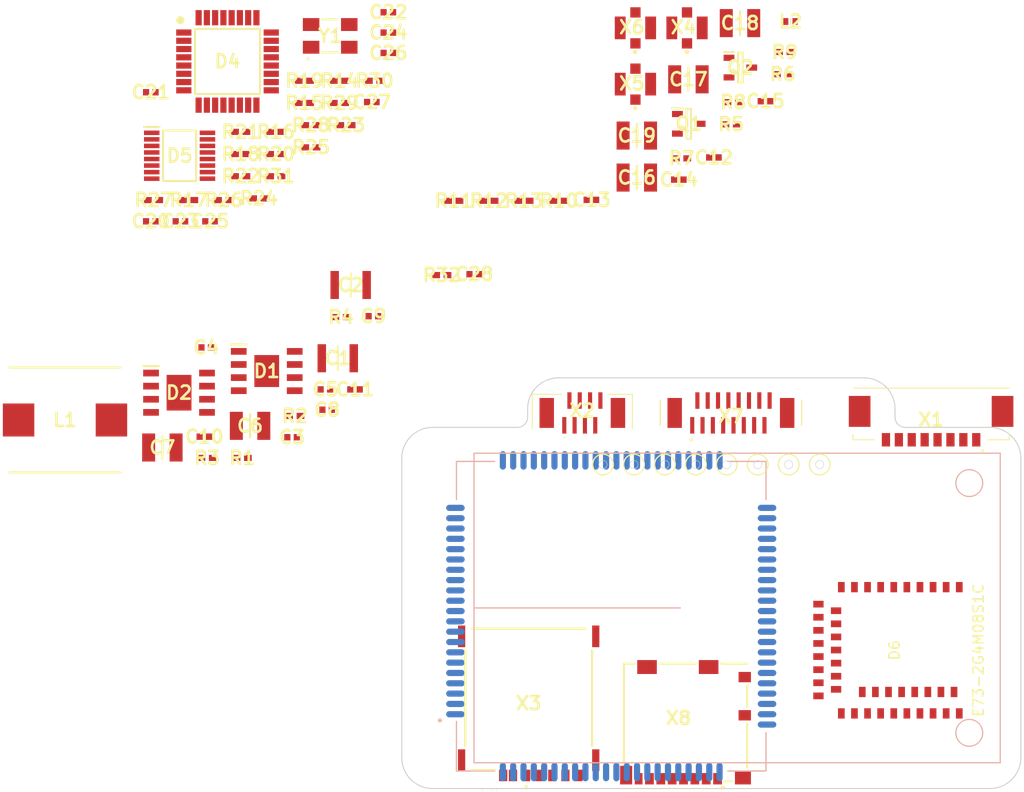
<source format=kicad_pcb>
(kicad_pcb (version 20171130) (host pcbnew "(5.1.9)-1")

  (general
    (thickness 1.6)
    (drawings 39)
    (tracks 0)
    (zones 0)
    (modules 79)
    (nets 170)
  )

  (page A4)
  (layers
    (0 F.Cu signal)
    (31 B.Cu signal)
    (32 B.Adhes user)
    (33 F.Adhes user)
    (34 B.Paste user)
    (35 F.Paste user)
    (36 B.SilkS user hide)
    (37 F.SilkS user)
    (38 B.Mask user hide)
    (39 F.Mask user hide)
    (40 Dwgs.User user hide)
    (41 Cmts.User user)
    (42 Eco1.User user hide)
    (43 Eco2.User user hide)
    (44 Edge.Cuts user)
    (45 Margin user hide)
    (46 B.CrtYd user hide)
    (47 F.CrtYd user hide)
    (48 B.Fab user hide)
    (49 F.Fab user hide)
  )

  (setup
    (last_trace_width 0.25)
    (trace_clearance 0.2)
    (zone_clearance 0.508)
    (zone_45_only no)
    (trace_min 0.2)
    (via_size 0.8)
    (via_drill 0.4)
    (via_min_size 0.4)
    (via_min_drill 0.3)
    (uvia_size 0.3)
    (uvia_drill 0.1)
    (uvias_allowed no)
    (uvia_min_size 0.2)
    (uvia_min_drill 0.1)
    (edge_width 0.05)
    (segment_width 0.2)
    (pcb_text_width 0.3)
    (pcb_text_size 1.5 1.5)
    (mod_edge_width 0.12)
    (mod_text_size 1 1)
    (mod_text_width 0.15)
    (pad_size 0.65 1)
    (pad_drill 0)
    (pad_to_mask_clearance 0)
    (aux_axis_origin 0 0)
    (grid_origin 85.1 88.3)
    (visible_elements 7FFFFF7F)
    (pcbplotparams
      (layerselection 0x010fc_ffffffff)
      (usegerberextensions false)
      (usegerberattributes true)
      (usegerberadvancedattributes true)
      (creategerberjobfile true)
      (excludeedgelayer true)
      (linewidth 0.100000)
      (plotframeref false)
      (viasonmask false)
      (mode 1)
      (useauxorigin false)
      (hpglpennumber 1)
      (hpglpenspeed 20)
      (hpglpendiameter 15.000000)
      (psnegative false)
      (psa4output false)
      (plotreference true)
      (plotvalue true)
      (plotinvisibletext false)
      (padsonsilk false)
      (subtractmaskfromsilk false)
      (outputformat 1)
      (mirror false)
      (drillshape 1)
      (scaleselection 1)
      (outputdirectory ""))
  )

  (net 0 "")
  (net 1 GND)
  (net 2 +3V3)
  (net 3 Vin)
  (net 4 "Net-(C4-Pad1)")
  (net 5 "Net-(C5-Pad1)")
  (net 6 DP4)
  (net 7 DM4)
  (net 8 DP3)
  (net 9 DM3)
  (net 10 DP2)
  (net 11 DM2)
  (net 12 DP1)
  (net 13 DM1)
  (net 14 CAM_DM)
  (net 15 CAM_DP)
  (net 16 "Net-(C3-Pad1)")
  (net 17 "Net-(C5-Pad2)")
  (net 18 "Net-(C8-Pad2)")
  (net 19 "Net-(C8-Pad1)")
  (net 20 SD_POW)
  (net 21 SD_CD)
  (net 22 SD_D2)
  (net 23 SD_D3)
  (net 24 SD_CMD)
  (net 25 SD_CLK)
  (net 26 SD_D0)
  (net 27 SD_D1)
  (net 28 +4V)
  (net 29 "Net-(C11-Pad2)")
  (net 30 SIM_IO)
  (net 31 SIM_CLK)
  (net 32 SIM_RST)
  (net 33 SIM_VCC)
  (net 34 "Net-(C24-Pad1)")
  (net 35 SIM_DET)
  (net 36 ANT_MAIN)
  (net 37 ANT_GNSS)
  (net 38 ANT_AUX)
  (net 39 "Net-(L2-Pad1)")
  (net 40 "Net-(Q1-Pad1)")
  (net 41 "Net-(Q2-Pad1)")
  (net 42 LTE_PKEY)
  (net 43 LTE_RESET)
  (net 44 LTE_STATUS)
  (net 45 SWDCLK)
  (net 46 SWDIO)
  (net 47 "Net-(C23-Pad1)")
  (net 48 "Net-(D1-Pad9)")
  (net 49 "Net-(D1-Pad8)")
  (net 50 "Net-(D1-Pad7)")
  (net 51 "Net-(D3-Pad87)")
  (net 52 "Net-(D3-Pad86)")
  (net 53 "Net-(D3-Pad85)")
  (net 54 "Net-(D3-Pad84)")
  (net 55 "Net-(D3-Pad83)")
  (net 56 "Net-(D3-Pad76)")
  (net 57 "Net-(D3-Pad75)")
  (net 58 "Net-(D3-Pad74)")
  (net 59 "Net-(D3-Pad73)")
  (net 60 "Net-(D3-Pad72)")
  (net 61 "Net-(D3-Pad71)")
  (net 62 "Net-(D3-Pad70)")
  (net 63 "Net-(D3-Pad69)")
  (net 64 "Net-(D3-Pad68)")
  (net 65 "Net-(D3-Pad67)")
  (net 66 "Net-(D3-Pad66)")
  (net 67 "Net-(D3-Pad56)")
  (net 68 "Net-(D3-Pad55)")
  (net 69 "Net-(D3-Pad54)")
  (net 70 "Net-(D3-Pad52)")
  (net 71 "Net-(D3-Pad51)")
  (net 72 "Net-(D3-Pad50)")
  (net 73 "Net-(D3-Pad48)")
  (net 74 "Net-(D3-Pad47)")
  (net 75 "Net-(D3-Pad46)")
  (net 76 "Net-(D3-Pad45)")
  (net 77 "Net-(D3-Pad44)")
  (net 78 "Net-(D3-Pad36)")
  (net 79 "Net-(D3-Pad35)")
  (net 80 "Net-(D3-Pad34)")
  (net 81 "Net-(D3-Pad33)")
  (net 82 "Net-(D3-Pad32)")
  (net 83 "Net-(D3-Pad31)")
  (net 84 "Net-(D3-Pad30)")
  (net 85 "Net-(D3-Pad29)")
  (net 86 "Net-(D3-Pad28)")
  (net 87 "Net-(D3-Pad27)")
  (net 88 "Net-(D3-Pad26)")
  (net 89 "Net-(D3-Pad25)")
  (net 90 "Net-(D3-Pad24)")
  (net 91 "Net-(D3-Pad23)")
  (net 92 "Net-(D3-Pad22)")
  (net 93 "Net-(D3-Pad21)")
  (net 94 "Net-(D3-Pad16)")
  (net 95 "Net-(D3-Pad15)")
  (net 96 "Net-(D3-Pad11)")
  (net 97 "Net-(D3-Pad9)")
  (net 98 "Net-(D3-Pad8)")
  (net 99 "Net-(D3-Pad7)")
  (net 100 "Net-(D3-Pad6)")
  (net 101 "Net-(D3-Pad4)")
  (net 102 "Net-(D3-Pad3)")
  (net 103 "Net-(D4-Pad32)")
  (net 104 "Net-(D4-Pad10)")
  (net 105 "Net-(D4-Pad21)")
  (net 106 "Net-(D4-Pad17)")
  (net 107 "Net-(D4-Pad13)")
  (net 108 "Net-(D4-Pad9)")
  (net 109 "Net-(D4-Pad8)")
  (net 110 "Net-(D4-Pad5)")
  (net 111 "Net-(D4-Pad4)")
  (net 112 "Net-(D5-Pad12)")
  (net 113 "Net-(D6-Pad28)")
  (net 114 "Net-(D6-Pad10)")
  (net 115 "Net-(D6-Pad9)")
  (net 116 "Net-(D6-Pad8)")
  (net 117 "Net-(D6-Pad7)")
  (net 118 "Net-(D6-Pad6)")
  (net 119 "Net-(D6-Pad4)")
  (net 120 "Net-(D6-Pad3)")
  (net 121 "Net-(D6-Pad2)")
  (net 122 "Net-(D6-Pad1)")
  (net 123 "Net-(D6-Pad43)")
  (net 124 "Net-(D6-Pad33)")
  (net 125 "Net-(D6-Pad41)")
  (net 126 "Net-(D6-Pad35)")
  (net 127 "Net-(D6-Pad27)")
  (net 128 "Net-(D6-Pad26)")
  (net 129 "Net-(D6-Pad23)")
  (net 130 "Net-(D6-Pad11)")
  (net 131 "Net-(D6-Pad13)")
  (net 132 "Net-(D6-Pad15)")
  (net 133 "Net-(D6-Pad17)")
  (net 134 "Net-(D6-Pad25)")
  (net 135 "Net-(D6-Pad30)")
  (net 136 "Net-(D6-Pad32)")
  (net 137 "Net-(D6-Pad34)")
  (net 138 "Net-(D6-Pad36)")
  (net 139 "Net-(D6-Pad38)")
  (net 140 "Net-(D6-Pad40)")
  (net 141 "Net-(D6-Pad42)")
  (net 142 "Net-(D6-Pad14)")
  (net 143 "Net-(D6-Pad12)")
  (net 144 "Net-(D6-Pad20)")
  (net 145 "Net-(D6-Pad16)")
  (net 146 "Net-(D6-Pad22)")
  (net 147 "Net-(D6-Pad18)")
  (net 148 "Net-(R5-Pad2)")
  (net 149 "Net-(R6-Pad2)")
  (net 150 "Net-(R7-Pad2)")
  (net 151 "Net-(R15-Pad2)")
  (net 152 "Net-(R16-Pad2)")
  (net 153 "Net-(R17-Pad2)")
  (net 154 "Net-(R20-Pad1)")
  (net 155 "Net-(R21-Pad1)")
  (net 156 "Net-(R22-Pad1)")
  (net 157 BAT_SDA)
  (net 158 BAT_SCL)
  (net 159 LED_PWM)
  (net 160 "Net-(X2-Pad4)")
  (net 161 LED_SDA)
  (net 162 LED_SCL)
  (net 163 "Net-(X3-PadC6)")
  (net 164 "Net-(X7-Pad16)")
  (net 165 "Net-(X7-Pad15)")
  (net 166 "Net-(X7-Pad12)")
  (net 167 "Net-(X7-Pad10)")
  (net 168 "Net-(X7-Pad9)")
  (net 169 "Net-(X7-Pad7)")

  (net_class Default "This is the default net class."
    (clearance 0.2)
    (trace_width 0.25)
    (via_dia 0.8)
    (via_drill 0.4)
    (uvia_dia 0.3)
    (uvia_drill 0.1)
    (add_net +3V3)
    (add_net +4V)
    (add_net ANT_AUX)
    (add_net ANT_GNSS)
    (add_net ANT_MAIN)
    (add_net BAT_SCL)
    (add_net BAT_SDA)
    (add_net CAM_DM)
    (add_net CAM_DP)
    (add_net DM1)
    (add_net DM2)
    (add_net DM3)
    (add_net DM4)
    (add_net DP1)
    (add_net DP2)
    (add_net DP3)
    (add_net DP4)
    (add_net GND)
    (add_net LED_PWM)
    (add_net LED_SCL)
    (add_net LED_SDA)
    (add_net LTE_PKEY)
    (add_net LTE_RESET)
    (add_net LTE_STATUS)
    (add_net "Net-(C11-Pad2)")
    (add_net "Net-(C23-Pad1)")
    (add_net "Net-(C24-Pad1)")
    (add_net "Net-(C3-Pad1)")
    (add_net "Net-(C4-Pad1)")
    (add_net "Net-(C5-Pad1)")
    (add_net "Net-(C5-Pad2)")
    (add_net "Net-(C8-Pad1)")
    (add_net "Net-(C8-Pad2)")
    (add_net "Net-(D1-Pad7)")
    (add_net "Net-(D1-Pad8)")
    (add_net "Net-(D1-Pad9)")
    (add_net "Net-(D3-Pad11)")
    (add_net "Net-(D3-Pad15)")
    (add_net "Net-(D3-Pad16)")
    (add_net "Net-(D3-Pad21)")
    (add_net "Net-(D3-Pad22)")
    (add_net "Net-(D3-Pad23)")
    (add_net "Net-(D3-Pad24)")
    (add_net "Net-(D3-Pad25)")
    (add_net "Net-(D3-Pad26)")
    (add_net "Net-(D3-Pad27)")
    (add_net "Net-(D3-Pad28)")
    (add_net "Net-(D3-Pad29)")
    (add_net "Net-(D3-Pad3)")
    (add_net "Net-(D3-Pad30)")
    (add_net "Net-(D3-Pad31)")
    (add_net "Net-(D3-Pad32)")
    (add_net "Net-(D3-Pad33)")
    (add_net "Net-(D3-Pad34)")
    (add_net "Net-(D3-Pad35)")
    (add_net "Net-(D3-Pad36)")
    (add_net "Net-(D3-Pad4)")
    (add_net "Net-(D3-Pad44)")
    (add_net "Net-(D3-Pad45)")
    (add_net "Net-(D3-Pad46)")
    (add_net "Net-(D3-Pad47)")
    (add_net "Net-(D3-Pad48)")
    (add_net "Net-(D3-Pad50)")
    (add_net "Net-(D3-Pad51)")
    (add_net "Net-(D3-Pad52)")
    (add_net "Net-(D3-Pad54)")
    (add_net "Net-(D3-Pad55)")
    (add_net "Net-(D3-Pad56)")
    (add_net "Net-(D3-Pad6)")
    (add_net "Net-(D3-Pad66)")
    (add_net "Net-(D3-Pad67)")
    (add_net "Net-(D3-Pad68)")
    (add_net "Net-(D3-Pad69)")
    (add_net "Net-(D3-Pad7)")
    (add_net "Net-(D3-Pad70)")
    (add_net "Net-(D3-Pad71)")
    (add_net "Net-(D3-Pad72)")
    (add_net "Net-(D3-Pad73)")
    (add_net "Net-(D3-Pad74)")
    (add_net "Net-(D3-Pad75)")
    (add_net "Net-(D3-Pad76)")
    (add_net "Net-(D3-Pad8)")
    (add_net "Net-(D3-Pad83)")
    (add_net "Net-(D3-Pad84)")
    (add_net "Net-(D3-Pad85)")
    (add_net "Net-(D3-Pad86)")
    (add_net "Net-(D3-Pad87)")
    (add_net "Net-(D3-Pad9)")
    (add_net "Net-(D4-Pad10)")
    (add_net "Net-(D4-Pad13)")
    (add_net "Net-(D4-Pad17)")
    (add_net "Net-(D4-Pad21)")
    (add_net "Net-(D4-Pad32)")
    (add_net "Net-(D4-Pad4)")
    (add_net "Net-(D4-Pad5)")
    (add_net "Net-(D4-Pad8)")
    (add_net "Net-(D4-Pad9)")
    (add_net "Net-(D5-Pad12)")
    (add_net "Net-(D6-Pad1)")
    (add_net "Net-(D6-Pad10)")
    (add_net "Net-(D6-Pad11)")
    (add_net "Net-(D6-Pad12)")
    (add_net "Net-(D6-Pad13)")
    (add_net "Net-(D6-Pad14)")
    (add_net "Net-(D6-Pad15)")
    (add_net "Net-(D6-Pad16)")
    (add_net "Net-(D6-Pad17)")
    (add_net "Net-(D6-Pad18)")
    (add_net "Net-(D6-Pad2)")
    (add_net "Net-(D6-Pad20)")
    (add_net "Net-(D6-Pad22)")
    (add_net "Net-(D6-Pad23)")
    (add_net "Net-(D6-Pad25)")
    (add_net "Net-(D6-Pad26)")
    (add_net "Net-(D6-Pad27)")
    (add_net "Net-(D6-Pad28)")
    (add_net "Net-(D6-Pad3)")
    (add_net "Net-(D6-Pad30)")
    (add_net "Net-(D6-Pad32)")
    (add_net "Net-(D6-Pad33)")
    (add_net "Net-(D6-Pad34)")
    (add_net "Net-(D6-Pad35)")
    (add_net "Net-(D6-Pad36)")
    (add_net "Net-(D6-Pad38)")
    (add_net "Net-(D6-Pad4)")
    (add_net "Net-(D6-Pad40)")
    (add_net "Net-(D6-Pad41)")
    (add_net "Net-(D6-Pad42)")
    (add_net "Net-(D6-Pad43)")
    (add_net "Net-(D6-Pad6)")
    (add_net "Net-(D6-Pad7)")
    (add_net "Net-(D6-Pad8)")
    (add_net "Net-(D6-Pad9)")
    (add_net "Net-(L2-Pad1)")
    (add_net "Net-(Q1-Pad1)")
    (add_net "Net-(Q2-Pad1)")
    (add_net "Net-(R15-Pad2)")
    (add_net "Net-(R16-Pad2)")
    (add_net "Net-(R17-Pad2)")
    (add_net "Net-(R20-Pad1)")
    (add_net "Net-(R21-Pad1)")
    (add_net "Net-(R22-Pad1)")
    (add_net "Net-(R5-Pad2)")
    (add_net "Net-(R6-Pad2)")
    (add_net "Net-(R7-Pad2)")
    (add_net "Net-(X2-Pad4)")
    (add_net "Net-(X3-PadC6)")
    (add_net "Net-(X7-Pad10)")
    (add_net "Net-(X7-Pad12)")
    (add_net "Net-(X7-Pad15)")
    (add_net "Net-(X7-Pad16)")
    (add_net "Net-(X7-Pad7)")
    (add_net "Net-(X7-Pad9)")
    (add_net SD_CD)
    (add_net SD_CLK)
    (add_net SD_CMD)
    (add_net SD_D0)
    (add_net SD_D1)
    (add_net SD_D2)
    (add_net SD_D3)
    (add_net SD_POW)
    (add_net SIM_CLK)
    (add_net SIM_DET)
    (add_net SIM_IO)
    (add_net SIM_RST)
    (add_net SIM_VCC)
    (add_net SWDCLK)
    (add_net SWDIO)
    (add_net Vin)
  )

  (module mouser-local:ECS4802030BDUTR (layer F.Cu) (tedit 0) (tstamp 60DF0E64)
    (at 71.165 32.86)
    (descr ECS-480-20-30B-DU-TR-2)
    (tags "Crystal or Oscillator")
    (path /6116F728/60E538A0)
    (attr smd)
    (fp_text reference Y1 (at 0 0) (layer F.SilkS)
      (effects (font (size 1.27 1.27) (thickness 0.254)))
    )
    (fp_text value 6MHz (at 0 0) (layer F.SilkS) hide
      (effects (font (size 1.27 1.27) (thickness 0.254)))
    )
    (fp_arc (start -2.15 2.2) (end -2.1 2.2) (angle -180) (layer F.SilkS) (width 0.2))
    (fp_arc (start -2.15 2.2) (end -2.2 2.2) (angle -180) (layer F.SilkS) (width 0.2))
    (fp_text user %R (at 0 0) (layer F.Fab)
      (effects (font (size 1.27 1.27) (thickness 0.254)))
    )
    (fp_line (start -2.5 -1.6) (end 2.5 -1.6) (layer F.Fab) (width 0.1))
    (fp_line (start 2.5 -1.6) (end 2.5 1.6) (layer F.Fab) (width 0.1))
    (fp_line (start 2.5 1.6) (end -2.5 1.6) (layer F.Fab) (width 0.1))
    (fp_line (start -2.5 1.6) (end -2.5 -1.6) (layer F.Fab) (width 0.1))
    (fp_line (start -3.65 -2.725) (end 3.65 -2.725) (layer F.CrtYd) (width 0.1))
    (fp_line (start 3.65 -2.725) (end 3.65 2.725) (layer F.CrtYd) (width 0.1))
    (fp_line (start 3.65 2.725) (end -3.65 2.725) (layer F.CrtYd) (width 0.1))
    (fp_line (start -3.65 2.725) (end -3.65 -2.725) (layer F.CrtYd) (width 0.1))
    (fp_line (start -0.8 1.6) (end 0.8 1.6) (layer F.SilkS) (width 0.2))
    (fp_line (start -0.8 -1.6) (end 0.6 -1.6) (layer F.SilkS) (width 0.2))
    (fp_line (start -2.2 2.2) (end -2.2 2.2) (layer F.SilkS) (width 0.2))
    (fp_line (start -2.1 2.2) (end -2.1 2.2) (layer F.SilkS) (width 0.2))
    (pad 4 smd rect (at -1.85 -1.1 90) (size 1.25 1.6) (layers F.Cu F.Paste F.Mask)
      (net 1 GND))
    (pad 3 smd rect (at 1.85 -1.1 90) (size 1.25 1.6) (layers F.Cu F.Paste F.Mask)
      (net 34 "Net-(C24-Pad1)"))
    (pad 2 smd rect (at 1.85 1.1 90) (size 1.25 1.6) (layers F.Cu F.Paste F.Mask)
      (net 1 GND))
    (pad 1 smd rect (at -1.85 1.1 90) (size 1.25 1.6) (layers F.Cu F.Paste F.Mask)
      (net 47 "Net-(C23-Pad1)"))
    (model D:\GITHUB\EXTENDET-LIB\SamacSys_Parts.3dshapes\ECS-480-20-30B-DU-TR.stp
      (at (xyz 0 0 0))
      (scale (xyz 1 1 1))
      (rotate (xyz 0 0 0))
    )
  )

  (module mouser-local:1040310811 (layer F.Cu) (tedit 609BFBEF) (tstamp 60DF0E4D)
    (at 105.6 105.1)
    (descr 1040310811)
    (tags Connector)
    (path /6116F728/60E01F9E)
    (attr smd)
    (fp_text reference X8 (at -0.679 -6.139) (layer F.SilkS)
      (effects (font (size 1.27 1.27) (thickness 0.254)))
    )
    (fp_text value 104031-0811 (at -0.679 -6.139) (layer F.SilkS) hide
      (effects (font (size 1.27 1.27) (thickness 0.254)))
    )
    (fp_text user %R (at -0.679 -6.139) (layer F.Fab)
      (effects (font (size 1.27 1.27) (thickness 0.254)))
    )
    (fp_circle (center 3.634 0.605) (end 3.634 0.71836) (layer F.SilkS) (width 0.2))
    (fp_line (start 3.739 0) (end 4.56 0) (layer F.SilkS) (width 0.2))
    (fp_line (start 5.975 -5.601) (end 5.975 -1.367) (layer F.SilkS) (width 0.2))
    (fp_line (start 5.975 -9.297) (end 5.975 -7.216) (layer F.SilkS) (width 0.2))
    (fp_line (start 5.975 -11.4) (end 3.455 -11.4) (layer F.SilkS) (width 0.2))
    (fp_line (start -2.5 -11.4) (end 1 -11.4) (layer F.SilkS) (width 0.2))
    (fp_line (start -5.975 -11.4) (end -4.914 -11.4) (layer F.SilkS) (width 0.2))
    (fp_line (start -5.975 -11.4) (end -5.975 -1.721) (layer F.SilkS) (width 0.2))
    (fp_line (start -5.975 0) (end -5.975 -11.4) (layer F.Fab) (width 0.2))
    (fp_line (start 5.975 0) (end -5.975 0) (layer F.Fab) (width 0.2))
    (fp_line (start 5.975 -11.4) (end 5.975 0) (layer F.Fab) (width 0.2))
    (fp_line (start -5.975 -11.4) (end 5.975 -11.4) (layer F.Fab) (width 0.2))
    (pad 14 smd rect (at 5.565 -0.375 90) (size 1.35 1.55) (layers F.Cu F.Paste F.Mask)
      (net 1 GND))
    (pad 13 smd rect (at 5.74 -6.4 90) (size 1 1.2) (layers F.Cu F.Paste F.Mask)
      (net 1 GND))
    (pad 12 smd rect (at 5.74 -10.1 90) (size 1 1.2) (layers F.Cu F.Paste F.Mask)
      (net 21 SD_CD))
    (pad 11 smd rect (at 2.24 -11.075 90) (size 1.35 1.9) (layers F.Cu F.Paste F.Mask)
      (net 1 GND))
    (pad 10 smd rect (at -3.73 -11.075 90) (size 1.35 1.9) (layers F.Cu F.Paste F.Mask)
      (net 1 GND))
    (pad 9 smd rect (at -5.755 -0.6) (size 1.17 1.8) (layers F.Cu F.Paste F.Mask)
      (net 1 GND))
    (pad 8 smd rect (at -4.545 -0.25) (size 0.75 1.1) (layers F.Cu F.Paste F.Mask)
      (net 27 SD_D1))
    (pad 7 smd rect (at -3.495 -0.25) (size 0.85 1.1) (layers F.Cu F.Paste F.Mask)
      (net 26 SD_D0))
    (pad 6 smd rect (at -2.395 -0.25) (size 0.85 1.1) (layers F.Cu F.Paste F.Mask)
      (net 1 GND))
    (pad 5 smd rect (at -1.295 -0.25) (size 0.85 1.1) (layers F.Cu F.Paste F.Mask)
      (net 25 SD_CLK))
    (pad 4 smd rect (at -0.195 -0.25) (size 0.85 1.1) (layers F.Cu F.Paste F.Mask)
      (net 20 SD_POW))
    (pad 3 smd rect (at 0.905 -0.25) (size 0.85 1.1) (layers F.Cu F.Paste F.Mask)
      (net 24 SD_CMD))
    (pad 2 smd rect (at 2.005 -0.25) (size 0.85 1.1) (layers F.Cu F.Paste F.Mask)
      (net 23 SD_D3))
    (pad 1 smd rect (at 3.105 -0.25) (size 0.85 1.1) (layers F.Cu F.Paste F.Mask)
      (net 22 SD_D2))
    (model D:/GITHUB/EXTENDET-LIB/SamacSys_Parts.3dshapes/104031-0811.stp
      (offset (xyz -44.36999826551407 7.530000096719167 0.6000000148307537))
      (scale (xyz 1 1 1))
      (rotate (xyz 0 0 0))
    )
  )

  (module mouser-local:117347426 (layer F.Cu) (tedit 0) (tstamp 60DF0E2E)
    (at 110 69.4)
    (descr 1-1734742-6-1)
    (tags Connector)
    (path /6116F728/60E49B47)
    (attr smd)
    (fp_text reference X7 (at 0 0.325) (layer F.SilkS)
      (effects (font (size 1.27 1.27) (thickness 0.254)))
    )
    (fp_text value 1-1734742-6 (at 0 0.325) (layer F.SilkS) hide
      (effects (font (size 1.27 1.27) (thickness 0.254)))
    )
    (fp_arc (start -3.85 2.6) (end -3.9 2.6) (angle -180) (layer F.SilkS) (width 0.2))
    (fp_arc (start -3.85 2.6) (end -3.8 2.6) (angle -180) (layer F.SilkS) (width 0.2))
    (fp_arc (start -3.85 2.6) (end -3.9 2.6) (angle -180) (layer F.SilkS) (width 0.2))
    (fp_text user %R (at 0 0.325) (layer F.Fab)
      (effects (font (size 1.27 1.27) (thickness 0.254)))
    )
    (fp_line (start -6.85 1.25) (end 6.85 1.25) (layer F.Fab) (width 0.2))
    (fp_line (start 6.85 1.25) (end 6.85 -1.25) (layer F.Fab) (width 0.2))
    (fp_line (start 6.85 -1.25) (end -6.85 -1.25) (layer F.Fab) (width 0.2))
    (fp_line (start -6.85 -1.25) (end -6.85 1.25) (layer F.Fab) (width 0.2))
    (fp_line (start -6.85 -1.2) (end -6.85 -1.2) (layer F.SilkS) (width 0.1))
    (fp_line (start -6.85 -1.2) (end -6.85 1.2) (layer F.SilkS) (width 0.1))
    (fp_line (start -6.85 1.2) (end -6.85 1.2) (layer F.SilkS) (width 0.1))
    (fp_line (start -6.85 1.2) (end -6.85 -1.2) (layer F.SilkS) (width 0.1))
    (fp_line (start 6.85 -1.25) (end 6.85 -1.25) (layer F.SilkS) (width 0.1))
    (fp_line (start 6.85 -1.25) (end 6.85 1.2) (layer F.SilkS) (width 0.1))
    (fp_line (start 6.85 1.2) (end 6.85 1.2) (layer F.SilkS) (width 0.1))
    (fp_line (start 6.85 1.2) (end 6.85 -1.25) (layer F.SilkS) (width 0.1))
    (fp_line (start -7.85 -3) (end 7.85 -3) (layer F.CrtYd) (width 0.1))
    (fp_line (start 7.85 -3) (end 7.85 3.65) (layer F.CrtYd) (width 0.1))
    (fp_line (start 7.85 3.65) (end -7.85 3.65) (layer F.CrtYd) (width 0.1))
    (fp_line (start -7.85 3.65) (end -7.85 -3) (layer F.CrtYd) (width 0.1))
    (fp_line (start -3.9 2.6) (end -3.9 2.6) (layer F.SilkS) (width 0.2))
    (fp_line (start -3.8 2.6) (end -3.8 2.6) (layer F.SilkS) (width 0.2))
    (fp_line (start -3.9 2.6) (end -3.9 2.6) (layer F.SilkS) (width 0.2))
    (pad MP2 smd rect (at 5.45 0) (size 1.4 2.9) (layers F.Cu F.Paste F.Mask)
      (net 1 GND))
    (pad MP1 smd rect (at -5.45 0) (size 1.4 2.9) (layers F.Cu F.Paste F.Mask)
      (net 1 GND))
    (pad 16 smd rect (at 3.75 -1.2) (size 0.4 1.6) (layers F.Cu F.Paste F.Mask)
      (net 164 "Net-(X7-Pad16)"))
    (pad 15 smd rect (at 3.25 1.2) (size 0.4 1.6) (layers F.Cu F.Paste F.Mask)
      (net 165 "Net-(X7-Pad15)"))
    (pad 14 smd rect (at 2.75 -1.2) (size 0.4 1.6) (layers F.Cu F.Paste F.Mask)
      (net 15 CAM_DP))
    (pad 13 smd rect (at 2.25 1.2) (size 0.4 1.6) (layers F.Cu F.Paste F.Mask)
      (net 14 CAM_DM))
    (pad 12 smd rect (at 1.75 -1.2) (size 0.4 1.6) (layers F.Cu F.Paste F.Mask)
      (net 166 "Net-(X7-Pad12)"))
    (pad 11 smd rect (at 1.25 1.2) (size 0.4 1.6) (layers F.Cu F.Paste F.Mask)
      (net 1 GND))
    (pad 10 smd rect (at 0.75 -1.2) (size 0.4 1.6) (layers F.Cu F.Paste F.Mask)
      (net 167 "Net-(X7-Pad10)"))
    (pad 9 smd rect (at 0.25 1.2) (size 0.4 1.6) (layers F.Cu F.Paste F.Mask)
      (net 168 "Net-(X7-Pad9)"))
    (pad 8 smd rect (at -0.25 -1.2) (size 0.4 1.6) (layers F.Cu F.Paste F.Mask)
      (net 1 GND))
    (pad 7 smd rect (at -0.75 1.2) (size 0.4 1.6) (layers F.Cu F.Paste F.Mask)
      (net 169 "Net-(X7-Pad7)"))
    (pad 6 smd rect (at -1.25 -1.2) (size 0.4 1.6) (layers F.Cu F.Paste F.Mask)
      (net 156 "Net-(R22-Pad1)"))
    (pad 5 smd rect (at -1.75 1.2) (size 0.4 1.6) (layers F.Cu F.Paste F.Mask)
      (net 153 "Net-(R17-Pad2)"))
    (pad 4 smd rect (at -2.25 -1.2) (size 0.4 1.6) (layers F.Cu F.Paste F.Mask)
      (net 155 "Net-(R21-Pad1)"))
    (pad 3 smd rect (at -2.75 1.2) (size 0.4 1.6) (layers F.Cu F.Paste F.Mask)
      (net 152 "Net-(R16-Pad2)"))
    (pad 2 smd rect (at -3.25 -1.2) (size 0.4 1.6) (layers F.Cu F.Paste F.Mask)
      (net 154 "Net-(R20-Pad1)"))
    (pad 1 smd rect (at -3.75 1.2) (size 0.4 1.6) (layers F.Cu F.Paste F.Mask)
      (net 151 "Net-(R15-Pad2)"))
    (model D:\GITHUB\EXTENDET-LIB\SamacSys_Parts.3dshapes\1-1734742-6.stp
      (offset (xyz 0 -0.03999999850519047 3.449999995869788))
      (scale (xyz 1 1 1))
      (rotate (xyz 0 0 0))
    )
  )

  (module mouser-local:73412-0110 (layer F.Cu) (tedit 0) (tstamp 60DF0E01)
    (at 100.744999 32.084999)
    (descr 73412-0110)
    (tags Connector)
    (path /6116EC13/60E7770D)
    (attr smd)
    (fp_text reference X6 (at -0.346 -0.058) (layer F.SilkS)
      (effects (font (size 1.27 1.27) (thickness 0.254)))
    )
    (fp_text value 73412-0110 (at -0.346 -0.058) (layer F.SilkS) hide
      (effects (font (size 1.27 1.27) (thickness 0.254)))
    )
    (fp_text user %R (at -0.346 -0.058) (layer F.Fab)
      (effects (font (size 1.27 1.27) (thickness 0.254)))
    )
    (fp_line (start -1.3 -1.3) (end 1.3 -1.3) (layer F.Fab) (width 0.2))
    (fp_line (start 1.3 -1.3) (end 1.3 1.3) (layer F.Fab) (width 0.2))
    (fp_line (start 1.3 1.3) (end -1.3 1.3) (layer F.Fab) (width 0.2))
    (fp_line (start -1.3 1.3) (end -1.3 -1.3) (layer F.Fab) (width 0.2))
    (fp_circle (center -0.03 2.338) (end -0.03 2.355) (layer F.SilkS) (width 0.2))
    (pad 4 smd rect (at 1.475 0) (size 1.05 2.2) (layers F.Cu F.Paste F.Mask)
      (net 1 GND))
    (pad 3 smd rect (at -1.475 0) (size 1.05 2.2) (layers F.Cu F.Paste F.Mask)
      (net 1 GND))
    (pad 2 smd rect (at 0 -1.5 90) (size 1 1) (layers F.Cu F.Paste F.Mask)
      (net 1 GND))
    (pad 1 smd rect (at 0 1.5 90) (size 1 1) (layers F.Cu F.Paste F.Mask)
      (net 38 ANT_AUX))
    (model D:\GITHUB\EXTENDET-LIB\SamacSys_Parts.3dshapes\73412-0110.stp
      (offset (xyz 0 0 1.299999932792242))
      (scale (xyz 1 1 1))
      (rotate (xyz 0 0 0))
    )
  )

  (module mouser-local:73412-0110 (layer F.Cu) (tedit 0) (tstamp 60DF0DF3)
    (at 100.744999 37.534999)
    (descr 73412-0110)
    (tags Connector)
    (path /6116EC13/60E776FF)
    (attr smd)
    (fp_text reference X5 (at -0.346 -0.058) (layer F.SilkS)
      (effects (font (size 1.27 1.27) (thickness 0.254)))
    )
    (fp_text value 73412-0110 (at -0.346 -0.058) (layer F.SilkS) hide
      (effects (font (size 1.27 1.27) (thickness 0.254)))
    )
    (fp_text user %R (at -0.346 -0.058) (layer F.Fab)
      (effects (font (size 1.27 1.27) (thickness 0.254)))
    )
    (fp_line (start -1.3 -1.3) (end 1.3 -1.3) (layer F.Fab) (width 0.2))
    (fp_line (start 1.3 -1.3) (end 1.3 1.3) (layer F.Fab) (width 0.2))
    (fp_line (start 1.3 1.3) (end -1.3 1.3) (layer F.Fab) (width 0.2))
    (fp_line (start -1.3 1.3) (end -1.3 -1.3) (layer F.Fab) (width 0.2))
    (fp_circle (center -0.03 2.338) (end -0.03 2.355) (layer F.SilkS) (width 0.2))
    (pad 4 smd rect (at 1.475 0) (size 1.05 2.2) (layers F.Cu F.Paste F.Mask)
      (net 1 GND))
    (pad 3 smd rect (at -1.475 0) (size 1.05 2.2) (layers F.Cu F.Paste F.Mask)
      (net 1 GND))
    (pad 2 smd rect (at 0 -1.5 90) (size 1 1) (layers F.Cu F.Paste F.Mask)
      (net 1 GND))
    (pad 1 smd rect (at 0 1.5 90) (size 1 1) (layers F.Cu F.Paste F.Mask)
      (net 37 ANT_GNSS))
    (model D:\GITHUB\EXTENDET-LIB\SamacSys_Parts.3dshapes\73412-0110.stp
      (offset (xyz 0 0 1.299999932792242))
      (scale (xyz 1 1 1))
      (rotate (xyz 0 0 0))
    )
  )

  (module mouser-local:73412-0110 (layer F.Cu) (tedit 0) (tstamp 60DF0DE5)
    (at 105.744999 32.084999)
    (descr 73412-0110)
    (tags Connector)
    (path /6116EC13/60E776E8)
    (attr smd)
    (fp_text reference X4 (at -0.346 -0.058) (layer F.SilkS)
      (effects (font (size 1.27 1.27) (thickness 0.254)))
    )
    (fp_text value 73412-0110 (at -0.346 -0.058) (layer F.SilkS) hide
      (effects (font (size 1.27 1.27) (thickness 0.254)))
    )
    (fp_text user %R (at -0.346 -0.058) (layer F.Fab)
      (effects (font (size 1.27 1.27) (thickness 0.254)))
    )
    (fp_line (start -1.3 -1.3) (end 1.3 -1.3) (layer F.Fab) (width 0.2))
    (fp_line (start 1.3 -1.3) (end 1.3 1.3) (layer F.Fab) (width 0.2))
    (fp_line (start 1.3 1.3) (end -1.3 1.3) (layer F.Fab) (width 0.2))
    (fp_line (start -1.3 1.3) (end -1.3 -1.3) (layer F.Fab) (width 0.2))
    (fp_circle (center -0.03 2.338) (end -0.03 2.355) (layer F.SilkS) (width 0.2))
    (pad 4 smd rect (at 1.475 0) (size 1.05 2.2) (layers F.Cu F.Paste F.Mask)
      (net 1 GND))
    (pad 3 smd rect (at -1.475 0) (size 1.05 2.2) (layers F.Cu F.Paste F.Mask)
      (net 1 GND))
    (pad 2 smd rect (at 0 -1.5 90) (size 1 1) (layers F.Cu F.Paste F.Mask)
      (net 1 GND))
    (pad 1 smd rect (at 0 1.5 90) (size 1 1) (layers F.Cu F.Paste F.Mask)
      (net 36 ANT_MAIN))
    (model D:\GITHUB\EXTENDET-LIB\SamacSys_Parts.3dshapes\73412-0110.stp
      (offset (xyz 0 0 1.299999932792242))
      (scale (xyz 1 1 1))
      (rotate (xyz 0 0 0))
    )
  )

  (module mouser-local:SIM8065611401A (layer F.Cu) (tedit 0) (tstamp 60DF1456)
    (at 95.4 92.3 180)
    (descr SIM8065-6-1-14-01-A-4)
    (tags Connector)
    (path /6116EC13/60E0C6B0)
    (fp_text reference X3 (at 5 -5.244) (layer F.SilkS)
      (effects (font (size 1.27 1.27) (thickness 0.254)))
    )
    (fp_text value SIM8065-6-1-14-01-A (at 5 -5.244) (layer F.SilkS) hide
      (effects (font (size 1.27 1.27) (thickness 0.254)))
    )
    (fp_arc (start 5.25 -13.31) (end 5.25 -13.36) (angle -180) (layer F.SilkS) (width 0.2))
    (fp_arc (start 5.25 -13.31) (end 5.25 -13.26) (angle -180) (layer F.SilkS) (width 0.2))
    (fp_arc (start 5.25 -13.31) (end 5.25 -13.36) (angle -180) (layer F.SilkS) (width 0.2))
    (fp_text user %R (at 5 -5.244) (layer F.Fab)
      (effects (font (size 1.27 1.27) (thickness 0.254)))
    )
    (fp_line (start -1.145 2) (end 11.145 2) (layer F.Fab) (width 0.1))
    (fp_line (start 11.145 2) (end 11.145 -11.72) (layer F.Fab) (width 0.1))
    (fp_line (start 11.145 -11.72) (end -1.145 -11.72) (layer F.Fab) (width 0.1))
    (fp_line (start -1.145 -11.72) (end -1.145 2) (layer F.Fab) (width 0.1))
    (fp_line (start -2.85 -13.787) (end 12.85 -13.787) (layer F.CrtYd) (width 0.1))
    (fp_line (start 12.85 -13.787) (end 12.85 3.3) (layer F.CrtYd) (width 0.1))
    (fp_line (start 12.85 3.3) (end -2.85 3.3) (layer F.CrtYd) (width 0.1))
    (fp_line (start -2.85 3.3) (end -2.85 -13.787) (layer F.CrtYd) (width 0.1))
    (fp_line (start -0.5 2) (end 10.5 2) (layer F.SilkS) (width 0.2))
    (fp_line (start 10.5 2) (end 10.5 2) (layer F.SilkS) (width 0.2))
    (fp_line (start 10.5 2) (end -0.5 2) (layer F.SilkS) (width 0.2))
    (fp_line (start -0.5 2) (end -0.5 2) (layer F.SilkS) (width 0.2))
    (fp_line (start 10.5 -11.72) (end 8.25 -11.72) (layer F.SilkS) (width 0.2))
    (fp_line (start 8.25 -11.72) (end 8.25 -11.72) (layer F.SilkS) (width 0.2))
    (fp_line (start 8.25 -11.72) (end 10.5 -11.72) (layer F.SilkS) (width 0.2))
    (fp_line (start 10.5 -11.72) (end 10.5 -11.72) (layer F.SilkS) (width 0.2))
    (fp_line (start -1.145 -9.36) (end -1.145 -9.36) (layer F.SilkS) (width 0.2))
    (fp_line (start -1.145 -9.36) (end -1.145 -0.11) (layer F.SilkS) (width 0.2))
    (fp_line (start -1.145 -0.11) (end -1.145 -0.11) (layer F.SilkS) (width 0.2))
    (fp_line (start -1.145 -0.11) (end -1.145 -9.36) (layer F.SilkS) (width 0.2))
    (fp_line (start 11.145 -0.11) (end 11.145 -0.11) (layer F.SilkS) (width 0.2))
    (fp_line (start 11.145 -0.11) (end 11.145 -9.36) (layer F.SilkS) (width 0.2))
    (fp_line (start 11.145 -9.36) (end 11.145 -9.36) (layer F.SilkS) (width 0.2))
    (fp_line (start 11.145 -9.36) (end 11.145 -0.11) (layer F.SilkS) (width 0.2))
    (fp_line (start 5.25 -13.36) (end 5.25 -13.36) (layer F.SilkS) (width 0.2))
    (fp_line (start 5.25 -13.26) (end 5.25 -13.26) (layer F.SilkS) (width 0.2))
    (fp_line (start 5.25 -13.36) (end 5.25 -13.36) (layer F.SilkS) (width 0.2))
    (pad MH8 np_thru_hole circle (at 6.4 -6.35 180) (size 1.2 0) (drill 1.2) (layers *.Cu *.Mask))
    (pad MH7 np_thru_hole circle (at 6.4 1.05 180) (size 1.2 0) (drill 1.2) (layers *.Cu *.Mask))
    (pad MH6 np_thru_hole circle (at 1.32 -6.35 180) (size 1.2 0) (drill 1.2) (layers *.Cu *.Mask))
    (pad MH5 np_thru_hole circle (at 1.32 1.05 180) (size 1.2 0) (drill 1.2) (layers *.Cu *.Mask))
    (pad MH4 np_thru_hole circle (at 3.86 -6.35 180) (size 1.2 0) (drill 1.2) (layers *.Cu *.Mask))
    (pad MH3 np_thru_hole circle (at 3.86 1.05 180) (size 1.2 0) (drill 1.2) (layers *.Cu *.Mask))
    (pad MH2 np_thru_hole circle (at 8.5 0 180) (size 0.75 0) (drill 0.75) (layers *.Cu *.Mask))
    (pad MH1 np_thru_hole circle (at 0 0 180) (size 0.75 0) (drill 0.75) (layers *.Cu *.Mask))
    (pad CD1 smd rect (at 7.47 -12.23 180) (size 0.8 1.114) (layers F.Cu F.Paste F.Mask)
      (net 35 SIM_DET))
    (pad G4 smd rect (at 11.5 -10.75 180) (size 0.7 2.1) (layers F.Cu F.Paste F.Mask)
      (net 1 GND))
    (pad G3 smd rect (at 11.5 1.25 180) (size 0.7 2.1) (layers F.Cu F.Paste F.Mask)
      (net 1 GND))
    (pad G2 smd rect (at -1.5 1.25 180) (size 0.7 2.1) (layers F.Cu F.Paste F.Mask)
      (net 1 GND))
    (pad G1 smd rect (at -1.5 -10.75 180) (size 0.7 2.1) (layers F.Cu F.Paste F.Mask)
      (net 1 GND))
    (pad C7 smd rect (at 1.44 -12.23 180) (size 0.8 1.114) (layers F.Cu F.Paste F.Mask)
      (net 150 "Net-(R7-Pad2)"))
    (pad C6 smd rect (at 3.98 -12.23 180) (size 0.8 1.114) (layers F.Cu F.Paste F.Mask)
      (net 163 "Net-(X3-PadC6)"))
    (pad C5 smd rect (at 6.52 -12.23 180) (size 0.8 1.114) (layers F.Cu F.Paste F.Mask)
      (net 1 GND))
    (pad C3 smd rect (at 0.17 -12.23 180) (size 0.8 1.114) (layers F.Cu F.Paste F.Mask)
      (net 149 "Net-(R6-Pad2)"))
    (pad C2 smd rect (at 2.71 -12.23 180) (size 0.8 1.114) (layers F.Cu F.Paste F.Mask)
      (net 148 "Net-(R5-Pad2)"))
    (pad C1 smd rect (at 5.25 -12.23 180) (size 0.8 1.114) (layers F.Cu F.Paste F.Mask)
      (net 33 SIM_VCC))
  )

  (module mouser-local:17347428 (layer F.Cu) (tedit 0) (tstamp 60DF0DA1)
    (at 95.6 69.4)
    (descr 1734742-8-2)
    (tags Connector)
    (path /6116D6AA/60F125F2)
    (attr smd)
    (fp_text reference X2 (at -0.015 -0.215) (layer F.SilkS)
      (effects (font (size 1.27 1.27) (thickness 0.254)))
    )
    (fp_text value 1734742-8 (at 0 0) (layer F.SilkS) hide
      (effects (font (size 1.27 1.27) (thickness 0.254)))
    )
    (fp_arc (start -1.75 2.4) (end -1.7 2.4) (angle -180) (layer F.SilkS) (width 0.1))
    (fp_arc (start -1.75 2.4) (end -1.8 2.4) (angle -180) (layer F.SilkS) (width 0.1))
    (fp_text user %R (at 0 0) (layer F.Fab)
      (effects (font (size 1.27 1.27) (thickness 0.254)))
    )
    (fp_line (start -4.85 -1.8) (end 4.85 -1.8) (layer F.Fab) (width 0.2))
    (fp_line (start 4.85 -1.8) (end 4.85 1.5) (layer F.Fab) (width 0.2))
    (fp_line (start 4.85 1.5) (end -4.85 1.5) (layer F.Fab) (width 0.2))
    (fp_line (start -4.85 1.5) (end -4.85 -1.8) (layer F.Fab) (width 0.2))
    (fp_line (start -5.85 -3) (end 5.85 -3) (layer F.CrtYd) (width 0.1))
    (fp_line (start 5.85 -3) (end 5.85 3) (layer F.CrtYd) (width 0.1))
    (fp_line (start 5.85 3) (end -5.85 3) (layer F.CrtYd) (width 0.1))
    (fp_line (start -5.85 3) (end -5.85 -3) (layer F.CrtYd) (width 0.1))
    (fp_line (start -2 -1.8) (end -4.85 -1.8) (layer F.SilkS) (width 0.1))
    (fp_line (start -4.85 -1.8) (end -4.85 1.5) (layer F.SilkS) (width 0.1))
    (fp_line (start 2.5 -1.8) (end 4.85 -1.8) (layer F.SilkS) (width 0.1))
    (fp_line (start 4.85 -1.8) (end 4.85 1.5) (layer F.SilkS) (width 0.1))
    (fp_line (start -1.8 2.4) (end -1.8 2.4) (layer F.SilkS) (width 0.1))
    (fp_line (start -1.7 2.4) (end -1.7 2.4) (layer F.SilkS) (width 0.1))
    (pad MP2 smd rect (at 3.45 0) (size 1.4 2.9) (layers F.Cu F.Paste F.Mask)
      (net 1 GND))
    (pad MP1 smd rect (at -3.45 0) (size 1.4 2.9) (layers F.Cu F.Paste F.Mask)
      (net 1 GND))
    (pad 8 smd rect (at 1.75 -1.2) (size 0.4 1.6) (layers F.Cu F.Paste F.Mask)
      (net 3 Vin))
    (pad 7 smd rect (at 1.25 1.2) (size 0.4 1.6) (layers F.Cu F.Paste F.Mask)
      (net 159 LED_PWM))
    (pad 6 smd rect (at 0.75 -1.2) (size 0.4 1.6) (layers F.Cu F.Paste F.Mask)
      (net 1 GND))
    (pad 5 smd rect (at 0.25 1.2) (size 0.4 1.6) (layers F.Cu F.Paste F.Mask)
      (net 1 GND))
    (pad 4 smd rect (at -0.25 -1.2) (size 0.4 1.6) (layers F.Cu F.Paste F.Mask)
      (net 160 "Net-(X2-Pad4)"))
    (pad 3 smd rect (at -0.75 1.2) (size 0.4 1.6) (layers F.Cu F.Paste F.Mask)
      (net 2 +3V3))
    (pad 2 smd rect (at -1.25 -1.2) (size 0.4 1.6) (layers F.Cu F.Paste F.Mask)
      (net 161 LED_SDA))
    (pad 1 smd rect (at -1.75 1.2) (size 0.4 1.6) (layers F.Cu F.Paste F.Mask)
      (net 162 LED_SCL))
    (model D:\GITHUB\EXTENDET-LIB\SamacSys_Parts.3dshapes\1734742-8.stp
      (offset (xyz 0 0 3.449999995869788))
      (scale (xyz 1 1 1))
      (rotate (xyz 0 0 0))
    )
  )

  (module mouser-local:533980867 (layer F.Cu) (tedit 0) (tstamp 60DF0D82)
    (at 129.4 69.5)
    (descr 53398-0867-2)
    (tags Connector)
    (path /6116D6AA/60EF6405)
    (attr smd)
    (fp_text reference X1 (at 0 0.55) (layer F.SilkS)
      (effects (font (size 1.27 1.27) (thickness 0.254)))
    )
    (fp_text value 53398-0867 (at 0 0.55) (layer F.SilkS) hide
      (effects (font (size 1.27 1.27) (thickness 0.254)))
    )
    (fp_arc (start 5 3.55) (end 5 3.6) (angle -180) (layer F.SilkS) (width 0.2))
    (fp_arc (start 5 3.55) (end 5 3.5) (angle -180) (layer F.SilkS) (width 0.2))
    (fp_text user %R (at 0 0.55) (layer F.Fab)
      (effects (font (size 1.27 1.27) (thickness 0.254)))
    )
    (fp_line (start -7.575 -2.5) (end 7.575 -2.5) (layer F.Fab) (width 0.2))
    (fp_line (start 7.575 -2.5) (end 7.575 2.5) (layer F.Fab) (width 0.2))
    (fp_line (start 7.575 2.5) (end -7.575 2.5) (layer F.Fab) (width 0.2))
    (fp_line (start -7.575 2.5) (end -7.575 -2.5) (layer F.Fab) (width 0.2))
    (fp_line (start -8.975 -3.5) (end 8.975 -3.5) (layer F.CrtYd) (width 0.1))
    (fp_line (start 8.975 -3.5) (end 8.975 4.6) (layer F.CrtYd) (width 0.1))
    (fp_line (start 8.975 4.6) (end -8.975 4.6) (layer F.CrtYd) (width 0.1))
    (fp_line (start -8.975 4.6) (end -8.975 -3.5) (layer F.CrtYd) (width 0.1))
    (fp_line (start -7.575 -2.5) (end 7.575 -2.5) (layer F.SilkS) (width 0.1))
    (fp_line (start -7.575 2) (end -7.575 2.5) (layer F.SilkS) (width 0.1))
    (fp_line (start -7.575 2.5) (end -5.5 2.5) (layer F.SilkS) (width 0.1))
    (fp_line (start 7.575 2) (end 7.575 2.5) (layer F.SilkS) (width 0.1))
    (fp_line (start 7.575 2.5) (end 5.5 2.5) (layer F.SilkS) (width 0.1))
    (fp_line (start 5 3.5) (end 5 3.5) (layer F.SilkS) (width 0.2))
    (fp_line (start 5 3.6) (end 5 3.6) (layer F.SilkS) (width 0.2))
    (pad MP2 smd rect (at -6.925 -0.25) (size 2.1 3) (layers F.Cu F.Paste F.Mask)
      (net 1 GND))
    (pad MP1 smd rect (at 6.925 -0.25) (size 2.1 3) (layers F.Cu F.Paste F.Mask)
      (net 1 GND))
    (pad 8 smd rect (at -4.375 2.5) (size 0.8 1.3) (layers F.Cu F.Paste F.Mask)
      (net 157 BAT_SDA))
    (pad 7 smd rect (at -3.125 2.5) (size 0.8 1.3) (layers F.Cu F.Paste F.Mask)
      (net 158 BAT_SCL))
    (pad 6 smd rect (at -1.875 2.5) (size 0.8 1.3) (layers F.Cu F.Paste F.Mask)
      (net 1 GND))
    (pad 5 smd rect (at -0.625 2.5) (size 0.8 1.3) (layers F.Cu F.Paste F.Mask)
      (net 1 GND))
    (pad 4 smd rect (at 0.625 2.5) (size 0.8 1.3) (layers F.Cu F.Paste F.Mask)
      (net 1 GND))
    (pad 3 smd rect (at 1.875 2.5) (size 0.8 1.3) (layers F.Cu F.Paste F.Mask)
      (net 3 Vin))
    (pad 2 smd rect (at 3.125 2.5) (size 0.8 1.3) (layers F.Cu F.Paste F.Mask)
      (net 3 Vin))
    (pad 1 smd rect (at 4.375 2.5) (size 0.8 1.3) (layers F.Cu F.Paste F.Mask)
      (net 3 Vin))
    (model D:\GITHUB\EXTENDET-LIB\SamacSys_Parts.3dshapes\53398-0867.stp
      (at (xyz 0 0 0))
      (scale (xyz 1 1 1))
      (rotate (xyz 0 0 0))
    )
  )

  (module mouser-local:RESC1005X40N (layer F.Cu) (tedit 0) (tstamp 60DF0D62)
    (at 81.985 56.04)
    (descr CRG0402)
    (tags Resistor)
    (path /611720F8/60E94BE7)
    (attr smd)
    (fp_text reference R32 (at 0 0) (layer F.SilkS)
      (effects (font (size 1.27 1.27) (thickness 0.254)))
    )
    (fp_text value 10k (at 0 0) (layer F.SilkS) hide
      (effects (font (size 1.27 1.27) (thickness 0.254)))
    )
    (fp_text user %R (at 0 0) (layer F.Fab)
      (effects (font (size 1.27 1.27) (thickness 0.254)))
    )
    (fp_line (start -1.175 -0.55) (end 1.175 -0.55) (layer F.CrtYd) (width 0.05))
    (fp_line (start 1.175 -0.55) (end 1.175 0.55) (layer F.CrtYd) (width 0.05))
    (fp_line (start 1.175 0.55) (end -1.175 0.55) (layer F.CrtYd) (width 0.05))
    (fp_line (start -1.175 0.55) (end -1.175 -0.55) (layer F.CrtYd) (width 0.05))
    (fp_line (start -0.5 -0.25) (end 0.5 -0.25) (layer F.Fab) (width 0.1))
    (fp_line (start 0.5 -0.25) (end 0.5 0.25) (layer F.Fab) (width 0.1))
    (fp_line (start 0.5 0.25) (end -0.5 0.25) (layer F.Fab) (width 0.1))
    (fp_line (start -0.5 0.25) (end -0.5 -0.25) (layer F.Fab) (width 0.1))
    (pad 2 smd rect (at 0.55 0 90) (size 0.6 0.75) (layers F.Cu F.Paste F.Mask)
      (net 2 +3V3))
    (pad 1 smd rect (at -0.55 0 90) (size 0.6 0.75) (layers F.Cu F.Paste F.Mask)
      (net 128 "Net-(D6-Pad26)"))
    (model D:\GITHUB\EXTENDET-LIB\SamacSys_Parts.3dshapes\CRG0402F15R.stp
      (at (xyz 0 0 0))
      (scale (xyz 1 1 1))
      (rotate (xyz 0 0 0))
    )
  )

  (module mouser-local:RESC1005X40N (layer F.Cu) (tedit 0) (tstamp 60DF0D53)
    (at 65.895 46.46)
    (descr CRG0402)
    (tags Resistor)
    (path /6116F728/60E5384D)
    (attr smd)
    (fp_text reference R31 (at 0 0) (layer F.SilkS)
      (effects (font (size 1.27 1.27) (thickness 0.254)))
    )
    (fp_text value 15k (at 0 0) (layer F.SilkS) hide
      (effects (font (size 1.27 1.27) (thickness 0.254)))
    )
    (fp_text user %R (at 0 0) (layer F.Fab)
      (effects (font (size 1.27 1.27) (thickness 0.254)))
    )
    (fp_line (start -1.175 -0.55) (end 1.175 -0.55) (layer F.CrtYd) (width 0.05))
    (fp_line (start 1.175 -0.55) (end 1.175 0.55) (layer F.CrtYd) (width 0.05))
    (fp_line (start 1.175 0.55) (end -1.175 0.55) (layer F.CrtYd) (width 0.05))
    (fp_line (start -1.175 0.55) (end -1.175 -0.55) (layer F.CrtYd) (width 0.05))
    (fp_line (start -0.5 -0.25) (end 0.5 -0.25) (layer F.Fab) (width 0.1))
    (fp_line (start 0.5 -0.25) (end 0.5 0.25) (layer F.Fab) (width 0.1))
    (fp_line (start 0.5 0.25) (end -0.5 0.25) (layer F.Fab) (width 0.1))
    (fp_line (start -0.5 0.25) (end -0.5 -0.25) (layer F.Fab) (width 0.1))
    (pad 2 smd rect (at 0.55 0 90) (size 0.6 0.75) (layers F.Cu F.Paste F.Mask)
      (net 7 DM4))
    (pad 1 smd rect (at -0.55 0 90) (size 0.6 0.75) (layers F.Cu F.Paste F.Mask)
      (net 1 GND))
    (model D:\GITHUB\EXTENDET-LIB\SamacSys_Parts.3dshapes\CRG0402F15R.stp
      (at (xyz 0 0 0))
      (scale (xyz 1 1 1))
      (rotate (xyz 0 0 0))
    )
  )

  (module mouser-local:RESC1005X40N (layer F.Cu) (tedit 0) (tstamp 60DF0D44)
    (at 75.465 37.21)
    (descr CRG0402)
    (tags Resistor)
    (path /6116F728/60E5383F)
    (attr smd)
    (fp_text reference R30 (at 0 0) (layer F.SilkS)
      (effects (font (size 1.27 1.27) (thickness 0.254)))
    )
    (fp_text value 15k (at 0 0) (layer F.SilkS) hide
      (effects (font (size 1.27 1.27) (thickness 0.254)))
    )
    (fp_text user %R (at 0 0) (layer F.Fab)
      (effects (font (size 1.27 1.27) (thickness 0.254)))
    )
    (fp_line (start -1.175 -0.55) (end 1.175 -0.55) (layer F.CrtYd) (width 0.05))
    (fp_line (start 1.175 -0.55) (end 1.175 0.55) (layer F.CrtYd) (width 0.05))
    (fp_line (start 1.175 0.55) (end -1.175 0.55) (layer F.CrtYd) (width 0.05))
    (fp_line (start -1.175 0.55) (end -1.175 -0.55) (layer F.CrtYd) (width 0.05))
    (fp_line (start -0.5 -0.25) (end 0.5 -0.25) (layer F.Fab) (width 0.1))
    (fp_line (start 0.5 -0.25) (end 0.5 0.25) (layer F.Fab) (width 0.1))
    (fp_line (start 0.5 0.25) (end -0.5 0.25) (layer F.Fab) (width 0.1))
    (fp_line (start -0.5 0.25) (end -0.5 -0.25) (layer F.Fab) (width 0.1))
    (pad 2 smd rect (at 0.55 0 90) (size 0.6 0.75) (layers F.Cu F.Paste F.Mask)
      (net 6 DP4))
    (pad 1 smd rect (at -0.55 0 90) (size 0.6 0.75) (layers F.Cu F.Paste F.Mask)
      (net 1 GND))
    (model D:\GITHUB\EXTENDET-LIB\SamacSys_Parts.3dshapes\CRG0402F15R.stp
      (at (xyz 0 0 0))
      (scale (xyz 1 1 1))
      (rotate (xyz 0 0 0))
    )
  )

  (module mouser-local:RESC1005X40N (layer F.Cu) (tedit 0) (tstamp 60DF0D35)
    (at 72.065 39.36)
    (descr CRG0402)
    (tags Resistor)
    (path /6116F728/60E53831)
    (attr smd)
    (fp_text reference R29 (at 0 0) (layer F.SilkS)
      (effects (font (size 1.27 1.27) (thickness 0.254)))
    )
    (fp_text value 15k (at 0 0) (layer F.SilkS) hide
      (effects (font (size 1.27 1.27) (thickness 0.254)))
    )
    (fp_text user %R (at 0 0) (layer F.Fab)
      (effects (font (size 1.27 1.27) (thickness 0.254)))
    )
    (fp_line (start -1.175 -0.55) (end 1.175 -0.55) (layer F.CrtYd) (width 0.05))
    (fp_line (start 1.175 -0.55) (end 1.175 0.55) (layer F.CrtYd) (width 0.05))
    (fp_line (start 1.175 0.55) (end -1.175 0.55) (layer F.CrtYd) (width 0.05))
    (fp_line (start -1.175 0.55) (end -1.175 -0.55) (layer F.CrtYd) (width 0.05))
    (fp_line (start -0.5 -0.25) (end 0.5 -0.25) (layer F.Fab) (width 0.1))
    (fp_line (start 0.5 -0.25) (end 0.5 0.25) (layer F.Fab) (width 0.1))
    (fp_line (start 0.5 0.25) (end -0.5 0.25) (layer F.Fab) (width 0.1))
    (fp_line (start -0.5 0.25) (end -0.5 -0.25) (layer F.Fab) (width 0.1))
    (pad 2 smd rect (at 0.55 0 90) (size 0.6 0.75) (layers F.Cu F.Paste F.Mask)
      (net 9 DM3))
    (pad 1 smd rect (at -0.55 0 90) (size 0.6 0.75) (layers F.Cu F.Paste F.Mask)
      (net 1 GND))
    (model D:\GITHUB\EXTENDET-LIB\SamacSys_Parts.3dshapes\CRG0402F15R.stp
      (at (xyz 0 0 0))
      (scale (xyz 1 1 1))
      (rotate (xyz 0 0 0))
    )
  )

  (module mouser-local:RESC1005X40N (layer F.Cu) (tedit 0) (tstamp 60DF0D26)
    (at 69.295 41.51)
    (descr CRG0402)
    (tags Resistor)
    (path /6116F728/60E53823)
    (attr smd)
    (fp_text reference R28 (at 0 0) (layer F.SilkS)
      (effects (font (size 1.27 1.27) (thickness 0.254)))
    )
    (fp_text value 15k (at 0 0) (layer F.SilkS) hide
      (effects (font (size 1.27 1.27) (thickness 0.254)))
    )
    (fp_text user %R (at 0 0) (layer F.Fab)
      (effects (font (size 1.27 1.27) (thickness 0.254)))
    )
    (fp_line (start -1.175 -0.55) (end 1.175 -0.55) (layer F.CrtYd) (width 0.05))
    (fp_line (start 1.175 -0.55) (end 1.175 0.55) (layer F.CrtYd) (width 0.05))
    (fp_line (start 1.175 0.55) (end -1.175 0.55) (layer F.CrtYd) (width 0.05))
    (fp_line (start -1.175 0.55) (end -1.175 -0.55) (layer F.CrtYd) (width 0.05))
    (fp_line (start -0.5 -0.25) (end 0.5 -0.25) (layer F.Fab) (width 0.1))
    (fp_line (start 0.5 -0.25) (end 0.5 0.25) (layer F.Fab) (width 0.1))
    (fp_line (start 0.5 0.25) (end -0.5 0.25) (layer F.Fab) (width 0.1))
    (fp_line (start -0.5 0.25) (end -0.5 -0.25) (layer F.Fab) (width 0.1))
    (pad 2 smd rect (at 0.55 0 90) (size 0.6 0.75) (layers F.Cu F.Paste F.Mask)
      (net 8 DP3))
    (pad 1 smd rect (at -0.55 0 90) (size 0.6 0.75) (layers F.Cu F.Paste F.Mask)
      (net 1 GND))
    (model D:\GITHUB\EXTENDET-LIB\SamacSys_Parts.3dshapes\CRG0402F15R.stp
      (at (xyz 0 0 0))
      (scale (xyz 1 1 1))
      (rotate (xyz 0 0 0))
    )
  )

  (module mouser-local:RESC1005X40N (layer F.Cu) (tedit 0) (tstamp 60DF0D17)
    (at 54.045 48.77)
    (descr CRG0402)
    (tags Resistor)
    (path /6116F728/60E53815)
    (attr smd)
    (fp_text reference R27 (at 0 0) (layer F.SilkS)
      (effects (font (size 1.27 1.27) (thickness 0.254)))
    )
    (fp_text value 15k (at 0 0) (layer F.SilkS) hide
      (effects (font (size 1.27 1.27) (thickness 0.254)))
    )
    (fp_text user %R (at 0 0) (layer F.Fab)
      (effects (font (size 1.27 1.27) (thickness 0.254)))
    )
    (fp_line (start -1.175 -0.55) (end 1.175 -0.55) (layer F.CrtYd) (width 0.05))
    (fp_line (start 1.175 -0.55) (end 1.175 0.55) (layer F.CrtYd) (width 0.05))
    (fp_line (start 1.175 0.55) (end -1.175 0.55) (layer F.CrtYd) (width 0.05))
    (fp_line (start -1.175 0.55) (end -1.175 -0.55) (layer F.CrtYd) (width 0.05))
    (fp_line (start -0.5 -0.25) (end 0.5 -0.25) (layer F.Fab) (width 0.1))
    (fp_line (start 0.5 -0.25) (end 0.5 0.25) (layer F.Fab) (width 0.1))
    (fp_line (start 0.5 0.25) (end -0.5 0.25) (layer F.Fab) (width 0.1))
    (fp_line (start -0.5 0.25) (end -0.5 -0.25) (layer F.Fab) (width 0.1))
    (pad 2 smd rect (at 0.55 0 90) (size 0.6 0.75) (layers F.Cu F.Paste F.Mask)
      (net 11 DM2))
    (pad 1 smd rect (at -0.55 0 90) (size 0.6 0.75) (layers F.Cu F.Paste F.Mask)
      (net 1 GND))
    (model D:\GITHUB\EXTENDET-LIB\SamacSys_Parts.3dshapes\CRG0402F15R.stp
      (at (xyz 0 0 0))
      (scale (xyz 1 1 1))
      (rotate (xyz 0 0 0))
    )
  )

  (module mouser-local:RESC1005X40N (layer F.Cu) (tedit 0) (tstamp 60DF0D08)
    (at 60.845 48.77)
    (descr CRG0402)
    (tags Resistor)
    (path /6116F728/60E53807)
    (attr smd)
    (fp_text reference R26 (at 0 0) (layer F.SilkS)
      (effects (font (size 1.27 1.27) (thickness 0.254)))
    )
    (fp_text value 15k (at 0 0) (layer F.SilkS) hide
      (effects (font (size 1.27 1.27) (thickness 0.254)))
    )
    (fp_text user %R (at 0 0) (layer F.Fab)
      (effects (font (size 1.27 1.27) (thickness 0.254)))
    )
    (fp_line (start -1.175 -0.55) (end 1.175 -0.55) (layer F.CrtYd) (width 0.05))
    (fp_line (start 1.175 -0.55) (end 1.175 0.55) (layer F.CrtYd) (width 0.05))
    (fp_line (start 1.175 0.55) (end -1.175 0.55) (layer F.CrtYd) (width 0.05))
    (fp_line (start -1.175 0.55) (end -1.175 -0.55) (layer F.CrtYd) (width 0.05))
    (fp_line (start -0.5 -0.25) (end 0.5 -0.25) (layer F.Fab) (width 0.1))
    (fp_line (start 0.5 -0.25) (end 0.5 0.25) (layer F.Fab) (width 0.1))
    (fp_line (start 0.5 0.25) (end -0.5 0.25) (layer F.Fab) (width 0.1))
    (fp_line (start -0.5 0.25) (end -0.5 -0.25) (layer F.Fab) (width 0.1))
    (pad 2 smd rect (at 0.55 0 90) (size 0.6 0.75) (layers F.Cu F.Paste F.Mask)
      (net 10 DP2))
    (pad 1 smd rect (at -0.55 0 90) (size 0.6 0.75) (layers F.Cu F.Paste F.Mask)
      (net 1 GND))
    (model D:\GITHUB\EXTENDET-LIB\SamacSys_Parts.3dshapes\CRG0402F15R.stp
      (at (xyz 0 0 0))
      (scale (xyz 1 1 1))
      (rotate (xyz 0 0 0))
    )
  )

  (module mouser-local:RESC1005X40N (layer F.Cu) (tedit 0) (tstamp 60DF0CF9)
    (at 69.295 43.66)
    (descr CRG0402)
    (tags Resistor)
    (path /6116F728/60E537F9)
    (attr smd)
    (fp_text reference R25 (at 0 0) (layer F.SilkS)
      (effects (font (size 1.27 1.27) (thickness 0.254)))
    )
    (fp_text value 15k (at 0 0) (layer F.SilkS) hide
      (effects (font (size 1.27 1.27) (thickness 0.254)))
    )
    (fp_text user %R (at 0 0) (layer F.Fab)
      (effects (font (size 1.27 1.27) (thickness 0.254)))
    )
    (fp_line (start -1.175 -0.55) (end 1.175 -0.55) (layer F.CrtYd) (width 0.05))
    (fp_line (start 1.175 -0.55) (end 1.175 0.55) (layer F.CrtYd) (width 0.05))
    (fp_line (start 1.175 0.55) (end -1.175 0.55) (layer F.CrtYd) (width 0.05))
    (fp_line (start -1.175 0.55) (end -1.175 -0.55) (layer F.CrtYd) (width 0.05))
    (fp_line (start -0.5 -0.25) (end 0.5 -0.25) (layer F.Fab) (width 0.1))
    (fp_line (start 0.5 -0.25) (end 0.5 0.25) (layer F.Fab) (width 0.1))
    (fp_line (start 0.5 0.25) (end -0.5 0.25) (layer F.Fab) (width 0.1))
    (fp_line (start -0.5 0.25) (end -0.5 -0.25) (layer F.Fab) (width 0.1))
    (pad 2 smd rect (at 0.55 0 90) (size 0.6 0.75) (layers F.Cu F.Paste F.Mask)
      (net 13 DM1))
    (pad 1 smd rect (at -0.55 0 90) (size 0.6 0.75) (layers F.Cu F.Paste F.Mask)
      (net 1 GND))
    (model D:\GITHUB\EXTENDET-LIB\SamacSys_Parts.3dshapes\CRG0402F15R.stp
      (at (xyz 0 0 0))
      (scale (xyz 1 1 1))
      (rotate (xyz 0 0 0))
    )
  )

  (module mouser-local:RESC1005X40N (layer F.Cu) (tedit 0) (tstamp 60DF0CEA)
    (at 64.245 48.61)
    (descr CRG0402)
    (tags Resistor)
    (path /6116F728/60E537EB)
    (attr smd)
    (fp_text reference R24 (at 0 0) (layer F.SilkS)
      (effects (font (size 1.27 1.27) (thickness 0.254)))
    )
    (fp_text value 15k (at 0 0) (layer F.SilkS) hide
      (effects (font (size 1.27 1.27) (thickness 0.254)))
    )
    (fp_text user %R (at 0 0) (layer F.Fab)
      (effects (font (size 1.27 1.27) (thickness 0.254)))
    )
    (fp_line (start -1.175 -0.55) (end 1.175 -0.55) (layer F.CrtYd) (width 0.05))
    (fp_line (start 1.175 -0.55) (end 1.175 0.55) (layer F.CrtYd) (width 0.05))
    (fp_line (start 1.175 0.55) (end -1.175 0.55) (layer F.CrtYd) (width 0.05))
    (fp_line (start -1.175 0.55) (end -1.175 -0.55) (layer F.CrtYd) (width 0.05))
    (fp_line (start -0.5 -0.25) (end 0.5 -0.25) (layer F.Fab) (width 0.1))
    (fp_line (start 0.5 -0.25) (end 0.5 0.25) (layer F.Fab) (width 0.1))
    (fp_line (start 0.5 0.25) (end -0.5 0.25) (layer F.Fab) (width 0.1))
    (fp_line (start -0.5 0.25) (end -0.5 -0.25) (layer F.Fab) (width 0.1))
    (pad 2 smd rect (at 0.55 0 90) (size 0.6 0.75) (layers F.Cu F.Paste F.Mask)
      (net 12 DP1))
    (pad 1 smd rect (at -0.55 0 90) (size 0.6 0.75) (layers F.Cu F.Paste F.Mask)
      (net 1 GND))
    (model D:\GITHUB\EXTENDET-LIB\SamacSys_Parts.3dshapes\CRG0402F15R.stp
      (at (xyz 0 0 0))
      (scale (xyz 1 1 1))
      (rotate (xyz 0 0 0))
    )
  )

  (module mouser-local:RESC1005X40N (layer F.Cu) (tedit 0) (tstamp 60DF0CDB)
    (at 72.695 41.51)
    (descr CRG0402)
    (tags Resistor)
    (path /6116F728/60E537CB)
    (attr smd)
    (fp_text reference R23 (at 0 0) (layer F.SilkS)
      (effects (font (size 1.27 1.27) (thickness 0.254)))
    )
    (fp_text value 10k (at 0 0) (layer F.SilkS) hide
      (effects (font (size 1.27 1.27) (thickness 0.254)))
    )
    (fp_text user %R (at 0 0) (layer F.Fab)
      (effects (font (size 1.27 1.27) (thickness 0.254)))
    )
    (fp_line (start -1.175 -0.55) (end 1.175 -0.55) (layer F.CrtYd) (width 0.05))
    (fp_line (start 1.175 -0.55) (end 1.175 0.55) (layer F.CrtYd) (width 0.05))
    (fp_line (start 1.175 0.55) (end -1.175 0.55) (layer F.CrtYd) (width 0.05))
    (fp_line (start -1.175 0.55) (end -1.175 -0.55) (layer F.CrtYd) (width 0.05))
    (fp_line (start -0.5 -0.25) (end 0.5 -0.25) (layer F.Fab) (width 0.1))
    (fp_line (start 0.5 -0.25) (end 0.5 0.25) (layer F.Fab) (width 0.1))
    (fp_line (start 0.5 0.25) (end -0.5 0.25) (layer F.Fab) (width 0.1))
    (fp_line (start -0.5 0.25) (end -0.5 -0.25) (layer F.Fab) (width 0.1))
    (pad 2 smd rect (at 0.55 0 90) (size 0.6 0.75) (layers F.Cu F.Paste F.Mask)
      (net 2 +3V3))
    (pad 1 smd rect (at -0.55 0 90) (size 0.6 0.75) (layers F.Cu F.Paste F.Mask)
      (net 104 "Net-(D4-Pad10)"))
    (model D:\GITHUB\EXTENDET-LIB\SamacSys_Parts.3dshapes\CRG0402F15R.stp
      (at (xyz 0 0 0))
      (scale (xyz 1 1 1))
      (rotate (xyz 0 0 0))
    )
  )

  (module mouser-local:RESC1005X40N (layer F.Cu) (tedit 0) (tstamp 60DF0CCC)
    (at 62.495 46.46)
    (descr CRG0402)
    (tags Resistor)
    (path /6116F728/60E54995)
    (attr smd)
    (fp_text reference R22 (at 0 0) (layer F.SilkS)
      (effects (font (size 1.27 1.27) (thickness 0.254)))
    )
    (fp_text value DNP (at 0 0) (layer F.SilkS) hide
      (effects (font (size 1.27 1.27) (thickness 0.254)))
    )
    (fp_text user %R (at 0 0) (layer F.Fab)
      (effects (font (size 1.27 1.27) (thickness 0.254)))
    )
    (fp_line (start -1.175 -0.55) (end 1.175 -0.55) (layer F.CrtYd) (width 0.05))
    (fp_line (start 1.175 -0.55) (end 1.175 0.55) (layer F.CrtYd) (width 0.05))
    (fp_line (start 1.175 0.55) (end -1.175 0.55) (layer F.CrtYd) (width 0.05))
    (fp_line (start -1.175 0.55) (end -1.175 -0.55) (layer F.CrtYd) (width 0.05))
    (fp_line (start -0.5 -0.25) (end 0.5 -0.25) (layer F.Fab) (width 0.1))
    (fp_line (start 0.5 -0.25) (end 0.5 0.25) (layer F.Fab) (width 0.1))
    (fp_line (start 0.5 0.25) (end -0.5 0.25) (layer F.Fab) (width 0.1))
    (fp_line (start -0.5 0.25) (end -0.5 -0.25) (layer F.Fab) (width 0.1))
    (pad 2 smd rect (at 0.55 0 90) (size 0.6 0.75) (layers F.Cu F.Paste F.Mask)
      (net 23 SD_D3))
    (pad 1 smd rect (at -0.55 0 90) (size 0.6 0.75) (layers F.Cu F.Paste F.Mask)
      (net 156 "Net-(R22-Pad1)"))
    (model D:\GITHUB\EXTENDET-LIB\SamacSys_Parts.3dshapes\CRG0402F15R.stp
      (at (xyz 0 0 0))
      (scale (xyz 1 1 1))
      (rotate (xyz 0 0 0))
    )
  )

  (module mouser-local:RESC1005X40N (layer F.Cu) (tedit 0) (tstamp 60DF0CBD)
    (at 62.495 42.16)
    (descr CRG0402)
    (tags Resistor)
    (path /6116F728/60E73999)
    (attr smd)
    (fp_text reference R21 (at 0 0) (layer F.SilkS)
      (effects (font (size 1.27 1.27) (thickness 0.254)))
    )
    (fp_text value DNP (at 0 0) (layer F.SilkS) hide
      (effects (font (size 1.27 1.27) (thickness 0.254)))
    )
    (fp_text user %R (at 0 0) (layer F.Fab)
      (effects (font (size 1.27 1.27) (thickness 0.254)))
    )
    (fp_line (start -1.175 -0.55) (end 1.175 -0.55) (layer F.CrtYd) (width 0.05))
    (fp_line (start 1.175 -0.55) (end 1.175 0.55) (layer F.CrtYd) (width 0.05))
    (fp_line (start 1.175 0.55) (end -1.175 0.55) (layer F.CrtYd) (width 0.05))
    (fp_line (start -1.175 0.55) (end -1.175 -0.55) (layer F.CrtYd) (width 0.05))
    (fp_line (start -0.5 -0.25) (end 0.5 -0.25) (layer F.Fab) (width 0.1))
    (fp_line (start 0.5 -0.25) (end 0.5 0.25) (layer F.Fab) (width 0.1))
    (fp_line (start 0.5 0.25) (end -0.5 0.25) (layer F.Fab) (width 0.1))
    (fp_line (start -0.5 0.25) (end -0.5 -0.25) (layer F.Fab) (width 0.1))
    (pad 2 smd rect (at 0.55 0 90) (size 0.6 0.75) (layers F.Cu F.Paste F.Mask)
      (net 27 SD_D1))
    (pad 1 smd rect (at -0.55 0 90) (size 0.6 0.75) (layers F.Cu F.Paste F.Mask)
      (net 155 "Net-(R21-Pad1)"))
    (model D:\GITHUB\EXTENDET-LIB\SamacSys_Parts.3dshapes\CRG0402F15R.stp
      (at (xyz 0 0 0))
      (scale (xyz 1 1 1))
      (rotate (xyz 0 0 0))
    )
  )

  (module mouser-local:RESC1005X40N (layer F.Cu) (tedit 0) (tstamp 60DF0CAE)
    (at 65.895 44.31)
    (descr CRG0402)
    (tags Resistor)
    (path /6116F728/60E73D34)
    (attr smd)
    (fp_text reference R20 (at 0 0) (layer F.SilkS)
      (effects (font (size 1.27 1.27) (thickness 0.254)))
    )
    (fp_text value DNP (at 0 0) (layer F.SilkS) hide
      (effects (font (size 1.27 1.27) (thickness 0.254)))
    )
    (fp_text user %R (at 0 0) (layer F.Fab)
      (effects (font (size 1.27 1.27) (thickness 0.254)))
    )
    (fp_line (start -1.175 -0.55) (end 1.175 -0.55) (layer F.CrtYd) (width 0.05))
    (fp_line (start 1.175 -0.55) (end 1.175 0.55) (layer F.CrtYd) (width 0.05))
    (fp_line (start 1.175 0.55) (end -1.175 0.55) (layer F.CrtYd) (width 0.05))
    (fp_line (start -1.175 0.55) (end -1.175 -0.55) (layer F.CrtYd) (width 0.05))
    (fp_line (start -0.5 -0.25) (end 0.5 -0.25) (layer F.Fab) (width 0.1))
    (fp_line (start 0.5 -0.25) (end 0.5 0.25) (layer F.Fab) (width 0.1))
    (fp_line (start 0.5 0.25) (end -0.5 0.25) (layer F.Fab) (width 0.1))
    (fp_line (start -0.5 0.25) (end -0.5 -0.25) (layer F.Fab) (width 0.1))
    (pad 2 smd rect (at 0.55 0 90) (size 0.6 0.75) (layers F.Cu F.Paste F.Mask)
      (net 24 SD_CMD))
    (pad 1 smd rect (at -0.55 0 90) (size 0.6 0.75) (layers F.Cu F.Paste F.Mask)
      (net 154 "Net-(R20-Pad1)"))
    (model D:\GITHUB\EXTENDET-LIB\SamacSys_Parts.3dshapes\CRG0402F15R.stp
      (at (xyz 0 0 0))
      (scale (xyz 1 1 1))
      (rotate (xyz 0 0 0))
    )
  )

  (module mouser-local:RESC1005X40N (layer F.Cu) (tedit 0) (tstamp 60DF0C9F)
    (at 68.665 37.21)
    (descr CRG0402)
    (tags Resistor)
    (path /6116F728/60E53711)
    (attr smd)
    (fp_text reference R19 (at 0 0) (layer F.SilkS)
      (effects (font (size 1.27 1.27) (thickness 0.254)))
    )
    (fp_text value 1k5 (at 0 0) (layer F.SilkS) hide
      (effects (font (size 1.27 1.27) (thickness 0.254)))
    )
    (fp_text user %R (at 0 0) (layer F.Fab)
      (effects (font (size 1.27 1.27) (thickness 0.254)))
    )
    (fp_line (start -1.175 -0.55) (end 1.175 -0.55) (layer F.CrtYd) (width 0.05))
    (fp_line (start 1.175 -0.55) (end 1.175 0.55) (layer F.CrtYd) (width 0.05))
    (fp_line (start 1.175 0.55) (end -1.175 0.55) (layer F.CrtYd) (width 0.05))
    (fp_line (start -1.175 0.55) (end -1.175 -0.55) (layer F.CrtYd) (width 0.05))
    (fp_line (start -0.5 -0.25) (end 0.5 -0.25) (layer F.Fab) (width 0.1))
    (fp_line (start 0.5 -0.25) (end 0.5 0.25) (layer F.Fab) (width 0.1))
    (fp_line (start 0.5 0.25) (end -0.5 0.25) (layer F.Fab) (width 0.1))
    (fp_line (start -0.5 0.25) (end -0.5 -0.25) (layer F.Fab) (width 0.1))
    (pad 2 smd rect (at 0.55 0 90) (size 0.6 0.75) (layers F.Cu F.Paste F.Mask)
      (net 15 CAM_DP))
    (pad 1 smd rect (at -0.55 0 90) (size 0.6 0.75) (layers F.Cu F.Paste F.Mask)
      (net 2 +3V3))
    (model D:\GITHUB\EXTENDET-LIB\SamacSys_Parts.3dshapes\CRG0402F15R.stp
      (at (xyz 0 0 0))
      (scale (xyz 1 1 1))
      (rotate (xyz 0 0 0))
    )
  )

  (module mouser-local:RESC1005X40N (layer F.Cu) (tedit 0) (tstamp 60DF0C90)
    (at 62.495 44.31)
    (descr CRG0402)
    (tags Resistor)
    (path /6116F728/60E537B5)
    (attr smd)
    (fp_text reference R18 (at 0 0) (layer F.SilkS)
      (effects (font (size 1.27 1.27) (thickness 0.254)))
    )
    (fp_text value 10k (at 0 0) (layer F.SilkS) hide
      (effects (font (size 1.27 1.27) (thickness 0.254)))
    )
    (fp_text user %R (at 0 0) (layer F.Fab)
      (effects (font (size 1.27 1.27) (thickness 0.254)))
    )
    (fp_line (start -1.175 -0.55) (end 1.175 -0.55) (layer F.CrtYd) (width 0.05))
    (fp_line (start 1.175 -0.55) (end 1.175 0.55) (layer F.CrtYd) (width 0.05))
    (fp_line (start 1.175 0.55) (end -1.175 0.55) (layer F.CrtYd) (width 0.05))
    (fp_line (start -1.175 0.55) (end -1.175 -0.55) (layer F.CrtYd) (width 0.05))
    (fp_line (start -0.5 -0.25) (end 0.5 -0.25) (layer F.Fab) (width 0.1))
    (fp_line (start 0.5 -0.25) (end 0.5 0.25) (layer F.Fab) (width 0.1))
    (fp_line (start 0.5 0.25) (end -0.5 0.25) (layer F.Fab) (width 0.1))
    (fp_line (start -0.5 0.25) (end -0.5 -0.25) (layer F.Fab) (width 0.1))
    (pad 2 smd rect (at 0.55 0 90) (size 0.6 0.75) (layers F.Cu F.Paste F.Mask)
      (net 109 "Net-(D4-Pad8)"))
    (pad 1 smd rect (at -0.55 0 90) (size 0.6 0.75) (layers F.Cu F.Paste F.Mask)
      (net 1 GND))
    (model D:\GITHUB\EXTENDET-LIB\SamacSys_Parts.3dshapes\CRG0402F15R.stp
      (at (xyz 0 0 0))
      (scale (xyz 1 1 1))
      (rotate (xyz 0 0 0))
    )
  )

  (module mouser-local:RESC1005X40N (layer F.Cu) (tedit 0) (tstamp 60DF0C81)
    (at 57.445 48.77)
    (descr CRG0402)
    (tags Resistor)
    (path /6116F728/60E7880F)
    (attr smd)
    (fp_text reference R17 (at 0 0) (layer F.SilkS)
      (effects (font (size 1.27 1.27) (thickness 0.254)))
    )
    (fp_text value DNP (at 0 0) (layer F.SilkS) hide
      (effects (font (size 1.27 1.27) (thickness 0.254)))
    )
    (fp_text user %R (at 0 0) (layer F.Fab)
      (effects (font (size 1.27 1.27) (thickness 0.254)))
    )
    (fp_line (start -1.175 -0.55) (end 1.175 -0.55) (layer F.CrtYd) (width 0.05))
    (fp_line (start 1.175 -0.55) (end 1.175 0.55) (layer F.CrtYd) (width 0.05))
    (fp_line (start 1.175 0.55) (end -1.175 0.55) (layer F.CrtYd) (width 0.05))
    (fp_line (start -1.175 0.55) (end -1.175 -0.55) (layer F.CrtYd) (width 0.05))
    (fp_line (start -0.5 -0.25) (end 0.5 -0.25) (layer F.Fab) (width 0.1))
    (fp_line (start 0.5 -0.25) (end 0.5 0.25) (layer F.Fab) (width 0.1))
    (fp_line (start 0.5 0.25) (end -0.5 0.25) (layer F.Fab) (width 0.1))
    (fp_line (start -0.5 0.25) (end -0.5 -0.25) (layer F.Fab) (width 0.1))
    (pad 2 smd rect (at 0.55 0 90) (size 0.6 0.75) (layers F.Cu F.Paste F.Mask)
      (net 153 "Net-(R17-Pad2)"))
    (pad 1 smd rect (at -0.55 0 90) (size 0.6 0.75) (layers F.Cu F.Paste F.Mask)
      (net 22 SD_D2))
    (model D:\GITHUB\EXTENDET-LIB\SamacSys_Parts.3dshapes\CRG0402F15R.stp
      (at (xyz 0 0 0))
      (scale (xyz 1 1 1))
      (rotate (xyz 0 0 0))
    )
  )

  (module mouser-local:RESC1005X40N (layer F.Cu) (tedit 0) (tstamp 60DF0C72)
    (at 65.895 42.16)
    (descr CRG0402)
    (tags Resistor)
    (path /6116F728/60E78E68)
    (attr smd)
    (fp_text reference R16 (at 0 0) (layer F.SilkS)
      (effects (font (size 1.27 1.27) (thickness 0.254)))
    )
    (fp_text value DNP (at 0 0) (layer F.SilkS) hide
      (effects (font (size 1.27 1.27) (thickness 0.254)))
    )
    (fp_text user %R (at 0 0) (layer F.Fab)
      (effects (font (size 1.27 1.27) (thickness 0.254)))
    )
    (fp_line (start -1.175 -0.55) (end 1.175 -0.55) (layer F.CrtYd) (width 0.05))
    (fp_line (start 1.175 -0.55) (end 1.175 0.55) (layer F.CrtYd) (width 0.05))
    (fp_line (start 1.175 0.55) (end -1.175 0.55) (layer F.CrtYd) (width 0.05))
    (fp_line (start -1.175 0.55) (end -1.175 -0.55) (layer F.CrtYd) (width 0.05))
    (fp_line (start -0.5 -0.25) (end 0.5 -0.25) (layer F.Fab) (width 0.1))
    (fp_line (start 0.5 -0.25) (end 0.5 0.25) (layer F.Fab) (width 0.1))
    (fp_line (start 0.5 0.25) (end -0.5 0.25) (layer F.Fab) (width 0.1))
    (fp_line (start -0.5 0.25) (end -0.5 -0.25) (layer F.Fab) (width 0.1))
    (pad 2 smd rect (at 0.55 0 90) (size 0.6 0.75) (layers F.Cu F.Paste F.Mask)
      (net 152 "Net-(R16-Pad2)"))
    (pad 1 smd rect (at -0.55 0 90) (size 0.6 0.75) (layers F.Cu F.Paste F.Mask)
      (net 26 SD_D0))
    (model D:\GITHUB\EXTENDET-LIB\SamacSys_Parts.3dshapes\CRG0402F15R.stp
      (at (xyz 0 0 0))
      (scale (xyz 1 1 1))
      (rotate (xyz 0 0 0))
    )
  )

  (module mouser-local:RESC1005X40N (layer F.Cu) (tedit 0) (tstamp 60DF0C63)
    (at 68.665 39.36)
    (descr CRG0402)
    (tags Resistor)
    (path /6116F728/60E79281)
    (attr smd)
    (fp_text reference R15 (at 0 0) (layer F.SilkS)
      (effects (font (size 1.27 1.27) (thickness 0.254)))
    )
    (fp_text value DNP (at 0 0) (layer F.SilkS) hide
      (effects (font (size 1.27 1.27) (thickness 0.254)))
    )
    (fp_text user %R (at 0 0) (layer F.Fab)
      (effects (font (size 1.27 1.27) (thickness 0.254)))
    )
    (fp_line (start -1.175 -0.55) (end 1.175 -0.55) (layer F.CrtYd) (width 0.05))
    (fp_line (start 1.175 -0.55) (end 1.175 0.55) (layer F.CrtYd) (width 0.05))
    (fp_line (start 1.175 0.55) (end -1.175 0.55) (layer F.CrtYd) (width 0.05))
    (fp_line (start -1.175 0.55) (end -1.175 -0.55) (layer F.CrtYd) (width 0.05))
    (fp_line (start -0.5 -0.25) (end 0.5 -0.25) (layer F.Fab) (width 0.1))
    (fp_line (start 0.5 -0.25) (end 0.5 0.25) (layer F.Fab) (width 0.1))
    (fp_line (start 0.5 0.25) (end -0.5 0.25) (layer F.Fab) (width 0.1))
    (fp_line (start -0.5 0.25) (end -0.5 -0.25) (layer F.Fab) (width 0.1))
    (pad 2 smd rect (at 0.55 0 90) (size 0.6 0.75) (layers F.Cu F.Paste F.Mask)
      (net 151 "Net-(R15-Pad2)"))
    (pad 1 smd rect (at -0.55 0 90) (size 0.6 0.75) (layers F.Cu F.Paste F.Mask)
      (net 25 SD_CLK))
    (model D:\GITHUB\EXTENDET-LIB\SamacSys_Parts.3dshapes\CRG0402F15R.stp
      (at (xyz 0 0 0))
      (scale (xyz 1 1 1))
      (rotate (xyz 0 0 0))
    )
  )

  (module mouser-local:RESC1005X40N (layer F.Cu) (tedit 0) (tstamp 60DF0C54)
    (at 72.065 37.21)
    (descr CRG0402)
    (tags Resistor)
    (path /6116F728/60E53736)
    (attr smd)
    (fp_text reference R14 (at 0 0) (layer F.SilkS)
      (effects (font (size 1.27 1.27) (thickness 0.254)))
    )
    (fp_text value 10k (at 0 0) (layer F.SilkS) hide
      (effects (font (size 1.27 1.27) (thickness 0.254)))
    )
    (fp_text user %R (at 0 0) (layer F.Fab)
      (effects (font (size 1.27 1.27) (thickness 0.254)))
    )
    (fp_line (start -1.175 -0.55) (end 1.175 -0.55) (layer F.CrtYd) (width 0.05))
    (fp_line (start 1.175 -0.55) (end 1.175 0.55) (layer F.CrtYd) (width 0.05))
    (fp_line (start 1.175 0.55) (end -1.175 0.55) (layer F.CrtYd) (width 0.05))
    (fp_line (start -1.175 0.55) (end -1.175 -0.55) (layer F.CrtYd) (width 0.05))
    (fp_line (start -0.5 -0.25) (end 0.5 -0.25) (layer F.Fab) (width 0.1))
    (fp_line (start 0.5 -0.25) (end 0.5 0.25) (layer F.Fab) (width 0.1))
    (fp_line (start 0.5 0.25) (end -0.5 0.25) (layer F.Fab) (width 0.1))
    (fp_line (start -0.5 0.25) (end -0.5 -0.25) (layer F.Fab) (width 0.1))
    (pad 2 smd rect (at 0.55 0 90) (size 0.6 0.75) (layers F.Cu F.Paste F.Mask)
      (net 111 "Net-(D4-Pad4)"))
    (pad 1 smd rect (at -0.55 0 90) (size 0.6 0.75) (layers F.Cu F.Paste F.Mask)
      (net 2 +3V3))
    (model D:\GITHUB\EXTENDET-LIB\SamacSys_Parts.3dshapes\CRG0402F15R.stp
      (at (xyz 0 0 0))
      (scale (xyz 1 1 1))
      (rotate (xyz 0 0 0))
    )
  )

  (module mouser-local:RESC1005X40N (layer F.Cu) (tedit 0) (tstamp 60DF0C45)
    (at 89.945 48.84)
    (descr CRG0402)
    (tags Resistor)
    (path /6116EC13/60E7776A)
    (attr smd)
    (fp_text reference R13 (at 0 0) (layer F.SilkS)
      (effects (font (size 1.27 1.27) (thickness 0.254)))
    )
    (fp_text value 3k (at 0 0) (layer F.SilkS) hide
      (effects (font (size 1.27 1.27) (thickness 0.254)))
    )
    (fp_text user %R (at 0 0) (layer F.Fab)
      (effects (font (size 1.27 1.27) (thickness 0.254)))
    )
    (fp_line (start -1.175 -0.55) (end 1.175 -0.55) (layer F.CrtYd) (width 0.05))
    (fp_line (start 1.175 -0.55) (end 1.175 0.55) (layer F.CrtYd) (width 0.05))
    (fp_line (start 1.175 0.55) (end -1.175 0.55) (layer F.CrtYd) (width 0.05))
    (fp_line (start -1.175 0.55) (end -1.175 -0.55) (layer F.CrtYd) (width 0.05))
    (fp_line (start -0.5 -0.25) (end 0.5 -0.25) (layer F.Fab) (width 0.1))
    (fp_line (start 0.5 -0.25) (end 0.5 0.25) (layer F.Fab) (width 0.1))
    (fp_line (start 0.5 0.25) (end -0.5 0.25) (layer F.Fab) (width 0.1))
    (fp_line (start -0.5 0.25) (end -0.5 -0.25) (layer F.Fab) (width 0.1))
    (pad 2 smd rect (at 0.55 0 90) (size 0.6 0.75) (layers F.Cu F.Paste F.Mask)
      (net 39 "Net-(L2-Pad1)"))
    (pad 1 smd rect (at -0.55 0 90) (size 0.6 0.75) (layers F.Cu F.Paste F.Mask)
      (net 2 +3V3))
    (model D:\GITHUB\EXTENDET-LIB\SamacSys_Parts.3dshapes\CRG0402F15R.stp
      (at (xyz 0 0 0))
      (scale (xyz 1 1 1))
      (rotate (xyz 0 0 0))
    )
  )

  (module mouser-local:RESC1005X40N (layer F.Cu) (tedit 0) (tstamp 60DF0C36)
    (at 86.545 48.84)
    (descr CRG0402)
    (tags Resistor)
    (path /6116EC13/60E776C3)
    (attr smd)
    (fp_text reference R12 (at 0 0) (layer F.SilkS)
      (effects (font (size 1.27 1.27) (thickness 0.254)))
    )
    (fp_text value 4.7k (at 0 0) (layer F.SilkS) hide
      (effects (font (size 1.27 1.27) (thickness 0.254)))
    )
    (fp_text user %R (at 0 0) (layer F.Fab)
      (effects (font (size 1.27 1.27) (thickness 0.254)))
    )
    (fp_line (start -1.175 -0.55) (end 1.175 -0.55) (layer F.CrtYd) (width 0.05))
    (fp_line (start 1.175 -0.55) (end 1.175 0.55) (layer F.CrtYd) (width 0.05))
    (fp_line (start 1.175 0.55) (end -1.175 0.55) (layer F.CrtYd) (width 0.05))
    (fp_line (start -1.175 0.55) (end -1.175 -0.55) (layer F.CrtYd) (width 0.05))
    (fp_line (start -0.5 -0.25) (end 0.5 -0.25) (layer F.Fab) (width 0.1))
    (fp_line (start 0.5 -0.25) (end 0.5 0.25) (layer F.Fab) (width 0.1))
    (fp_line (start 0.5 0.25) (end -0.5 0.25) (layer F.Fab) (width 0.1))
    (fp_line (start -0.5 0.25) (end -0.5 -0.25) (layer F.Fab) (width 0.1))
    (pad 2 smd rect (at 0.55 0 90) (size 0.6 0.75) (layers F.Cu F.Paste F.Mask)
      (net 2 +3V3))
    (pad 1 smd rect (at -0.55 0 90) (size 0.6 0.75) (layers F.Cu F.Paste F.Mask)
      (net 96 "Net-(D3-Pad11)"))
    (model D:\GITHUB\EXTENDET-LIB\SamacSys_Parts.3dshapes\CRG0402F15R.stp
      (at (xyz 0 0 0))
      (scale (xyz 1 1 1))
      (rotate (xyz 0 0 0))
    )
  )

  (module mouser-local:RESC1005X40N (layer F.Cu) (tedit 0) (tstamp 60DF0C27)
    (at 83.145 48.84)
    (descr CRG0402)
    (tags Resistor)
    (path /6116EC13/60E775CB)
    (attr smd)
    (fp_text reference R11 (at 0 0) (layer F.SilkS)
      (effects (font (size 1.27 1.27) (thickness 0.254)))
    )
    (fp_text value 4.7k (at 0 0) (layer F.SilkS) hide
      (effects (font (size 1.27 1.27) (thickness 0.254)))
    )
    (fp_text user %R (at 0 0) (layer F.Fab)
      (effects (font (size 1.27 1.27) (thickness 0.254)))
    )
    (fp_line (start -1.175 -0.55) (end 1.175 -0.55) (layer F.CrtYd) (width 0.05))
    (fp_line (start 1.175 -0.55) (end 1.175 0.55) (layer F.CrtYd) (width 0.05))
    (fp_line (start 1.175 0.55) (end -1.175 0.55) (layer F.CrtYd) (width 0.05))
    (fp_line (start -1.175 0.55) (end -1.175 -0.55) (layer F.CrtYd) (width 0.05))
    (fp_line (start -0.5 -0.25) (end 0.5 -0.25) (layer F.Fab) (width 0.1))
    (fp_line (start 0.5 -0.25) (end 0.5 0.25) (layer F.Fab) (width 0.1))
    (fp_line (start 0.5 0.25) (end -0.5 0.25) (layer F.Fab) (width 0.1))
    (fp_line (start -0.5 0.25) (end -0.5 -0.25) (layer F.Fab) (width 0.1))
    (pad 2 smd rect (at 0.55 0 90) (size 0.6 0.75) (layers F.Cu F.Paste F.Mask)
      (net 1 GND))
    (pad 1 smd rect (at -0.55 0 90) (size 0.6 0.75) (layers F.Cu F.Paste F.Mask)
      (net 41 "Net-(Q2-Pad1)"))
    (model D:\GITHUB\EXTENDET-LIB\SamacSys_Parts.3dshapes\CRG0402F15R.stp
      (at (xyz 0 0 0))
      (scale (xyz 1 1 1))
      (rotate (xyz 0 0 0))
    )
  )

  (module mouser-local:RESC1005X40N (layer F.Cu) (tedit 0) (tstamp 60DF0C18)
    (at 93.345 48.84)
    (descr CRG0402)
    (tags Resistor)
    (path /6116EC13/60E77604)
    (attr smd)
    (fp_text reference R10 (at 0 0) (layer F.SilkS)
      (effects (font (size 1.27 1.27) (thickness 0.254)))
    )
    (fp_text value 4.7k (at 0 0) (layer F.SilkS) hide
      (effects (font (size 1.27 1.27) (thickness 0.254)))
    )
    (fp_text user %R (at 0 0) (layer F.Fab)
      (effects (font (size 1.27 1.27) (thickness 0.254)))
    )
    (fp_line (start -1.175 -0.55) (end 1.175 -0.55) (layer F.CrtYd) (width 0.05))
    (fp_line (start 1.175 -0.55) (end 1.175 0.55) (layer F.CrtYd) (width 0.05))
    (fp_line (start 1.175 0.55) (end -1.175 0.55) (layer F.CrtYd) (width 0.05))
    (fp_line (start -1.175 0.55) (end -1.175 -0.55) (layer F.CrtYd) (width 0.05))
    (fp_line (start -0.5 -0.25) (end 0.5 -0.25) (layer F.Fab) (width 0.1))
    (fp_line (start 0.5 -0.25) (end 0.5 0.25) (layer F.Fab) (width 0.1))
    (fp_line (start 0.5 0.25) (end -0.5 0.25) (layer F.Fab) (width 0.1))
    (fp_line (start -0.5 0.25) (end -0.5 -0.25) (layer F.Fab) (width 0.1))
    (pad 2 smd rect (at 0.55 0 90) (size 0.6 0.75) (layers F.Cu F.Paste F.Mask)
      (net 1 GND))
    (pad 1 smd rect (at -0.55 0 90) (size 0.6 0.75) (layers F.Cu F.Paste F.Mask)
      (net 40 "Net-(Q1-Pad1)"))
    (model D:\GITHUB\EXTENDET-LIB\SamacSys_Parts.3dshapes\CRG0402F15R.stp
      (at (xyz 0 0 0))
      (scale (xyz 1 1 1))
      (rotate (xyz 0 0 0))
    )
  )

  (module mouser-local:RESC1005X40N (layer F.Cu) (tedit 0) (tstamp 60DF0C09)
    (at 115.215 34.42)
    (descr CRG0402)
    (tags Resistor)
    (path /6116EC13/60E775BD)
    (attr smd)
    (fp_text reference R9 (at 0 0) (layer F.SilkS)
      (effects (font (size 1.27 1.27) (thickness 0.254)))
    )
    (fp_text value 4.7k (at 0 0) (layer F.SilkS) hide
      (effects (font (size 1.27 1.27) (thickness 0.254)))
    )
    (fp_text user %R (at 0 0) (layer F.Fab)
      (effects (font (size 1.27 1.27) (thickness 0.254)))
    )
    (fp_line (start -1.175 -0.55) (end 1.175 -0.55) (layer F.CrtYd) (width 0.05))
    (fp_line (start 1.175 -0.55) (end 1.175 0.55) (layer F.CrtYd) (width 0.05))
    (fp_line (start 1.175 0.55) (end -1.175 0.55) (layer F.CrtYd) (width 0.05))
    (fp_line (start -1.175 0.55) (end -1.175 -0.55) (layer F.CrtYd) (width 0.05))
    (fp_line (start -0.5 -0.25) (end 0.5 -0.25) (layer F.Fab) (width 0.1))
    (fp_line (start 0.5 -0.25) (end 0.5 0.25) (layer F.Fab) (width 0.1))
    (fp_line (start 0.5 0.25) (end -0.5 0.25) (layer F.Fab) (width 0.1))
    (fp_line (start -0.5 0.25) (end -0.5 -0.25) (layer F.Fab) (width 0.1))
    (pad 2 smd rect (at 0.55 0 90) (size 0.6 0.75) (layers F.Cu F.Paste F.Mask)
      (net 41 "Net-(Q2-Pad1)"))
    (pad 1 smd rect (at -0.55 0 90) (size 0.6 0.75) (layers F.Cu F.Paste F.Mask)
      (net 43 LTE_RESET))
    (model D:\GITHUB\EXTENDET-LIB\SamacSys_Parts.3dshapes\CRG0402F15R.stp
      (at (xyz 0 0 0))
      (scale (xyz 1 1 1))
      (rotate (xyz 0 0 0))
    )
  )

  (module mouser-local:RESC1005X40N (layer F.Cu) (tedit 0) (tstamp 60DF0BFA)
    (at 110.215 39.28)
    (descr CRG0402)
    (tags Resistor)
    (path /6116EC13/60E775F6)
    (attr smd)
    (fp_text reference R8 (at 0 0) (layer F.SilkS)
      (effects (font (size 1.27 1.27) (thickness 0.254)))
    )
    (fp_text value 4.7k (at 0 0) (layer F.SilkS) hide
      (effects (font (size 1.27 1.27) (thickness 0.254)))
    )
    (fp_text user %R (at 0 0) (layer F.Fab)
      (effects (font (size 1.27 1.27) (thickness 0.254)))
    )
    (fp_line (start -1.175 -0.55) (end 1.175 -0.55) (layer F.CrtYd) (width 0.05))
    (fp_line (start 1.175 -0.55) (end 1.175 0.55) (layer F.CrtYd) (width 0.05))
    (fp_line (start 1.175 0.55) (end -1.175 0.55) (layer F.CrtYd) (width 0.05))
    (fp_line (start -1.175 0.55) (end -1.175 -0.55) (layer F.CrtYd) (width 0.05))
    (fp_line (start -0.5 -0.25) (end 0.5 -0.25) (layer F.Fab) (width 0.1))
    (fp_line (start 0.5 -0.25) (end 0.5 0.25) (layer F.Fab) (width 0.1))
    (fp_line (start 0.5 0.25) (end -0.5 0.25) (layer F.Fab) (width 0.1))
    (fp_line (start -0.5 0.25) (end -0.5 -0.25) (layer F.Fab) (width 0.1))
    (pad 2 smd rect (at 0.55 0 90) (size 0.6 0.75) (layers F.Cu F.Paste F.Mask)
      (net 40 "Net-(Q1-Pad1)"))
    (pad 1 smd rect (at -0.55 0 90) (size 0.6 0.75) (layers F.Cu F.Paste F.Mask)
      (net 42 LTE_PKEY))
    (model D:\GITHUB\EXTENDET-LIB\SamacSys_Parts.3dshapes\CRG0402F15R.stp
      (at (xyz 0 0 0))
      (scale (xyz 1 1 1))
      (rotate (xyz 0 0 0))
    )
  )

  (module mouser-local:RESC1005X40N (layer F.Cu) (tedit 0) (tstamp 60DF0BEB)
    (at 105.215 44.73)
    (descr CRG0402)
    (tags Resistor)
    (path /6116EC13/60E7764E)
    (attr smd)
    (fp_text reference R7 (at 0 0) (layer F.SilkS)
      (effects (font (size 1.27 1.27) (thickness 0.254)))
    )
    (fp_text value 22 (at 0 0) (layer F.SilkS) hide
      (effects (font (size 1.27 1.27) (thickness 0.254)))
    )
    (fp_text user %R (at 0 0) (layer F.Fab)
      (effects (font (size 1.27 1.27) (thickness 0.254)))
    )
    (fp_line (start -1.175 -0.55) (end 1.175 -0.55) (layer F.CrtYd) (width 0.05))
    (fp_line (start 1.175 -0.55) (end 1.175 0.55) (layer F.CrtYd) (width 0.05))
    (fp_line (start 1.175 0.55) (end -1.175 0.55) (layer F.CrtYd) (width 0.05))
    (fp_line (start -1.175 0.55) (end -1.175 -0.55) (layer F.CrtYd) (width 0.05))
    (fp_line (start -0.5 -0.25) (end 0.5 -0.25) (layer F.Fab) (width 0.1))
    (fp_line (start 0.5 -0.25) (end 0.5 0.25) (layer F.Fab) (width 0.1))
    (fp_line (start 0.5 0.25) (end -0.5 0.25) (layer F.Fab) (width 0.1))
    (fp_line (start -0.5 0.25) (end -0.5 -0.25) (layer F.Fab) (width 0.1))
    (pad 2 smd rect (at 0.55 0 90) (size 0.6 0.75) (layers F.Cu F.Paste F.Mask)
      (net 150 "Net-(R7-Pad2)"))
    (pad 1 smd rect (at -0.55 0 90) (size 0.6 0.75) (layers F.Cu F.Paste F.Mask)
      (net 30 SIM_IO))
    (model D:\GITHUB\EXTENDET-LIB\SamacSys_Parts.3dshapes\CRG0402F15R.stp
      (at (xyz 0 0 0))
      (scale (xyz 1 1 1))
      (rotate (xyz 0 0 0))
    )
  )

  (module mouser-local:RESC1005X40N (layer F.Cu) (tedit 0) (tstamp 60DF0BDC)
    (at 115.015 36.57)
    (descr CRG0402)
    (tags Resistor)
    (path /6116EC13/60E77640)
    (attr smd)
    (fp_text reference R6 (at 0 0) (layer F.SilkS)
      (effects (font (size 1.27 1.27) (thickness 0.254)))
    )
    (fp_text value 22 (at 0 0) (layer F.SilkS) hide
      (effects (font (size 1.27 1.27) (thickness 0.254)))
    )
    (fp_text user %R (at 0 0) (layer F.Fab)
      (effects (font (size 1.27 1.27) (thickness 0.254)))
    )
    (fp_line (start -1.175 -0.55) (end 1.175 -0.55) (layer F.CrtYd) (width 0.05))
    (fp_line (start 1.175 -0.55) (end 1.175 0.55) (layer F.CrtYd) (width 0.05))
    (fp_line (start 1.175 0.55) (end -1.175 0.55) (layer F.CrtYd) (width 0.05))
    (fp_line (start -1.175 0.55) (end -1.175 -0.55) (layer F.CrtYd) (width 0.05))
    (fp_line (start -0.5 -0.25) (end 0.5 -0.25) (layer F.Fab) (width 0.1))
    (fp_line (start 0.5 -0.25) (end 0.5 0.25) (layer F.Fab) (width 0.1))
    (fp_line (start 0.5 0.25) (end -0.5 0.25) (layer F.Fab) (width 0.1))
    (fp_line (start -0.5 0.25) (end -0.5 -0.25) (layer F.Fab) (width 0.1))
    (pad 2 smd rect (at 0.55 0 90) (size 0.6 0.75) (layers F.Cu F.Paste F.Mask)
      (net 149 "Net-(R6-Pad2)"))
    (pad 1 smd rect (at -0.55 0 90) (size 0.6 0.75) (layers F.Cu F.Paste F.Mask)
      (net 31 SIM_CLK))
    (model D:\GITHUB\EXTENDET-LIB\SamacSys_Parts.3dshapes\CRG0402F15R.stp
      (at (xyz 0 0 0))
      (scale (xyz 1 1 1))
      (rotate (xyz 0 0 0))
    )
  )

  (module mouser-local:RESC1005X40N (layer F.Cu) (tedit 0) (tstamp 60DF0BCD)
    (at 110.015 41.43)
    (descr CRG0402)
    (tags Resistor)
    (path /6116EC13/60E7762F)
    (attr smd)
    (fp_text reference R5 (at 0 0) (layer F.SilkS)
      (effects (font (size 1.27 1.27) (thickness 0.254)))
    )
    (fp_text value 22 (at 0 0) (layer F.SilkS) hide
      (effects (font (size 1.27 1.27) (thickness 0.254)))
    )
    (fp_text user %R (at 0 0) (layer F.Fab)
      (effects (font (size 1.27 1.27) (thickness 0.254)))
    )
    (fp_line (start -1.175 -0.55) (end 1.175 -0.55) (layer F.CrtYd) (width 0.05))
    (fp_line (start 1.175 -0.55) (end 1.175 0.55) (layer F.CrtYd) (width 0.05))
    (fp_line (start 1.175 0.55) (end -1.175 0.55) (layer F.CrtYd) (width 0.05))
    (fp_line (start -1.175 0.55) (end -1.175 -0.55) (layer F.CrtYd) (width 0.05))
    (fp_line (start -0.5 -0.25) (end 0.5 -0.25) (layer F.Fab) (width 0.1))
    (fp_line (start 0.5 -0.25) (end 0.5 0.25) (layer F.Fab) (width 0.1))
    (fp_line (start 0.5 0.25) (end -0.5 0.25) (layer F.Fab) (width 0.1))
    (fp_line (start -0.5 0.25) (end -0.5 -0.25) (layer F.Fab) (width 0.1))
    (pad 2 smd rect (at 0.55 0 90) (size 0.6 0.75) (layers F.Cu F.Paste F.Mask)
      (net 148 "Net-(R5-Pad2)"))
    (pad 1 smd rect (at -0.55 0 90) (size 0.6 0.75) (layers F.Cu F.Paste F.Mask)
      (net 32 SIM_RST))
    (model D:\GITHUB\EXTENDET-LIB\SamacSys_Parts.3dshapes\CRG0402F15R.stp
      (at (xyz 0 0 0))
      (scale (xyz 1 1 1))
      (rotate (xyz 0 0 0))
    )
  )

  (module mouser-local:RESC1005X40N (layer F.Cu) (tedit 0) (tstamp 60DF0BBE)
    (at 72.215 60.11)
    (descr CRG0402)
    (tags Resistor)
    (path /6116D6AA/60E2286F)
    (attr smd)
    (fp_text reference R4 (at 0 0) (layer F.SilkS)
      (effects (font (size 1.27 1.27) (thickness 0.254)))
    )
    (fp_text value 3k (at 0 0) (layer F.SilkS) hide
      (effects (font (size 1.27 1.27) (thickness 0.254)))
    )
    (fp_text user %R (at 0 0) (layer F.Fab)
      (effects (font (size 1.27 1.27) (thickness 0.254)))
    )
    (fp_line (start -1.175 -0.55) (end 1.175 -0.55) (layer F.CrtYd) (width 0.05))
    (fp_line (start 1.175 -0.55) (end 1.175 0.55) (layer F.CrtYd) (width 0.05))
    (fp_line (start 1.175 0.55) (end -1.175 0.55) (layer F.CrtYd) (width 0.05))
    (fp_line (start -1.175 0.55) (end -1.175 -0.55) (layer F.CrtYd) (width 0.05))
    (fp_line (start -0.5 -0.25) (end 0.5 -0.25) (layer F.Fab) (width 0.1))
    (fp_line (start 0.5 -0.25) (end 0.5 0.25) (layer F.Fab) (width 0.1))
    (fp_line (start 0.5 0.25) (end -0.5 0.25) (layer F.Fab) (width 0.1))
    (fp_line (start -0.5 0.25) (end -0.5 -0.25) (layer F.Fab) (width 0.1))
    (pad 2 smd rect (at 0.55 0 90) (size 0.6 0.75) (layers F.Cu F.Paste F.Mask)
      (net 1 GND))
    (pad 1 smd rect (at -0.55 0 90) (size 0.6 0.75) (layers F.Cu F.Paste F.Mask)
      (net 18 "Net-(C8-Pad2)"))
    (model D:\GITHUB\EXTENDET-LIB\SamacSys_Parts.3dshapes\CRG0402F15R.stp
      (at (xyz 0 0 0))
      (scale (xyz 1 1 1))
      (rotate (xyz 0 0 0))
    )
  )

  (module mouser-local:RESC1005X40N (layer F.Cu) (tedit 0) (tstamp 60DF0BAF)
    (at 59.235 73.76)
    (descr CRG0402)
    (tags Resistor)
    (path /6116D6AA/60E22861)
    (attr smd)
    (fp_text reference R3 (at 0 0) (layer F.SilkS)
      (effects (font (size 1.27 1.27) (thickness 0.254)))
    )
    (fp_text value 30.1k (at 0 0) (layer F.SilkS) hide
      (effects (font (size 1.27 1.27) (thickness 0.254)))
    )
    (fp_text user %R (at 0 0) (layer F.Fab)
      (effects (font (size 1.27 1.27) (thickness 0.254)))
    )
    (fp_line (start -1.175 -0.55) (end 1.175 -0.55) (layer F.CrtYd) (width 0.05))
    (fp_line (start 1.175 -0.55) (end 1.175 0.55) (layer F.CrtYd) (width 0.05))
    (fp_line (start 1.175 0.55) (end -1.175 0.55) (layer F.CrtYd) (width 0.05))
    (fp_line (start -1.175 0.55) (end -1.175 -0.55) (layer F.CrtYd) (width 0.05))
    (fp_line (start -0.5 -0.25) (end 0.5 -0.25) (layer F.Fab) (width 0.1))
    (fp_line (start 0.5 -0.25) (end 0.5 0.25) (layer F.Fab) (width 0.1))
    (fp_line (start 0.5 0.25) (end -0.5 0.25) (layer F.Fab) (width 0.1))
    (fp_line (start -0.5 0.25) (end -0.5 -0.25) (layer F.Fab) (width 0.1))
    (pad 2 smd rect (at 0.55 0 90) (size 0.6 0.75) (layers F.Cu F.Paste F.Mask)
      (net 18 "Net-(C8-Pad2)"))
    (pad 1 smd rect (at -0.55 0 90) (size 0.6 0.75) (layers F.Cu F.Paste F.Mask)
      (net 19 "Net-(C8-Pad1)"))
    (model D:\GITHUB\EXTENDET-LIB\SamacSys_Parts.3dshapes\CRG0402F15R.stp
      (at (xyz 0 0 0))
      (scale (xyz 1 1 1))
      (rotate (xyz 0 0 0))
    )
  )

  (module mouser-local:RESC1005X40N (layer F.Cu) (tedit 0) (tstamp 60DF0BA0)
    (at 67.735 69.69)
    (descr CRG0402)
    (tags Resistor)
    (path /6116D6AA/60E22853)
    (attr smd)
    (fp_text reference R2 (at 0 0) (layer F.SilkS)
      (effects (font (size 1.27 1.27) (thickness 0.254)))
    )
    (fp_text value 51.1 (at 0 0) (layer F.SilkS) hide
      (effects (font (size 1.27 1.27) (thickness 0.254)))
    )
    (fp_text user %R (at 0 0) (layer F.Fab)
      (effects (font (size 1.27 1.27) (thickness 0.254)))
    )
    (fp_line (start -1.175 -0.55) (end 1.175 -0.55) (layer F.CrtYd) (width 0.05))
    (fp_line (start 1.175 -0.55) (end 1.175 0.55) (layer F.CrtYd) (width 0.05))
    (fp_line (start 1.175 0.55) (end -1.175 0.55) (layer F.CrtYd) (width 0.05))
    (fp_line (start -1.175 0.55) (end -1.175 -0.55) (layer F.CrtYd) (width 0.05))
    (fp_line (start -0.5 -0.25) (end 0.5 -0.25) (layer F.Fab) (width 0.1))
    (fp_line (start 0.5 -0.25) (end 0.5 0.25) (layer F.Fab) (width 0.1))
    (fp_line (start 0.5 0.25) (end -0.5 0.25) (layer F.Fab) (width 0.1))
    (fp_line (start -0.5 0.25) (end -0.5 -0.25) (layer F.Fab) (width 0.1))
    (pad 2 smd rect (at 0.55 0 90) (size 0.6 0.75) (layers F.Cu F.Paste F.Mask)
      (net 19 "Net-(C8-Pad1)"))
    (pad 1 smd rect (at -0.55 0 90) (size 0.6 0.75) (layers F.Cu F.Paste F.Mask)
      (net 28 +4V))
    (model D:\GITHUB\EXTENDET-LIB\SamacSys_Parts.3dshapes\CRG0402F15R.stp
      (at (xyz 0 0 0))
      (scale (xyz 1 1 1))
      (rotate (xyz 0 0 0))
    )
  )

  (module mouser-local:RESC1005X40N (layer F.Cu) (tedit 0) (tstamp 60DF0B91)
    (at 62.635 73.76)
    (descr CRG0402)
    (tags Resistor)
    (path /6116D6AA/60E227F3)
    (attr smd)
    (fp_text reference R1 (at 0 0) (layer F.SilkS)
      (effects (font (size 1.27 1.27) (thickness 0.254)))
    )
    (fp_text value 2k (at 0 0) (layer F.SilkS) hide
      (effects (font (size 1.27 1.27) (thickness 0.254)))
    )
    (fp_text user %R (at 0 0) (layer F.Fab)
      (effects (font (size 1.27 1.27) (thickness 0.254)))
    )
    (fp_line (start -1.175 -0.55) (end 1.175 -0.55) (layer F.CrtYd) (width 0.05))
    (fp_line (start 1.175 -0.55) (end 1.175 0.55) (layer F.CrtYd) (width 0.05))
    (fp_line (start 1.175 0.55) (end -1.175 0.55) (layer F.CrtYd) (width 0.05))
    (fp_line (start -1.175 0.55) (end -1.175 -0.55) (layer F.CrtYd) (width 0.05))
    (fp_line (start -0.5 -0.25) (end 0.5 -0.25) (layer F.Fab) (width 0.1))
    (fp_line (start 0.5 -0.25) (end 0.5 0.25) (layer F.Fab) (width 0.1))
    (fp_line (start 0.5 0.25) (end -0.5 0.25) (layer F.Fab) (width 0.1))
    (fp_line (start -0.5 0.25) (end -0.5 -0.25) (layer F.Fab) (width 0.1))
    (pad 2 smd rect (at 0.55 0 90) (size 0.6 0.75) (layers F.Cu F.Paste F.Mask)
      (net 4 "Net-(C4-Pad1)"))
    (pad 1 smd rect (at -0.55 0 90) (size 0.6 0.75) (layers F.Cu F.Paste F.Mask)
      (net 16 "Net-(C3-Pad1)"))
    (model D:\GITHUB\EXTENDET-LIB\SamacSys_Parts.3dshapes\CRG0402F15R.stp
      (at (xyz 0 0 0))
      (scale (xyz 1 1 1))
      (rotate (xyz 0 0 0))
    )
  )

  (module mouser-local:SOT95P230X110-3N (layer F.Cu) (tedit 0) (tstamp 60DF0B82)
    (at 110.915 35.93)
    (descr SOT23-ren3)
    (tags "Transistor BJT NPN")
    (path /6116EC13/60E775AF)
    (attr smd)
    (fp_text reference Q2 (at 0 0) (layer F.SilkS)
      (effects (font (size 1.27 1.27) (thickness 0.254)))
    )
    (fp_text value BC849B (at 0 0) (layer F.SilkS) hide
      (effects (font (size 1.27 1.27) (thickness 0.254)))
    )
    (fp_text user %R (at 0 0) (layer F.Fab)
      (effects (font (size 1.27 1.27) (thickness 0.254)))
    )
    (fp_line (start -1.875 -1.75) (end 1.875 -1.75) (layer F.CrtYd) (width 0.05))
    (fp_line (start 1.875 -1.75) (end 1.875 1.75) (layer F.CrtYd) (width 0.05))
    (fp_line (start 1.875 1.75) (end -1.875 1.75) (layer F.CrtYd) (width 0.05))
    (fp_line (start -1.875 1.75) (end -1.875 -1.75) (layer F.CrtYd) (width 0.05))
    (fp_line (start -0.65 -1.45) (end 0.65 -1.45) (layer F.Fab) (width 0.1))
    (fp_line (start 0.65 -1.45) (end 0.65 1.45) (layer F.Fab) (width 0.1))
    (fp_line (start 0.65 1.45) (end -0.65 1.45) (layer F.Fab) (width 0.1))
    (fp_line (start -0.65 1.45) (end -0.65 -1.45) (layer F.Fab) (width 0.1))
    (fp_line (start -0.65 -0.5) (end 0.3 -1.45) (layer F.Fab) (width 0.1))
    (fp_line (start -0.225 -1.45) (end 0.225 -1.45) (layer F.SilkS) (width 0.2))
    (fp_line (start 0.225 -1.45) (end 0.225 1.45) (layer F.SilkS) (width 0.2))
    (fp_line (start 0.225 1.45) (end -0.225 1.45) (layer F.SilkS) (width 0.2))
    (fp_line (start -0.225 1.45) (end -0.225 -1.45) (layer F.SilkS) (width 0.2))
    (fp_line (start -1.625 -1.5) (end -0.575 -1.5) (layer F.SilkS) (width 0.2))
    (pad 3 smd rect (at 1.1 0 90) (size 0.6 1.05) (layers F.Cu F.Paste F.Mask)
      (net 101 "Net-(D3-Pad4)"))
    (pad 2 smd rect (at -1.1 0.95 90) (size 0.6 1.05) (layers F.Cu F.Paste F.Mask)
      (net 1 GND))
    (pad 1 smd rect (at -1.1 -0.95 90) (size 0.6 1.05) (layers F.Cu F.Paste F.Mask)
      (net 41 "Net-(Q2-Pad1)"))
    (model D:\GITHUB\EXTENDET-LIB\SamacSys_Parts.3dshapes\BC849B,215.stp
      (at (xyz 0 0 0))
      (scale (xyz 1 1 1))
      (rotate (xyz 0 0 0))
    )
  )

  (module mouser-local:SOT95P230X110-3N (layer F.Cu) (tedit 0) (tstamp 60DF0B6C)
    (at 105.915 41.38)
    (descr SOT23-ren3)
    (tags "Transistor BJT NPN")
    (path /6116EC13/60E775E8)
    (attr smd)
    (fp_text reference Q1 (at 0 0) (layer F.SilkS)
      (effects (font (size 1.27 1.27) (thickness 0.254)))
    )
    (fp_text value BC849B (at 0 0) (layer F.SilkS) hide
      (effects (font (size 1.27 1.27) (thickness 0.254)))
    )
    (fp_text user %R (at 0 0) (layer F.Fab)
      (effects (font (size 1.27 1.27) (thickness 0.254)))
    )
    (fp_line (start -1.875 -1.75) (end 1.875 -1.75) (layer F.CrtYd) (width 0.05))
    (fp_line (start 1.875 -1.75) (end 1.875 1.75) (layer F.CrtYd) (width 0.05))
    (fp_line (start 1.875 1.75) (end -1.875 1.75) (layer F.CrtYd) (width 0.05))
    (fp_line (start -1.875 1.75) (end -1.875 -1.75) (layer F.CrtYd) (width 0.05))
    (fp_line (start -0.65 -1.45) (end 0.65 -1.45) (layer F.Fab) (width 0.1))
    (fp_line (start 0.65 -1.45) (end 0.65 1.45) (layer F.Fab) (width 0.1))
    (fp_line (start 0.65 1.45) (end -0.65 1.45) (layer F.Fab) (width 0.1))
    (fp_line (start -0.65 1.45) (end -0.65 -1.45) (layer F.Fab) (width 0.1))
    (fp_line (start -0.65 -0.5) (end 0.3 -1.45) (layer F.Fab) (width 0.1))
    (fp_line (start -0.225 -1.45) (end 0.225 -1.45) (layer F.SilkS) (width 0.2))
    (fp_line (start 0.225 -1.45) (end 0.225 1.45) (layer F.SilkS) (width 0.2))
    (fp_line (start 0.225 1.45) (end -0.225 1.45) (layer F.SilkS) (width 0.2))
    (fp_line (start -0.225 1.45) (end -0.225 -1.45) (layer F.SilkS) (width 0.2))
    (fp_line (start -1.625 -1.5) (end -0.575 -1.5) (layer F.SilkS) (width 0.2))
    (pad 3 smd rect (at 1.1 0 90) (size 0.6 1.05) (layers F.Cu F.Paste F.Mask)
      (net 102 "Net-(D3-Pad3)"))
    (pad 2 smd rect (at -1.1 0.95 90) (size 0.6 1.05) (layers F.Cu F.Paste F.Mask)
      (net 1 GND))
    (pad 1 smd rect (at -1.1 -0.95 90) (size 0.6 1.05) (layers F.Cu F.Paste F.Mask)
      (net 40 "Net-(Q1-Pad1)"))
    (model D:\GITHUB\EXTENDET-LIB\SamacSys_Parts.3dshapes\BC849B,215.stp
      (at (xyz 0 0 0))
      (scale (xyz 1 1 1))
      (rotate (xyz 0 0 0))
    )
  )

  (module mouser-local:LQW15CNR20J00B (layer F.Cu) (tedit 0) (tstamp 60DF0B56)
    (at 115.765 31.465)
    (descr "0402 (1005) T=0.5±0.1mm")
    (tags Inductor)
    (path /6116EC13/60E7775C)
    (attr smd)
    (fp_text reference L2 (at 0 0) (layer F.SilkS)
      (effects (font (size 1.27 1.27) (thickness 0.254)))
    )
    (fp_text value 47n (at 0 0) (layer F.SilkS) hide
      (effects (font (size 1.27 1.27) (thickness 0.254)))
    )
    (fp_text user %R (at 0 0) (layer F.Fab)
      (effects (font (size 1.27 1.27) (thickness 0.254)))
    )
    (fp_line (start -0.5 -0.3) (end 0.5 -0.3) (layer F.Fab) (width 0.1))
    (fp_line (start 0.5 -0.3) (end 0.5 0.3) (layer F.Fab) (width 0.1))
    (fp_line (start 0.5 0.3) (end -0.5 0.3) (layer F.Fab) (width 0.1))
    (fp_line (start -0.5 0.3) (end -0.5 -0.3) (layer F.Fab) (width 0.1))
    (fp_line (start -1.7 -1.33) (end 1.7 -1.33) (layer F.CrtYd) (width 0.1))
    (fp_line (start 1.7 -1.33) (end 1.7 1.33) (layer F.CrtYd) (width 0.1))
    (fp_line (start 1.7 1.33) (end -1.7 1.33) (layer F.CrtYd) (width 0.1))
    (fp_line (start -1.7 1.33) (end -1.7 -1.33) (layer F.CrtYd) (width 0.1))
    (fp_line (start 0 -0.3) (end 0 0.3) (layer F.SilkS) (width 0.1))
    (pad 2 smd rect (at 0.45 0) (size 0.5 0.66) (layers F.Cu F.Paste F.Mask)
      (net 37 ANT_GNSS))
    (pad 1 smd rect (at -0.45 0) (size 0.5 0.66) (layers F.Cu F.Paste F.Mask)
      (net 39 "Net-(L2-Pad1)"))
    (model D:\GITHUB\EXTENDET-LIB\SamacSys_Parts.3dshapes\LQW15AN47NJ00D.stp
      (at (xyz 0 0 0))
      (scale (xyz 1 1 1))
      (rotate (xyz 0 0 0))
    )
  )

  (module mouser-local:INDPM108102X400N (layer F.Cu) (tedit 0) (tstamp 60DF0B46)
    (at 45.465 70.084)
    (descr 4040)
    (tags Inductor)
    (path /6116D6AA/60E227AD)
    (attr smd)
    (fp_text reference L1 (at 0 0) (layer F.SilkS)
      (effects (font (size 1.27 1.27) (thickness 0.254)))
    )
    (fp_text value IHLP4040DZER6R8M01 (at 0 0) (layer F.SilkS) hide
      (effects (font (size 1.27 1.27) (thickness 0.254)))
    )
    (fp_text user %R (at 0 0) (layer F.Fab)
      (effects (font (size 1.27 1.27) (thickness 0.254)))
    )
    (fp_line (start -6.275 -5.394) (end 6.275 -5.394) (layer F.CrtYd) (width 0.05))
    (fp_line (start 6.275 -5.394) (end 6.275 5.394) (layer F.CrtYd) (width 0.05))
    (fp_line (start 6.275 5.394) (end -6.275 5.394) (layer F.CrtYd) (width 0.05))
    (fp_line (start -6.275 5.394) (end -6.275 -5.394) (layer F.CrtYd) (width 0.05))
    (fp_line (start -5.398 -5.08) (end 5.398 -5.08) (layer F.Fab) (width 0.1))
    (fp_line (start 5.398 -5.08) (end 5.398 5.08) (layer F.Fab) (width 0.1))
    (fp_line (start 5.398 5.08) (end -5.398 5.08) (layer F.Fab) (width 0.1))
    (fp_line (start -5.398 5.08) (end -5.398 -5.08) (layer F.Fab) (width 0.1))
    (fp_line (start 5.398 -5.08) (end -5.398 -5.08) (layer F.SilkS) (width 0.2))
    (fp_line (start -5.398 5.08) (end 5.398 5.08) (layer F.SilkS) (width 0.2))
    (pad 2 smd rect (at 4.5 0) (size 3.05 3.2) (layers F.Cu F.Paste F.Mask)
      (net 28 +4V))
    (pad 1 smd rect (at -4.5 0) (size 3.05 3.2) (layers F.Cu F.Paste F.Mask)
      (net 17 "Net-(C5-Pad2)"))
    (model D:\GITHUB\EXTENDET-LIB\SamacSys_Parts.3dshapes\IHLP4040DZER6R8M01.stp
      (offset (xyz -3.259999941502943 3.5499998990007 -2.40000005932304))
      (scale (xyz 1 1 1))
      (rotate (xyz -90 0 0))
    )
  )

  (module mouser-local:SOP64P600X175-16N (layer F.Cu) (tedit 0) (tstamp 60DF0ACF)
    (at 56.57 44.475)
    (descr "SSOP-16 (150mil)")
    (tags "Integrated Circuit")
    (path /6116F728/60E6446E)
    (attr smd)
    (fp_text reference D5 (at 0 0) (layer F.SilkS)
      (effects (font (size 1.27 1.27) (thickness 0.254)))
    )
    (fp_text value GL823K (at 0 0) (layer F.SilkS) hide
      (effects (font (size 1.27 1.27) (thickness 0.254)))
    )
    (fp_text user %R (at 0 0) (layer F.Fab)
      (effects (font (size 1.27 1.27) (thickness 0.254)))
    )
    (fp_line (start -3.7 -2.7) (end 3.7 -2.7) (layer F.CrtYd) (width 0.05))
    (fp_line (start 3.7 -2.7) (end 3.7 2.7) (layer F.CrtYd) (width 0.05))
    (fp_line (start 3.7 2.7) (end -3.7 2.7) (layer F.CrtYd) (width 0.05))
    (fp_line (start -3.7 2.7) (end -3.7 -2.7) (layer F.CrtYd) (width 0.05))
    (fp_line (start -1.95 -2.45) (end 1.95 -2.45) (layer F.Fab) (width 0.1))
    (fp_line (start 1.95 -2.45) (end 1.95 2.45) (layer F.Fab) (width 0.1))
    (fp_line (start 1.95 2.45) (end -1.95 2.45) (layer F.Fab) (width 0.1))
    (fp_line (start -1.95 2.45) (end -1.95 -2.45) (layer F.Fab) (width 0.1))
    (fp_line (start -1.95 -1.815) (end -1.315 -2.45) (layer F.Fab) (width 0.1))
    (fp_line (start -1.6 -2.45) (end 1.6 -2.45) (layer F.SilkS) (width 0.2))
    (fp_line (start 1.6 -2.45) (end 1.6 2.45) (layer F.SilkS) (width 0.2))
    (fp_line (start 1.6 2.45) (end -1.6 2.45) (layer F.SilkS) (width 0.2))
    (fp_line (start -1.6 2.45) (end -1.6 -2.45) (layer F.SilkS) (width 0.2))
    (fp_line (start -3.45 -2.79) (end -1.95 -2.79) (layer F.SilkS) (width 0.2))
    (pad 16 smd rect (at 2.7 -2.222 90) (size 0.435 1.5) (layers F.Cu F.Paste F.Mask)
      (net 13 DM1))
    (pad 15 smd rect (at 2.7 -1.588 90) (size 0.435 1.5) (layers F.Cu F.Paste F.Mask)
      (net 12 DP1))
    (pad 14 smd rect (at 2.7 -0.952 90) (size 0.435 1.5) (layers F.Cu F.Paste F.Mask)
      (net 1 GND))
    (pad 13 smd rect (at 2.7 -0.318 90) (size 0.435 1.5) (layers F.Cu F.Paste F.Mask)
      (net 2 +3V3))
    (pad 12 smd rect (at 2.7 0.318 90) (size 0.435 1.5) (layers F.Cu F.Paste F.Mask)
      (net 112 "Net-(D5-Pad12)"))
    (pad 11 smd rect (at 2.7 0.952 90) (size 0.435 1.5) (layers F.Cu F.Paste F.Mask)
      (net 21 SD_CD))
    (pad 10 smd rect (at 2.7 1.588 90) (size 0.435 1.5) (layers F.Cu F.Paste F.Mask)
      (net 2 +3V3))
    (pad 9 smd rect (at 2.7 2.222 90) (size 0.435 1.5) (layers F.Cu F.Paste F.Mask)
      (net 2 +3V3))
    (pad 8 smd rect (at -2.7 2.222 90) (size 0.435 1.5) (layers F.Cu F.Paste F.Mask)
      (net 20 SD_POW))
    (pad 7 smd rect (at -2.7 1.588 90) (size 0.435 1.5) (layers F.Cu F.Paste F.Mask)
      (net 22 SD_D2))
    (pad 6 smd rect (at -2.7 0.952 90) (size 0.435 1.5) (layers F.Cu F.Paste F.Mask)
      (net 23 SD_D3))
    (pad 5 smd rect (at -2.7 0.318 90) (size 0.435 1.5) (layers F.Cu F.Paste F.Mask)
      (net 24 SD_CMD))
    (pad 4 smd rect (at -2.7 -0.318 90) (size 0.435 1.5) (layers F.Cu F.Paste F.Mask)
      (net 25 SD_CLK))
    (pad 3 smd rect (at -2.7 -0.952 90) (size 0.435 1.5) (layers F.Cu F.Paste F.Mask)
      (net 26 SD_D0))
    (pad 2 smd rect (at -2.7 -1.588 90) (size 0.435 1.5) (layers F.Cu F.Paste F.Mask)
      (net 27 SD_D1))
    (pad 1 smd rect (at -2.7 -2.222 90) (size 0.435 1.5) (layers F.Cu F.Paste F.Mask)
      (net 1 GND))
    (model D:\GITHUB\EXTENDET-LIB\SamacSys_Parts.3dshapes\GL823K.stp
      (at (xyz 0 0 0))
      (scale (xyz 1 1 1))
      (rotate (xyz 0 0 0))
    )
  )

  (module mouser-local:QFP80P900X900X160-32N (layer F.Cu) (tedit 0) (tstamp 60DF0AAC)
    (at 61.215 35.335)
    (descr VF0032A)
    (tags "Integrated Circuit")
    (path /6116F728/60E53701)
    (attr smd)
    (fp_text reference D4 (at 0 0) (layer F.SilkS)
      (effects (font (size 1.27 1.27) (thickness 0.254)))
    )
    (fp_text value TUSB2046BVF (at 0 0) (layer F.SilkS) hide
      (effects (font (size 1.27 1.27) (thickness 0.254)))
    )
    (fp_text user %R (at 0 0) (layer F.Fab)
      (effects (font (size 1.27 1.27) (thickness 0.254)))
    )
    (fp_line (start -5.225 -5.225) (end 5.225 -5.225) (layer F.CrtYd) (width 0.05))
    (fp_line (start 5.225 -5.225) (end 5.225 5.225) (layer F.CrtYd) (width 0.05))
    (fp_line (start 5.225 5.225) (end -5.225 5.225) (layer F.CrtYd) (width 0.05))
    (fp_line (start -5.225 5.225) (end -5.225 -5.225) (layer F.CrtYd) (width 0.05))
    (fp_line (start -3.5 -3.5) (end 3.5 -3.5) (layer F.Fab) (width 0.1))
    (fp_line (start 3.5 -3.5) (end 3.5 3.5) (layer F.Fab) (width 0.1))
    (fp_line (start 3.5 3.5) (end -3.5 3.5) (layer F.Fab) (width 0.1))
    (fp_line (start -3.5 3.5) (end -3.5 -3.5) (layer F.Fab) (width 0.1))
    (fp_line (start -3.5 -2.7) (end -2.7 -3.5) (layer F.Fab) (width 0.1))
    (fp_line (start -3.15 -3.15) (end 3.15 -3.15) (layer F.SilkS) (width 0.2))
    (fp_line (start 3.15 -3.15) (end 3.15 3.15) (layer F.SilkS) (width 0.2))
    (fp_line (start 3.15 3.15) (end -3.15 3.15) (layer F.SilkS) (width 0.2))
    (fp_line (start -3.15 3.15) (end -3.15 -3.15) (layer F.SilkS) (width 0.2))
    (fp_circle (center -4.575 -4) (end -4.575 -3.8) (layer F.SilkS) (width 0.4))
    (pad 32 smd rect (at -2.8 -4.238) (size 0.6 1.475) (layers F.Cu F.Paste F.Mask)
      (net 103 "Net-(D4-Pad32)"))
    (pad 31 smd rect (at -2 -4.238) (size 0.6 1.475) (layers F.Cu F.Paste F.Mask)
      (net 1 GND))
    (pad 30 smd rect (at -1.2 -4.238) (size 0.6 1.475) (layers F.Cu F.Paste F.Mask)
      (net 47 "Net-(C23-Pad1)"))
    (pad 29 smd rect (at -0.4 -4.238) (size 0.6 1.475) (layers F.Cu F.Paste F.Mask)
      (net 34 "Net-(C24-Pad1)"))
    (pad 28 smd rect (at 0.4 -4.238) (size 0.6 1.475) (layers F.Cu F.Paste F.Mask)
      (net 1 GND))
    (pad 27 smd rect (at 1.2 -4.238) (size 0.6 1.475) (layers F.Cu F.Paste F.Mask)
      (net 1 GND))
    (pad 26 smd rect (at 2 -4.238) (size 0.6 1.475) (layers F.Cu F.Paste F.Mask)
      (net 2 +3V3))
    (pad 25 smd rect (at 2.8 -4.238) (size 0.6 1.475) (layers F.Cu F.Paste F.Mask)
      (net 2 +3V3))
    (pad 24 smd rect (at 4.238 -2.8 90) (size 0.6 1.475) (layers F.Cu F.Paste F.Mask)
      (net 6 DP4))
    (pad 23 smd rect (at 4.238 -2 90) (size 0.6 1.475) (layers F.Cu F.Paste F.Mask)
      (net 7 DM4))
    (pad 22 smd rect (at 4.238 -1.2 90) (size 0.6 1.475) (layers F.Cu F.Paste F.Mask)
      (net 104 "Net-(D4-Pad10)"))
    (pad 21 smd rect (at 4.238 -0.4 90) (size 0.6 1.475) (layers F.Cu F.Paste F.Mask)
      (net 105 "Net-(D4-Pad21)"))
    (pad 20 smd rect (at 4.238 0.4 90) (size 0.6 1.475) (layers F.Cu F.Paste F.Mask)
      (net 8 DP3))
    (pad 19 smd rect (at 4.238 1.2 90) (size 0.6 1.475) (layers F.Cu F.Paste F.Mask)
      (net 9 DM3))
    (pad 18 smd rect (at 4.238 2 90) (size 0.6 1.475) (layers F.Cu F.Paste F.Mask)
      (net 104 "Net-(D4-Pad10)"))
    (pad 17 smd rect (at 4.238 2.8 90) (size 0.6 1.475) (layers F.Cu F.Paste F.Mask)
      (net 106 "Net-(D4-Pad17)"))
    (pad 16 smd rect (at 2.8 4.238) (size 0.6 1.475) (layers F.Cu F.Paste F.Mask)
      (net 10 DP2))
    (pad 15 smd rect (at 2 4.238) (size 0.6 1.475) (layers F.Cu F.Paste F.Mask)
      (net 11 DM2))
    (pad 14 smd rect (at 1.2 4.238) (size 0.6 1.475) (layers F.Cu F.Paste F.Mask)
      (net 104 "Net-(D4-Pad10)"))
    (pad 13 smd rect (at 0.4 4.238) (size 0.6 1.475) (layers F.Cu F.Paste F.Mask)
      (net 107 "Net-(D4-Pad13)"))
    (pad 12 smd rect (at -0.4 4.238) (size 0.6 1.475) (layers F.Cu F.Paste F.Mask)
      (net 12 DP1))
    (pad 11 smd rect (at -1.2 4.238) (size 0.6 1.475) (layers F.Cu F.Paste F.Mask)
      (net 13 DM1))
    (pad 10 smd rect (at -2 4.238) (size 0.6 1.475) (layers F.Cu F.Paste F.Mask)
      (net 104 "Net-(D4-Pad10)"))
    (pad 9 smd rect (at -2.8 4.238) (size 0.6 1.475) (layers F.Cu F.Paste F.Mask)
      (net 108 "Net-(D4-Pad9)"))
    (pad 8 smd rect (at -4.238 2.8 90) (size 0.6 1.475) (layers F.Cu F.Paste F.Mask)
      (net 109 "Net-(D4-Pad8)"))
    (pad 7 smd rect (at -4.238 2 90) (size 0.6 1.475) (layers F.Cu F.Paste F.Mask)
      (net 1 GND))
    (pad 6 smd rect (at -4.238 1.2 90) (size 0.6 1.475) (layers F.Cu F.Paste F.Mask)
      (net 2 +3V3))
    (pad 5 smd rect (at -4.238 0.4 90) (size 0.6 1.475) (layers F.Cu F.Paste F.Mask)
      (net 110 "Net-(D4-Pad5)"))
    (pad 4 smd rect (at -4.238 -0.4 90) (size 0.6 1.475) (layers F.Cu F.Paste F.Mask)
      (net 111 "Net-(D4-Pad4)"))
    (pad 3 smd rect (at -4.238 -1.2 90) (size 0.6 1.475) (layers F.Cu F.Paste F.Mask)
      (net 2 +3V3))
    (pad 2 smd rect (at -4.238 -2 90) (size 0.6 1.475) (layers F.Cu F.Paste F.Mask)
      (net 14 CAM_DM))
    (pad 1 smd rect (at -4.238 -2.8 90) (size 0.6 1.475) (layers F.Cu F.Paste F.Mask)
      (net 15 CAM_DP))
    (model D:\GITHUB\EXTENDET-LIB\SamacSys_Parts.3dshapes\TUSB2046BVF.stp
      (at (xyz 0 0 0))
      (scale (xyz 1 1 1))
      (rotate (xyz 0 0 0))
    )
  )

  (module SIM7600E-H:IC_SIM7600E-H (layer B.Cu) (tedit 60C906A9) (tstamp 60C907EA)
    (at 98.4 89.1)
    (path /6116EC13/60E774C2)
    (fp_text reference D3 (at -11.825 17.275) (layer B.SilkS)
      (effects (font (size 1 1) (thickness 0.015)) (justify mirror))
    )
    (fp_text value SIM7600E-H (at -6.745 -17.265) (layer B.Fab)
      (effects (font (size 1 1) (thickness 0.015)) (justify mirror))
    )
    (fp_line (start -16.25 -16.25) (end -16.25 16.25) (layer B.CrtYd) (width 0.05))
    (fp_line (start 16.25 -16.25) (end -16.25 -16.25) (layer B.CrtYd) (width 0.05))
    (fp_line (start 16.25 16.25) (end 16.25 -16.25) (layer B.CrtYd) (width 0.05))
    (fp_line (start -16.25 16.25) (end 16.25 16.25) (layer B.CrtYd) (width 0.05))
    (fp_circle (center -16.6 10.1) (end -16.5 10.1) (layer B.Fab) (width 0.2))
    (fp_circle (center -16.6 10.1) (end -16.5 10.1) (layer B.SilkS) (width 0.2))
    (fp_poly (pts (xy -13.8 10.7) (xy -11.4 10.7) (xy -11.4 8.3) (xy -13.8 8.3)) (layer Dwgs.User) (width 0.01))
    (fp_poly (pts (xy -13.8 10.7) (xy -11.4 10.7) (xy -11.4 8.3) (xy -13.8 8.3)) (layer Dwgs.User) (width 0.01))
    (fp_line (start -15 -15) (end -15 -11.3) (layer B.SilkS) (width 0.127))
    (fp_line (start -11.3 -15) (end -15 -15) (layer B.SilkS) (width 0.127))
    (fp_line (start 15 -15) (end 11.3 -15) (layer B.SilkS) (width 0.127))
    (fp_line (start 15 -11.3) (end 15 -15) (layer B.SilkS) (width 0.127))
    (fp_line (start 15 15) (end 15 11.3) (layer B.SilkS) (width 0.127))
    (fp_line (start 11.3 15) (end 15 15) (layer B.SilkS) (width 0.127))
    (fp_line (start -15 15) (end -11.3 15) (layer B.SilkS) (width 0.127))
    (fp_line (start -15 10.2) (end -15 15) (layer B.SilkS) (width 0.127))
    (fp_line (start -15 -15) (end -15 15) (layer B.Fab) (width 0.127))
    (fp_line (start 15 -15) (end -15 -15) (layer B.Fab) (width 0.127))
    (fp_line (start 15 15) (end 15 -15) (layer B.Fab) (width 0.127))
    (fp_line (start -15 15) (end 15 15) (layer B.Fab) (width 0.127))
    (pad 87 smd oval (at 10.5 15.1) (size 0.6 1.8) (layers B.Cu B.Paste B.Mask)
      (net 51 "Net-(D3-Pad87)"))
    (pad 86 smd oval (at -10.5 15.1) (size 0.6 1.8) (layers B.Cu B.Paste B.Mask)
      (net 52 "Net-(D3-Pad86)"))
    (pad 85 smd oval (at 15.1 10.5) (size 1.8 0.6) (layers B.Cu B.Paste B.Mask)
      (net 53 "Net-(D3-Pad85)"))
    (pad 84 smd oval (at -10.5 -15.1) (size 0.6 1.8) (layers B.Cu B.Paste B.Mask)
      (net 54 "Net-(D3-Pad84)"))
    (pad 83 smd oval (at 10.5 -15.1) (size 0.6 1.8) (layers B.Cu B.Paste B.Mask)
      (net 55 "Net-(D3-Pad83)"))
    (pad 82 smd oval (at 15.1 -10.5) (size 1.8 0.6) (layers B.Cu B.Paste B.Mask)
      (net 36 ANT_MAIN))
    (pad 81 smd oval (at -15.1 -10.5) (size 1.8 0.6) (layers B.Cu B.Paste B.Mask)
      (net 1 GND))
    (pad 80 smd oval (at -9.5 15.1) (size 0.6 1.8) (layers B.Cu B.Paste B.Mask)
      (net 1 GND))
    (pad 79 smd oval (at -8.5 15.1) (size 0.6 1.8) (layers B.Cu B.Paste B.Mask)
      (net 37 ANT_GNSS))
    (pad 78 smd oval (at -7.5 15.1) (size 0.6 1.8) (layers B.Cu B.Paste B.Mask)
      (net 1 GND))
    (pad 77 smd oval (at -6.5 15.1) (size 0.6 1.8) (layers B.Cu B.Paste B.Mask)
      (net 1 GND))
    (pad 76 smd oval (at -5.5 15.1) (size 0.6 1.8) (layers B.Cu B.Paste B.Mask)
      (net 56 "Net-(D3-Pad76)"))
    (pad 75 smd oval (at -4.5 15.1) (size 0.6 1.8) (layers B.Cu B.Paste B.Mask)
      (net 57 "Net-(D3-Pad75)"))
    (pad 74 smd oval (at -3.5 15.1) (size 0.6 1.8) (layers B.Cu B.Paste B.Mask)
      (net 58 "Net-(D3-Pad74)"))
    (pad 73 smd oval (at -2.5 15.1) (size 0.6 1.8) (layers B.Cu B.Paste B.Mask)
      (net 59 "Net-(D3-Pad73)"))
    (pad 72 smd oval (at -1.5 15.1) (size 0.6 1.8) (layers B.Cu B.Paste B.Mask)
      (net 60 "Net-(D3-Pad72)"))
    (pad 71 smd oval (at -0.5 15.1) (size 0.6 1.8) (layers B.Cu B.Paste B.Mask)
      (net 61 "Net-(D3-Pad71)"))
    (pad 70 smd oval (at 0.5 15.1) (size 0.6 1.8) (layers B.Cu B.Paste B.Mask)
      (net 62 "Net-(D3-Pad70)"))
    (pad 69 smd oval (at 1.5 15.1) (size 0.6 1.8) (layers B.Cu B.Paste B.Mask)
      (net 63 "Net-(D3-Pad69)"))
    (pad 68 smd oval (at 2.5 15.1) (size 0.6 1.8) (layers B.Cu B.Paste B.Mask)
      (net 64 "Net-(D3-Pad68)"))
    (pad 67 smd oval (at 3.5 15.1) (size 0.6 1.8) (layers B.Cu B.Paste B.Mask)
      (net 65 "Net-(D3-Pad67)"))
    (pad 66 smd oval (at 4.5 15.1) (size 0.6 1.8) (layers B.Cu B.Paste B.Mask)
      (net 66 "Net-(D3-Pad66)"))
    (pad 65 smd oval (at 5.5 15.1) (size 0.6 1.8) (layers B.Cu B.Paste B.Mask)
      (net 1 GND))
    (pad 64 smd oval (at 6.5 15.1) (size 0.6 1.8) (layers B.Cu B.Paste B.Mask)
      (net 1 GND))
    (pad 63 smd oval (at 7.5 15.1) (size 0.6 1.8) (layers B.Cu B.Paste B.Mask)
      (net 28 +4V))
    (pad 62 smd oval (at 8.5 15.1) (size 0.6 1.8) (layers B.Cu B.Paste B.Mask)
      (net 28 +4V))
    (pad 61 smd oval (at 9.5 15.1) (size 0.6 1.8) (layers B.Cu B.Paste B.Mask)
      (net 1 GND))
    (pad 60 smd oval (at 15.1 9.5) (size 1.8 0.6) (layers B.Cu B.Paste B.Mask)
      (net 1 GND))
    (pad 59 smd oval (at 15.1 8.5) (size 1.8 0.6) (layers B.Cu B.Paste B.Mask)
      (net 38 ANT_AUX))
    (pad 58 smd oval (at 15.1 7.5) (size 1.8 0.6) (layers B.Cu B.Paste B.Mask)
      (net 1 GND))
    (pad 57 smd oval (at 15.1 6.5) (size 1.8 0.6) (layers B.Cu B.Paste B.Mask)
      (net 1 GND))
    (pad 56 smd oval (at 15.1 5.5) (size 1.8 0.6) (layers B.Cu B.Paste B.Mask)
      (net 67 "Net-(D3-Pad56)"))
    (pad 55 smd oval (at 15.1 4.5) (size 1.8 0.6) (layers B.Cu B.Paste B.Mask)
      (net 68 "Net-(D3-Pad55)"))
    (pad 54 smd oval (at 15.1 3.5) (size 1.8 0.6) (layers B.Cu B.Paste B.Mask)
      (net 69 "Net-(D3-Pad54)"))
    (pad 53 smd oval (at 15.1 2.5) (size 1.8 0.6) (layers B.Cu B.Paste B.Mask)
      (net 35 SIM_DET))
    (pad 52 smd oval (at 15.1 1.5) (size 1.8 0.6) (layers B.Cu B.Paste B.Mask)
      (net 70 "Net-(D3-Pad52)"))
    (pad 51 smd oval (at 15.1 0.5) (size 1.8 0.6) (layers B.Cu B.Paste B.Mask)
      (net 71 "Net-(D3-Pad51)"))
    (pad 50 smd oval (at 15.1 -0.5) (size 1.8 0.6) (layers B.Cu B.Paste B.Mask)
      (net 72 "Net-(D3-Pad50)"))
    (pad 49 smd oval (at 15.1 -1.5) (size 1.8 0.6) (layers B.Cu B.Paste B.Mask)
      (net 44 LTE_STATUS))
    (pad 48 smd oval (at 15.1 -2.5) (size 1.8 0.6) (layers B.Cu B.Paste B.Mask)
      (net 73 "Net-(D3-Pad48)"))
    (pad 47 smd oval (at 15.1 -3.5) (size 1.8 0.6) (layers B.Cu B.Paste B.Mask)
      (net 74 "Net-(D3-Pad47)"))
    (pad 46 smd oval (at 15.1 -4.5) (size 1.8 0.6) (layers B.Cu B.Paste B.Mask)
      (net 75 "Net-(D3-Pad46)"))
    (pad 45 smd oval (at 15.1 -5.5) (size 1.8 0.6) (layers B.Cu B.Paste B.Mask)
      (net 76 "Net-(D3-Pad45)"))
    (pad 44 smd oval (at 15.1 -6.5) (size 1.8 0.6) (layers B.Cu B.Paste B.Mask)
      (net 77 "Net-(D3-Pad44)"))
    (pad 43 smd oval (at 15.1 -7.5) (size 1.8 0.6) (layers B.Cu B.Paste B.Mask)
      (net 1 GND))
    (pad 42 smd oval (at 15.1 -8.5) (size 1.8 0.6) (layers B.Cu B.Paste B.Mask))
    (pad 41 smd oval (at 15.1 -9.5) (size 1.8 0.6) (layers B.Cu B.Paste B.Mask)
      (net 1 GND))
    (pad 40 smd oval (at 9.5 -15.1) (size 0.6 1.8) (layers B.Cu B.Paste B.Mask)
      (net 1 GND))
    (pad 39 smd oval (at 8.5 -15.1) (size 0.6 1.8) (layers B.Cu B.Paste B.Mask)
      (net 28 +4V))
    (pad 38 smd oval (at 7.5 -15.1) (size 0.6 1.8) (layers B.Cu B.Paste B.Mask)
      (net 28 +4V))
    (pad 37 smd oval (at 6.5 -15.1) (size 0.6 1.8) (layers B.Cu B.Paste B.Mask)
      (net 1 GND))
    (pad 36 smd oval (at 5.5 -15.1) (size 0.6 1.8) (layers B.Cu B.Paste B.Mask)
      (net 78 "Net-(D3-Pad36)"))
    (pad 35 smd oval (at 4.5 -15.1) (size 0.6 1.8) (layers B.Cu B.Paste B.Mask)
      (net 79 "Net-(D3-Pad35)"))
    (pad 34 smd oval (at 3.5 -15.1) (size 0.6 1.8) (layers B.Cu B.Paste B.Mask)
      (net 80 "Net-(D3-Pad34)"))
    (pad 33 smd oval (at 2.5 -15.1) (size 0.6 1.8) (layers B.Cu B.Paste B.Mask)
      (net 81 "Net-(D3-Pad33)"))
    (pad 32 smd oval (at 1.5 -15.1) (size 0.6 1.8) (layers B.Cu B.Paste B.Mask)
      (net 82 "Net-(D3-Pad32)"))
    (pad 31 smd oval (at 0.5 -15.1) (size 0.6 1.8) (layers B.Cu B.Paste B.Mask)
      (net 83 "Net-(D3-Pad31)"))
    (pad 30 smd oval (at -0.5 -15.1) (size 0.6 1.8) (layers B.Cu B.Paste B.Mask)
      (net 84 "Net-(D3-Pad30)"))
    (pad 29 smd oval (at -1.5 -15.1) (size 0.6 1.8) (layers B.Cu B.Paste B.Mask)
      (net 85 "Net-(D3-Pad29)"))
    (pad 28 smd oval (at -2.5 -15.1) (size 0.6 1.8) (layers B.Cu B.Paste B.Mask)
      (net 86 "Net-(D3-Pad28)"))
    (pad 27 smd oval (at -3.5 -15.1) (size 0.6 1.8) (layers B.Cu B.Paste B.Mask)
      (net 87 "Net-(D3-Pad27)"))
    (pad 26 smd oval (at -4.5 -15.1) (size 0.6 1.8) (layers B.Cu B.Paste B.Mask)
      (net 88 "Net-(D3-Pad26)"))
    (pad 25 smd oval (at -5.5 -15.1) (size 0.6 1.8) (layers B.Cu B.Paste B.Mask)
      (net 89 "Net-(D3-Pad25)"))
    (pad 24 smd oval (at -6.5 -15.1) (size 0.6 1.8) (layers B.Cu B.Paste B.Mask)
      (net 90 "Net-(D3-Pad24)"))
    (pad 23 smd oval (at -7.5 -15.1) (size 0.6 1.8) (layers B.Cu B.Paste B.Mask)
      (net 91 "Net-(D3-Pad23)"))
    (pad 22 smd oval (at -8.5 -15.1) (size 0.6 1.8) (layers B.Cu B.Paste B.Mask)
      (net 92 "Net-(D3-Pad22)"))
    (pad 21 smd oval (at -9.5 -15.1) (size 0.6 1.8) (layers B.Cu B.Paste B.Mask)
      (net 93 "Net-(D3-Pad21)"))
    (pad 20 smd oval (at -15.1 -9.5) (size 1.8 0.6) (layers B.Cu B.Paste B.Mask)
      (net 33 SIM_VCC))
    (pad 19 smd oval (at -15.1 -8.5) (size 1.8 0.6) (layers B.Cu B.Paste B.Mask)
      (net 31 SIM_CLK))
    (pad 18 smd oval (at -15.1 -7.5) (size 1.8 0.6) (layers B.Cu B.Paste B.Mask)
      (net 32 SIM_RST))
    (pad 17 smd oval (at -15.1 -6.5) (size 1.8 0.6) (layers B.Cu B.Paste B.Mask)
      (net 30 SIM_IO))
    (pad 16 smd oval (at -15.1 -5.5) (size 1.8 0.6) (layers B.Cu B.Paste B.Mask)
      (net 94 "Net-(D3-Pad16)"))
    (pad 15 smd oval (at -15.1 -4.5) (size 1.8 0.6) (layers B.Cu B.Paste B.Mask)
      (net 95 "Net-(D3-Pad15)"))
    (pad 14 smd oval (at -15.1 -3.5) (size 1.8 0.6) (layers B.Cu B.Paste B.Mask)
      (net 1 GND))
    (pad 13 smd oval (at -15.1 -2.5) (size 1.8 0.6) (layers B.Cu B.Paste B.Mask)
      (net 10 DP2))
    (pad 12 smd oval (at -15.1 -1.5) (size 1.8 0.6) (layers B.Cu B.Paste B.Mask)
      (net 11 DM2))
    (pad 11 smd oval (at -15.1 -0.5) (size 1.8 0.6) (layers B.Cu B.Paste B.Mask)
      (net 96 "Net-(D3-Pad11)"))
    (pad 10 smd oval (at -15.1 0.5) (size 1.8 0.6) (layers B.Cu B.Paste B.Mask)
      (net 1 GND))
    (pad 9 smd oval (at -15.1 1.5) (size 1.8 0.6) (layers B.Cu B.Paste B.Mask)
      (net 97 "Net-(D3-Pad9)"))
    (pad 8 smd oval (at -15.1 2.5) (size 1.8 0.6) (layers B.Cu B.Paste B.Mask)
      (net 98 "Net-(D3-Pad8)"))
    (pad 7 smd oval (at -15.1 3.5) (size 1.8 0.6) (layers B.Cu B.Paste B.Mask)
      (net 99 "Net-(D3-Pad7)"))
    (pad 6 smd oval (at -15.1 4.5) (size 1.8 0.6) (layers B.Cu B.Paste B.Mask)
      (net 100 "Net-(D3-Pad6)"))
    (pad 5 smd oval (at -15.1 5.5) (size 1.8 0.6) (layers B.Cu B.Paste B.Mask)
      (net 1 GND))
    (pad 4 smd oval (at -15.1 6.5) (size 1.8 0.6) (layers B.Cu B.Paste B.Mask)
      (net 101 "Net-(D3-Pad4)"))
    (pad 3 smd oval (at -15.1 7.5) (size 1.8 0.6) (layers B.Cu B.Paste B.Mask)
      (net 102 "Net-(D3-Pad3)"))
    (pad 2 smd oval (at -15.1 8.5) (size 1.8 0.6) (layers B.Cu B.Paste B.Mask)
      (net 1 GND))
    (pad 1 smd oval (at -15.1 9.5) (size 1.8 0.6) (layers B.Cu B.Paste B.Mask)
      (net 1 GND))
    (model D:/GITHUB/EXTENDET-LIB/SIM7600E-H/SIM7600E-H.step
      (at (xyz 0 0 0))
      (scale (xyz 1 1 1))
      (rotate (xyz -90 0 0))
    )
  )

  (module mouser-local:SOIC127P600X175-9N (layer F.Cu) (tedit 0) (tstamp 60DF0A0B)
    (at 56.515 67.44)
    (descr [SOIC_N_EP])
    (tags "Integrated Circuit")
    (path /6116D6AA/60E228CA)
    (attr smd)
    (fp_text reference D2 (at 0 0) (layer F.SilkS)
      (effects (font (size 1.27 1.27) (thickness 0.254)))
    )
    (fp_text value ADP1706ARDZ-3.3-R7 (at 0 0) (layer F.SilkS) hide
      (effects (font (size 1.27 1.27) (thickness 0.254)))
    )
    (fp_text user %R (at 0 0) (layer F.Fab)
      (effects (font (size 1.27 1.27) (thickness 0.254)))
    )
    (fp_line (start -3.725 -2.75) (end 3.725 -2.75) (layer F.CrtYd) (width 0.05))
    (fp_line (start 3.725 -2.75) (end 3.725 2.75) (layer F.CrtYd) (width 0.05))
    (fp_line (start 3.725 2.75) (end -3.725 2.75) (layer F.CrtYd) (width 0.05))
    (fp_line (start -3.725 2.75) (end -3.725 -2.75) (layer F.CrtYd) (width 0.05))
    (fp_line (start -1.95 -2.45) (end 1.95 -2.45) (layer F.Fab) (width 0.1))
    (fp_line (start 1.95 -2.45) (end 1.95 2.45) (layer F.Fab) (width 0.1))
    (fp_line (start 1.95 2.45) (end -1.95 2.45) (layer F.Fab) (width 0.1))
    (fp_line (start -1.95 2.45) (end -1.95 -2.45) (layer F.Fab) (width 0.1))
    (fp_line (start -1.95 -1.18) (end -0.68 -2.45) (layer F.Fab) (width 0.1))
    (fp_line (start -3.475 -2.58) (end -1.95 -2.58) (layer F.SilkS) (width 0.2))
    (pad 9 smd rect (at 0 0) (size 2.41 3.454) (layers F.Cu F.Paste F.Mask)
      (net 1 GND))
    (pad 8 smd rect (at 2.712 -1.905 90) (size 0.65 1.525) (layers F.Cu F.Paste F.Mask)
      (net 29 "Net-(C11-Pad2)"))
    (pad 7 smd rect (at 2.712 -0.635 90) (size 0.65 1.525) (layers F.Cu F.Paste F.Mask)
      (net 2 +3V3))
    (pad 6 smd rect (at 2.712 0.635 90) (size 0.65 1.525) (layers F.Cu F.Paste F.Mask)
      (net 2 +3V3))
    (pad 5 smd rect (at 2.712 1.905 90) (size 0.65 1.525) (layers F.Cu F.Paste F.Mask)
      (net 2 +3V3))
    (pad 4 smd rect (at -2.712 1.905 90) (size 0.65 1.525) (layers F.Cu F.Paste F.Mask)
      (net 28 +4V))
    (pad 3 smd rect (at -2.712 0.635 90) (size 0.65 1.525) (layers F.Cu F.Paste F.Mask)
      (net 28 +4V))
    (pad 2 smd rect (at -2.712 -0.635 90) (size 0.65 1.525) (layers F.Cu F.Paste F.Mask)
      (net 1 GND))
    (pad 1 smd rect (at -2.712 -1.905 90) (size 0.65 1.525) (layers F.Cu F.Paste F.Mask)
      (net 28 +4V))
    (model D:\GITHUB\EXTENDET-LIB\SamacSys_Parts.3dshapes\ADP1706ARDZ-3.3-R7.stp
      (at (xyz 0 0 0))
      (scale (xyz 1 1 1))
      (rotate (xyz 0 0 0))
    )
  )

  (module mouser-local:SOIC127P600X170-9N (layer F.Cu) (tedit 0) (tstamp 60DF09F3)
    (at 65.015 65.34)
    (descr "DDA (R-PDSO-G8)")
    (tags "Integrated Circuit")
    (path /6116D6AA/60E2279F)
    (attr smd)
    (fp_text reference D1 (at 0 0) (layer F.SilkS)
      (effects (font (size 1.27 1.27) (thickness 0.254)))
    )
    (fp_text value TPS54334DDA (at 0 0) (layer F.SilkS) hide
      (effects (font (size 1.27 1.27) (thickness 0.254)))
    )
    (fp_text user %R (at 0 0) (layer F.Fab)
      (effects (font (size 1.27 1.27) (thickness 0.254)))
    )
    (fp_line (start -3.725 -2.75) (end 3.725 -2.75) (layer F.CrtYd) (width 0.05))
    (fp_line (start 3.725 -2.75) (end 3.725 2.75) (layer F.CrtYd) (width 0.05))
    (fp_line (start 3.725 2.75) (end -3.725 2.75) (layer F.CrtYd) (width 0.05))
    (fp_line (start -3.725 2.75) (end -3.725 -2.75) (layer F.CrtYd) (width 0.05))
    (fp_line (start -1.95 -2.45) (end 1.95 -2.45) (layer F.Fab) (width 0.1))
    (fp_line (start 1.95 -2.45) (end 1.95 2.45) (layer F.Fab) (width 0.1))
    (fp_line (start 1.95 2.45) (end -1.95 2.45) (layer F.Fab) (width 0.1))
    (fp_line (start -1.95 2.45) (end -1.95 -2.45) (layer F.Fab) (width 0.1))
    (fp_line (start -1.95 -1.18) (end -0.68 -2.45) (layer F.Fab) (width 0.1))
    (fp_line (start -3.475 -2.58) (end -1.95 -2.58) (layer F.SilkS) (width 0.2))
    (pad 9 smd rect (at 0 0) (size 2.4 3.1) (layers F.Cu F.Paste F.Mask)
      (net 48 "Net-(D1-Pad9)"))
    (pad 8 smd rect (at 2.712 -1.905 90) (size 0.65 1.525) (layers F.Cu F.Paste F.Mask)
      (net 49 "Net-(D1-Pad8)"))
    (pad 7 smd rect (at 2.712 -0.635 90) (size 0.65 1.525) (layers F.Cu F.Paste F.Mask)
      (net 50 "Net-(D1-Pad7)"))
    (pad 6 smd rect (at 2.712 0.635 90) (size 0.65 1.525) (layers F.Cu F.Paste F.Mask)
      (net 16 "Net-(C3-Pad1)"))
    (pad 5 smd rect (at 2.712 1.905 90) (size 0.65 1.525) (layers F.Cu F.Paste F.Mask)
      (net 18 "Net-(C8-Pad2)"))
    (pad 4 smd rect (at -2.712 1.905 90) (size 0.65 1.525) (layers F.Cu F.Paste F.Mask)
      (net 1 GND))
    (pad 3 smd rect (at -2.712 0.635 90) (size 0.65 1.525) (layers F.Cu F.Paste F.Mask)
      (net 17 "Net-(C5-Pad2)"))
    (pad 2 smd rect (at -2.712 -0.635 90) (size 0.65 1.525) (layers F.Cu F.Paste F.Mask)
      (net 3 Vin))
    (pad 1 smd rect (at -2.712 -1.905 90) (size 0.65 1.525) (layers F.Cu F.Paste F.Mask)
      (net 5 "Net-(C5-Pad1)"))
    (model D:\GITHUB\EXTENDET-LIB\SamacSys_Parts.3dshapes\TPS54334DDA.stp
      (at (xyz 0 0 0))
      (scale (xyz 1 1 1))
      (rotate (xyz 0 0 0))
    )
  )

  (module mouser-local:CAPC1005X55N (layer F.Cu) (tedit 0) (tstamp 60DF09DB)
    (at 85.12 55.95)
    (descr "GRM15_0.10 L=1.0mm W=0.5mm T=0.5mm")
    (tags Capacitor)
    (path /611720F8/60E98EC8)
    (attr smd)
    (fp_text reference C28 (at 0 0) (layer F.SilkS)
      (effects (font (size 1.27 1.27) (thickness 0.254)))
    )
    (fp_text value 1u (at 0 0) (layer F.SilkS) hide
      (effects (font (size 1.27 1.27) (thickness 0.254)))
    )
    (fp_text user %R (at 0 0) (layer F.Fab)
      (effects (font (size 1.27 1.27) (thickness 0.254)))
    )
    (fp_line (start -0.91 -0.46) (end 0.91 -0.46) (layer F.CrtYd) (width 0.05))
    (fp_line (start 0.91 -0.46) (end 0.91 0.46) (layer F.CrtYd) (width 0.05))
    (fp_line (start 0.91 0.46) (end -0.91 0.46) (layer F.CrtYd) (width 0.05))
    (fp_line (start -0.91 0.46) (end -0.91 -0.46) (layer F.CrtYd) (width 0.05))
    (fp_line (start -0.5 -0.25) (end 0.5 -0.25) (layer F.Fab) (width 0.1))
    (fp_line (start 0.5 -0.25) (end 0.5 0.25) (layer F.Fab) (width 0.1))
    (fp_line (start 0.5 0.25) (end -0.5 0.25) (layer F.Fab) (width 0.1))
    (fp_line (start -0.5 0.25) (end -0.5 -0.25) (layer F.Fab) (width 0.1))
    (pad 2 smd rect (at 0.46 0) (size 0.6 0.62) (layers F.Cu F.Paste F.Mask)
      (net 1 GND))
    (pad 1 smd rect (at -0.46 0) (size 0.6 0.62) (layers F.Cu F.Paste F.Mask)
      (net 2 +3V3))
    (model D:\GITHUB\EXTENDET-LIB\SamacSys_Parts.3dshapes\GRM155R71C104KA88B.stp
      (at (xyz 0 0 0))
      (scale (xyz 1 1 1))
      (rotate (xyz 0 0 0))
    )
  )

  (module mouser-local:CAPC1005X55N (layer F.Cu) (tedit 0) (tstamp 60DF09CC)
    (at 75.2 39.27)
    (descr "GRM15_0.10 L=1.0mm W=0.5mm T=0.5mm")
    (tags Capacitor)
    (path /6116F728/60E01FB3)
    (attr smd)
    (fp_text reference C27 (at 0 0) (layer F.SilkS)
      (effects (font (size 1.27 1.27) (thickness 0.254)))
    )
    (fp_text value 1u (at 0 0) (layer F.SilkS) hide
      (effects (font (size 1.27 1.27) (thickness 0.254)))
    )
    (fp_text user %R (at 0 0) (layer F.Fab)
      (effects (font (size 1.27 1.27) (thickness 0.254)))
    )
    (fp_line (start -0.91 -0.46) (end 0.91 -0.46) (layer F.CrtYd) (width 0.05))
    (fp_line (start 0.91 -0.46) (end 0.91 0.46) (layer F.CrtYd) (width 0.05))
    (fp_line (start 0.91 0.46) (end -0.91 0.46) (layer F.CrtYd) (width 0.05))
    (fp_line (start -0.91 0.46) (end -0.91 -0.46) (layer F.CrtYd) (width 0.05))
    (fp_line (start -0.5 -0.25) (end 0.5 -0.25) (layer F.Fab) (width 0.1))
    (fp_line (start 0.5 -0.25) (end 0.5 0.25) (layer F.Fab) (width 0.1))
    (fp_line (start 0.5 0.25) (end -0.5 0.25) (layer F.Fab) (width 0.1))
    (fp_line (start -0.5 0.25) (end -0.5 -0.25) (layer F.Fab) (width 0.1))
    (pad 2 smd rect (at 0.46 0) (size 0.6 0.62) (layers F.Cu F.Paste F.Mask)
      (net 1 GND))
    (pad 1 smd rect (at -0.46 0) (size 0.6 0.62) (layers F.Cu F.Paste F.Mask)
      (net 20 SD_POW))
    (model D:\GITHUB\EXTENDET-LIB\SamacSys_Parts.3dshapes\GRM155R71C104KA88B.stp
      (at (xyz 0 0 0))
      (scale (xyz 1 1 1))
      (rotate (xyz 0 0 0))
    )
  )

  (module mouser-local:CAPC1005X55N (layer F.Cu) (tedit 0) (tstamp 60DF09BD)
    (at 76.8 34.51)
    (descr "GRM15_0.10 L=1.0mm W=0.5mm T=0.5mm")
    (tags Capacitor)
    (path /6116F728/60E644B9)
    (attr smd)
    (fp_text reference C26 (at 0 0) (layer F.SilkS)
      (effects (font (size 1.27 1.27) (thickness 0.254)))
    )
    (fp_text value 1u (at 0 0) (layer F.SilkS) hide
      (effects (font (size 1.27 1.27) (thickness 0.254)))
    )
    (fp_text user %R (at 0 0) (layer F.Fab)
      (effects (font (size 1.27 1.27) (thickness 0.254)))
    )
    (fp_line (start -0.91 -0.46) (end 0.91 -0.46) (layer F.CrtYd) (width 0.05))
    (fp_line (start 0.91 -0.46) (end 0.91 0.46) (layer F.CrtYd) (width 0.05))
    (fp_line (start 0.91 0.46) (end -0.91 0.46) (layer F.CrtYd) (width 0.05))
    (fp_line (start -0.91 0.46) (end -0.91 -0.46) (layer F.CrtYd) (width 0.05))
    (fp_line (start -0.5 -0.25) (end 0.5 -0.25) (layer F.Fab) (width 0.1))
    (fp_line (start 0.5 -0.25) (end 0.5 0.25) (layer F.Fab) (width 0.1))
    (fp_line (start 0.5 0.25) (end -0.5 0.25) (layer F.Fab) (width 0.1))
    (fp_line (start -0.5 0.25) (end -0.5 -0.25) (layer F.Fab) (width 0.1))
    (pad 2 smd rect (at 0.46 0) (size 0.6 0.62) (layers F.Cu F.Paste F.Mask)
      (net 1 GND))
    (pad 1 smd rect (at -0.46 0) (size 0.6 0.62) (layers F.Cu F.Paste F.Mask)
      (net 2 +3V3))
    (model D:\GITHUB\EXTENDET-LIB\SamacSys_Parts.3dshapes\GRM155R71C104KA88B.stp
      (at (xyz 0 0 0))
      (scale (xyz 1 1 1))
      (rotate (xyz 0 0 0))
    )
  )

  (module mouser-local:CAPC1005X55N (layer F.Cu) (tedit 0) (tstamp 60DF09AE)
    (at 59.52 50.83)
    (descr "GRM15_0.10 L=1.0mm W=0.5mm T=0.5mm")
    (tags Capacitor)
    (path /6116F728/60E64480)
    (attr smd)
    (fp_text reference C25 (at 0 0) (layer F.SilkS)
      (effects (font (size 1.27 1.27) (thickness 0.254)))
    )
    (fp_text value 1u (at 0 0) (layer F.SilkS) hide
      (effects (font (size 1.27 1.27) (thickness 0.254)))
    )
    (fp_text user %R (at 0 0) (layer F.Fab)
      (effects (font (size 1.27 1.27) (thickness 0.254)))
    )
    (fp_line (start -0.91 -0.46) (end 0.91 -0.46) (layer F.CrtYd) (width 0.05))
    (fp_line (start 0.91 -0.46) (end 0.91 0.46) (layer F.CrtYd) (width 0.05))
    (fp_line (start 0.91 0.46) (end -0.91 0.46) (layer F.CrtYd) (width 0.05))
    (fp_line (start -0.91 0.46) (end -0.91 -0.46) (layer F.CrtYd) (width 0.05))
    (fp_line (start -0.5 -0.25) (end 0.5 -0.25) (layer F.Fab) (width 0.1))
    (fp_line (start 0.5 -0.25) (end 0.5 0.25) (layer F.Fab) (width 0.1))
    (fp_line (start 0.5 0.25) (end -0.5 0.25) (layer F.Fab) (width 0.1))
    (fp_line (start -0.5 0.25) (end -0.5 -0.25) (layer F.Fab) (width 0.1))
    (pad 2 smd rect (at 0.46 0) (size 0.6 0.62) (layers F.Cu F.Paste F.Mask)
      (net 1 GND))
    (pad 1 smd rect (at -0.46 0) (size 0.6 0.62) (layers F.Cu F.Paste F.Mask)
      (net 2 +3V3))
    (model D:\GITHUB\EXTENDET-LIB\SamacSys_Parts.3dshapes\GRM155R71C104KA88B.stp
      (at (xyz 0 0 0))
      (scale (xyz 1 1 1))
      (rotate (xyz 0 0 0))
    )
  )

  (module mouser-local:CAPC1005X55N (layer F.Cu) (tedit 0) (tstamp 60DF099F)
    (at 76.8 32.54)
    (descr "GRM15_0.10 L=1.0mm W=0.5mm T=0.5mm")
    (tags Capacitor)
    (path /6116F728/60E538B8)
    (attr smd)
    (fp_text reference C24 (at 0 0) (layer F.SilkS)
      (effects (font (size 1.27 1.27) (thickness 0.254)))
    )
    (fp_text value 16p (at 0 0) (layer F.SilkS) hide
      (effects (font (size 1.27 1.27) (thickness 0.254)))
    )
    (fp_text user %R (at 0 0) (layer F.Fab)
      (effects (font (size 1.27 1.27) (thickness 0.254)))
    )
    (fp_line (start -0.91 -0.46) (end 0.91 -0.46) (layer F.CrtYd) (width 0.05))
    (fp_line (start 0.91 -0.46) (end 0.91 0.46) (layer F.CrtYd) (width 0.05))
    (fp_line (start 0.91 0.46) (end -0.91 0.46) (layer F.CrtYd) (width 0.05))
    (fp_line (start -0.91 0.46) (end -0.91 -0.46) (layer F.CrtYd) (width 0.05))
    (fp_line (start -0.5 -0.25) (end 0.5 -0.25) (layer F.Fab) (width 0.1))
    (fp_line (start 0.5 -0.25) (end 0.5 0.25) (layer F.Fab) (width 0.1))
    (fp_line (start 0.5 0.25) (end -0.5 0.25) (layer F.Fab) (width 0.1))
    (fp_line (start -0.5 0.25) (end -0.5 -0.25) (layer F.Fab) (width 0.1))
    (pad 2 smd rect (at 0.46 0) (size 0.6 0.62) (layers F.Cu F.Paste F.Mask)
      (net 1 GND))
    (pad 1 smd rect (at -0.46 0) (size 0.6 0.62) (layers F.Cu F.Paste F.Mask)
      (net 34 "Net-(C24-Pad1)"))
    (model D:\GITHUB\EXTENDET-LIB\SamacSys_Parts.3dshapes\GRM155R71C104KA88B.stp
      (at (xyz 0 0 0))
      (scale (xyz 1 1 1))
      (rotate (xyz 0 0 0))
    )
  )

  (module mouser-local:CAPC1005X55N (layer F.Cu) (tedit 0) (tstamp 60DF0990)
    (at 56.65 50.83)
    (descr "GRM15_0.10 L=1.0mm W=0.5mm T=0.5mm")
    (tags Capacitor)
    (path /6116F728/60E538AC)
    (attr smd)
    (fp_text reference C23 (at 0 0) (layer F.SilkS)
      (effects (font (size 1.27 1.27) (thickness 0.254)))
    )
    (fp_text value 16p (at 0 0) (layer F.SilkS) hide
      (effects (font (size 1.27 1.27) (thickness 0.254)))
    )
    (fp_text user %R (at 0 0) (layer F.Fab)
      (effects (font (size 1.27 1.27) (thickness 0.254)))
    )
    (fp_line (start -0.91 -0.46) (end 0.91 -0.46) (layer F.CrtYd) (width 0.05))
    (fp_line (start 0.91 -0.46) (end 0.91 0.46) (layer F.CrtYd) (width 0.05))
    (fp_line (start 0.91 0.46) (end -0.91 0.46) (layer F.CrtYd) (width 0.05))
    (fp_line (start -0.91 0.46) (end -0.91 -0.46) (layer F.CrtYd) (width 0.05))
    (fp_line (start -0.5 -0.25) (end 0.5 -0.25) (layer F.Fab) (width 0.1))
    (fp_line (start 0.5 -0.25) (end 0.5 0.25) (layer F.Fab) (width 0.1))
    (fp_line (start 0.5 0.25) (end -0.5 0.25) (layer F.Fab) (width 0.1))
    (fp_line (start -0.5 0.25) (end -0.5 -0.25) (layer F.Fab) (width 0.1))
    (pad 2 smd rect (at 0.46 0) (size 0.6 0.62) (layers F.Cu F.Paste F.Mask)
      (net 1 GND))
    (pad 1 smd rect (at -0.46 0) (size 0.6 0.62) (layers F.Cu F.Paste F.Mask)
      (net 47 "Net-(C23-Pad1)"))
    (model D:\GITHUB\EXTENDET-LIB\SamacSys_Parts.3dshapes\GRM155R71C104KA88B.stp
      (at (xyz 0 0 0))
      (scale (xyz 1 1 1))
      (rotate (xyz 0 0 0))
    )
  )

  (module mouser-local:CAPC1005X55N (layer F.Cu) (tedit 0) (tstamp 60DF0981)
    (at 76.8 30.57)
    (descr "GRM15_0.10 L=1.0mm W=0.5mm T=0.5mm")
    (tags Capacitor)
    (path /6116F728/60E53760)
    (attr smd)
    (fp_text reference C22 (at 0 0) (layer F.SilkS)
      (effects (font (size 1.27 1.27) (thickness 0.254)))
    )
    (fp_text value 1u (at 0 0) (layer F.SilkS) hide
      (effects (font (size 1.27 1.27) (thickness 0.254)))
    )
    (fp_text user %R (at 0 0) (layer F.Fab)
      (effects (font (size 1.27 1.27) (thickness 0.254)))
    )
    (fp_line (start -0.91 -0.46) (end 0.91 -0.46) (layer F.CrtYd) (width 0.05))
    (fp_line (start 0.91 -0.46) (end 0.91 0.46) (layer F.CrtYd) (width 0.05))
    (fp_line (start 0.91 0.46) (end -0.91 0.46) (layer F.CrtYd) (width 0.05))
    (fp_line (start -0.91 0.46) (end -0.91 -0.46) (layer F.CrtYd) (width 0.05))
    (fp_line (start -0.5 -0.25) (end 0.5 -0.25) (layer F.Fab) (width 0.1))
    (fp_line (start 0.5 -0.25) (end 0.5 0.25) (layer F.Fab) (width 0.1))
    (fp_line (start 0.5 0.25) (end -0.5 0.25) (layer F.Fab) (width 0.1))
    (fp_line (start -0.5 0.25) (end -0.5 -0.25) (layer F.Fab) (width 0.1))
    (pad 2 smd rect (at 0.46 0) (size 0.6 0.62) (layers F.Cu F.Paste F.Mask)
      (net 1 GND))
    (pad 1 smd rect (at -0.46 0) (size 0.6 0.62) (layers F.Cu F.Paste F.Mask)
      (net 2 +3V3))
    (model D:\GITHUB\EXTENDET-LIB\SamacSys_Parts.3dshapes\GRM155R71C104KA88B.stp
      (at (xyz 0 0 0))
      (scale (xyz 1 1 1))
      (rotate (xyz 0 0 0))
    )
  )

  (module mouser-local:CAPC1005X55N (layer F.Cu) (tedit 0) (tstamp 60DF0972)
    (at 53.78 38.32)
    (descr "GRM15_0.10 L=1.0mm W=0.5mm T=0.5mm")
    (tags Capacitor)
    (path /6116F728/60E5376E)
    (attr smd)
    (fp_text reference C21 (at 0 0) (layer F.SilkS)
      (effects (font (size 1.27 1.27) (thickness 0.254)))
    )
    (fp_text value 1u (at 0 0) (layer F.SilkS) hide
      (effects (font (size 1.27 1.27) (thickness 0.254)))
    )
    (fp_text user %R (at 0 0) (layer F.Fab)
      (effects (font (size 1.27 1.27) (thickness 0.254)))
    )
    (fp_line (start -0.91 -0.46) (end 0.91 -0.46) (layer F.CrtYd) (width 0.05))
    (fp_line (start 0.91 -0.46) (end 0.91 0.46) (layer F.CrtYd) (width 0.05))
    (fp_line (start 0.91 0.46) (end -0.91 0.46) (layer F.CrtYd) (width 0.05))
    (fp_line (start -0.91 0.46) (end -0.91 -0.46) (layer F.CrtYd) (width 0.05))
    (fp_line (start -0.5 -0.25) (end 0.5 -0.25) (layer F.Fab) (width 0.1))
    (fp_line (start 0.5 -0.25) (end 0.5 0.25) (layer F.Fab) (width 0.1))
    (fp_line (start 0.5 0.25) (end -0.5 0.25) (layer F.Fab) (width 0.1))
    (fp_line (start -0.5 0.25) (end -0.5 -0.25) (layer F.Fab) (width 0.1))
    (pad 2 smd rect (at 0.46 0) (size 0.6 0.62) (layers F.Cu F.Paste F.Mask)
      (net 1 GND))
    (pad 1 smd rect (at -0.46 0) (size 0.6 0.62) (layers F.Cu F.Paste F.Mask)
      (net 2 +3V3))
    (model D:\GITHUB\EXTENDET-LIB\SamacSys_Parts.3dshapes\GRM155R71C104KA88B.stp
      (at (xyz 0 0 0))
      (scale (xyz 1 1 1))
      (rotate (xyz 0 0 0))
    )
  )

  (module mouser-local:CAPC1005X55N (layer F.Cu) (tedit 0) (tstamp 60DF0963)
    (at 53.78 50.83)
    (descr "GRM15_0.10 L=1.0mm W=0.5mm T=0.5mm")
    (tags Capacitor)
    (path /6116F728/60E5377C)
    (attr smd)
    (fp_text reference C20 (at 0 0) (layer F.SilkS)
      (effects (font (size 1.27 1.27) (thickness 0.254)))
    )
    (fp_text value 1u (at 0 0) (layer F.SilkS) hide
      (effects (font (size 1.27 1.27) (thickness 0.254)))
    )
    (fp_text user %R (at 0 0) (layer F.Fab)
      (effects (font (size 1.27 1.27) (thickness 0.254)))
    )
    (fp_line (start -0.91 -0.46) (end 0.91 -0.46) (layer F.CrtYd) (width 0.05))
    (fp_line (start 0.91 -0.46) (end 0.91 0.46) (layer F.CrtYd) (width 0.05))
    (fp_line (start 0.91 0.46) (end -0.91 0.46) (layer F.CrtYd) (width 0.05))
    (fp_line (start -0.91 0.46) (end -0.91 -0.46) (layer F.CrtYd) (width 0.05))
    (fp_line (start -0.5 -0.25) (end 0.5 -0.25) (layer F.Fab) (width 0.1))
    (fp_line (start 0.5 -0.25) (end 0.5 0.25) (layer F.Fab) (width 0.1))
    (fp_line (start 0.5 0.25) (end -0.5 0.25) (layer F.Fab) (width 0.1))
    (fp_line (start -0.5 0.25) (end -0.5 -0.25) (layer F.Fab) (width 0.1))
    (pad 2 smd rect (at 0.46 0) (size 0.6 0.62) (layers F.Cu F.Paste F.Mask)
      (net 1 GND))
    (pad 1 smd rect (at -0.46 0) (size 0.6 0.62) (layers F.Cu F.Paste F.Mask)
      (net 2 +3V3))
    (model D:\GITHUB\EXTENDET-LIB\SamacSys_Parts.3dshapes\GRM155R71C104KA88B.stp
      (at (xyz 0 0 0))
      (scale (xyz 1 1 1))
      (rotate (xyz 0 0 0))
    )
  )

  (module mouser-local:CAPC3225X270N (layer F.Cu) (tedit 0) (tstamp 60DF0954)
    (at 100.88 42.52)
    (descr "GRM32 L=3.2mm W=2.5mm T=2.5mm")
    (tags Capacitor)
    (path /6116EC13/60E77572)
    (attr smd)
    (fp_text reference C19 (at 0 0) (layer F.SilkS)
      (effects (font (size 1.27 1.27) (thickness 0.254)))
    )
    (fp_text value 22u (at 0 0) (layer F.SilkS) hide
      (effects (font (size 1.27 1.27) (thickness 0.254)))
    )
    (fp_text user %R (at 0 0) (layer F.Fab)
      (effects (font (size 1.27 1.27) (thickness 0.254)))
    )
    (fp_line (start -2.11 -1.51) (end 2.11 -1.51) (layer F.CrtYd) (width 0.05))
    (fp_line (start 2.11 -1.51) (end 2.11 1.51) (layer F.CrtYd) (width 0.05))
    (fp_line (start 2.11 1.51) (end -2.11 1.51) (layer F.CrtYd) (width 0.05))
    (fp_line (start -2.11 1.51) (end -2.11 -1.51) (layer F.CrtYd) (width 0.05))
    (fp_line (start -1.6 -1.25) (end 1.6 -1.25) (layer F.Fab) (width 0.1))
    (fp_line (start 1.6 -1.25) (end 1.6 1.25) (layer F.Fab) (width 0.1))
    (fp_line (start 1.6 1.25) (end -1.6 1.25) (layer F.Fab) (width 0.1))
    (fp_line (start -1.6 1.25) (end -1.6 -1.25) (layer F.Fab) (width 0.1))
    (fp_line (start 0 -1.15) (end 0 1.15) (layer F.SilkS) (width 0.2))
    (pad 2 smd rect (at 1.33 0) (size 1.26 2.72) (layers F.Cu F.Paste F.Mask)
      (net 1 GND))
    (pad 1 smd rect (at -1.33 0) (size 1.26 2.72) (layers F.Cu F.Paste F.Mask)
      (net 28 +4V))
    (model D:\GITHUB\EXTENDET-LIB\SamacSys_Parts.3dshapes\GRM32ER61E226KE15L.stp
      (at (xyz 0 0 0))
      (scale (xyz 1 1 1))
      (rotate (xyz 0 0 0))
    )
  )

  (module mouser-local:CAPC3225X270N (layer F.Cu) (tedit 0) (tstamp 60DF0944)
    (at 110.88 31.62)
    (descr "GRM32 L=3.2mm W=2.5mm T=2.5mm")
    (tags Capacitor)
    (path /6116EC13/60E77580)
    (attr smd)
    (fp_text reference C18 (at 0 0) (layer F.SilkS)
      (effects (font (size 1.27 1.27) (thickness 0.254)))
    )
    (fp_text value 22u (at 0 0) (layer F.SilkS) hide
      (effects (font (size 1.27 1.27) (thickness 0.254)))
    )
    (fp_text user %R (at 0 0) (layer F.Fab)
      (effects (font (size 1.27 1.27) (thickness 0.254)))
    )
    (fp_line (start -2.11 -1.51) (end 2.11 -1.51) (layer F.CrtYd) (width 0.05))
    (fp_line (start 2.11 -1.51) (end 2.11 1.51) (layer F.CrtYd) (width 0.05))
    (fp_line (start 2.11 1.51) (end -2.11 1.51) (layer F.CrtYd) (width 0.05))
    (fp_line (start -2.11 1.51) (end -2.11 -1.51) (layer F.CrtYd) (width 0.05))
    (fp_line (start -1.6 -1.25) (end 1.6 -1.25) (layer F.Fab) (width 0.1))
    (fp_line (start 1.6 -1.25) (end 1.6 1.25) (layer F.Fab) (width 0.1))
    (fp_line (start 1.6 1.25) (end -1.6 1.25) (layer F.Fab) (width 0.1))
    (fp_line (start -1.6 1.25) (end -1.6 -1.25) (layer F.Fab) (width 0.1))
    (fp_line (start 0 -1.15) (end 0 1.15) (layer F.SilkS) (width 0.2))
    (pad 2 smd rect (at 1.33 0) (size 1.26 2.72) (layers F.Cu F.Paste F.Mask)
      (net 1 GND))
    (pad 1 smd rect (at -1.33 0) (size 1.26 2.72) (layers F.Cu F.Paste F.Mask)
      (net 28 +4V))
    (model D:\GITHUB\EXTENDET-LIB\SamacSys_Parts.3dshapes\GRM32ER61E226KE15L.stp
      (at (xyz 0 0 0))
      (scale (xyz 1 1 1))
      (rotate (xyz 0 0 0))
    )
  )

  (module mouser-local:CAPC3225X270N (layer F.Cu) (tedit 0) (tstamp 60DF0934)
    (at 105.88 37.07)
    (descr "GRM32 L=3.2mm W=2.5mm T=2.5mm")
    (tags Capacitor)
    (path /6116EC13/60E77548)
    (attr smd)
    (fp_text reference C17 (at 0 0) (layer F.SilkS)
      (effects (font (size 1.27 1.27) (thickness 0.254)))
    )
    (fp_text value 22u (at 0 0) (layer F.SilkS) hide
      (effects (font (size 1.27 1.27) (thickness 0.254)))
    )
    (fp_text user %R (at 0 0) (layer F.Fab)
      (effects (font (size 1.27 1.27) (thickness 0.254)))
    )
    (fp_line (start -2.11 -1.51) (end 2.11 -1.51) (layer F.CrtYd) (width 0.05))
    (fp_line (start 2.11 -1.51) (end 2.11 1.51) (layer F.CrtYd) (width 0.05))
    (fp_line (start 2.11 1.51) (end -2.11 1.51) (layer F.CrtYd) (width 0.05))
    (fp_line (start -2.11 1.51) (end -2.11 -1.51) (layer F.CrtYd) (width 0.05))
    (fp_line (start -1.6 -1.25) (end 1.6 -1.25) (layer F.Fab) (width 0.1))
    (fp_line (start 1.6 -1.25) (end 1.6 1.25) (layer F.Fab) (width 0.1))
    (fp_line (start 1.6 1.25) (end -1.6 1.25) (layer F.Fab) (width 0.1))
    (fp_line (start -1.6 1.25) (end -1.6 -1.25) (layer F.Fab) (width 0.1))
    (fp_line (start 0 -1.15) (end 0 1.15) (layer F.SilkS) (width 0.2))
    (pad 2 smd rect (at 1.33 0) (size 1.26 2.72) (layers F.Cu F.Paste F.Mask)
      (net 1 GND))
    (pad 1 smd rect (at -1.33 0) (size 1.26 2.72) (layers F.Cu F.Paste F.Mask)
      (net 28 +4V))
    (model D:\GITHUB\EXTENDET-LIB\SamacSys_Parts.3dshapes\GRM32ER61E226KE15L.stp
      (at (xyz 0 0 0))
      (scale (xyz 1 1 1))
      (rotate (xyz 0 0 0))
    )
  )

  (module mouser-local:CAPC3225X270N (layer F.Cu) (tedit 0) (tstamp 60DF0924)
    (at 100.88 46.59)
    (descr "GRM32 L=3.2mm W=2.5mm T=2.5mm")
    (tags Capacitor)
    (path /6116EC13/60E77556)
    (attr smd)
    (fp_text reference C16 (at 0 0) (layer F.SilkS)
      (effects (font (size 1.27 1.27) (thickness 0.254)))
    )
    (fp_text value 22u (at 0 0) (layer F.SilkS) hide
      (effects (font (size 1.27 1.27) (thickness 0.254)))
    )
    (fp_text user %R (at 0 0) (layer F.Fab)
      (effects (font (size 1.27 1.27) (thickness 0.254)))
    )
    (fp_line (start -2.11 -1.51) (end 2.11 -1.51) (layer F.CrtYd) (width 0.05))
    (fp_line (start 2.11 -1.51) (end 2.11 1.51) (layer F.CrtYd) (width 0.05))
    (fp_line (start 2.11 1.51) (end -2.11 1.51) (layer F.CrtYd) (width 0.05))
    (fp_line (start -2.11 1.51) (end -2.11 -1.51) (layer F.CrtYd) (width 0.05))
    (fp_line (start -1.6 -1.25) (end 1.6 -1.25) (layer F.Fab) (width 0.1))
    (fp_line (start 1.6 -1.25) (end 1.6 1.25) (layer F.Fab) (width 0.1))
    (fp_line (start 1.6 1.25) (end -1.6 1.25) (layer F.Fab) (width 0.1))
    (fp_line (start -1.6 1.25) (end -1.6 -1.25) (layer F.Fab) (width 0.1))
    (fp_line (start 0 -1.15) (end 0 1.15) (layer F.SilkS) (width 0.2))
    (pad 2 smd rect (at 1.33 0) (size 1.26 2.72) (layers F.Cu F.Paste F.Mask)
      (net 1 GND))
    (pad 1 smd rect (at -1.33 0) (size 1.26 2.72) (layers F.Cu F.Paste F.Mask)
      (net 28 +4V))
    (model D:\GITHUB\EXTENDET-LIB\SamacSys_Parts.3dshapes\GRM32ER61E226KE15L.stp
      (at (xyz 0 0 0))
      (scale (xyz 1 1 1))
      (rotate (xyz 0 0 0))
    )
  )

  (module mouser-local:CAPC1005X55N (layer F.Cu) (tedit 0) (tstamp 60DF0914)
    (at 113.35 39.19)
    (descr "GRM15_0.10 L=1.0mm W=0.5mm T=0.5mm")
    (tags Capacitor)
    (path /6116EC13/60E77661)
    (attr smd)
    (fp_text reference C15 (at 0 0) (layer F.SilkS)
      (effects (font (size 1.27 1.27) (thickness 0.254)))
    )
    (fp_text value 0.1u (at 0 0) (layer F.SilkS) hide
      (effects (font (size 1.27 1.27) (thickness 0.254)))
    )
    (fp_text user %R (at 0 0) (layer F.Fab)
      (effects (font (size 1.27 1.27) (thickness 0.254)))
    )
    (fp_line (start -0.91 -0.46) (end 0.91 -0.46) (layer F.CrtYd) (width 0.05))
    (fp_line (start 0.91 -0.46) (end 0.91 0.46) (layer F.CrtYd) (width 0.05))
    (fp_line (start 0.91 0.46) (end -0.91 0.46) (layer F.CrtYd) (width 0.05))
    (fp_line (start -0.91 0.46) (end -0.91 -0.46) (layer F.CrtYd) (width 0.05))
    (fp_line (start -0.5 -0.25) (end 0.5 -0.25) (layer F.Fab) (width 0.1))
    (fp_line (start 0.5 -0.25) (end 0.5 0.25) (layer F.Fab) (width 0.1))
    (fp_line (start 0.5 0.25) (end -0.5 0.25) (layer F.Fab) (width 0.1))
    (fp_line (start -0.5 0.25) (end -0.5 -0.25) (layer F.Fab) (width 0.1))
    (pad 2 smd rect (at 0.46 0) (size 0.6 0.62) (layers F.Cu F.Paste F.Mask)
      (net 33 SIM_VCC))
    (pad 1 smd rect (at -0.46 0) (size 0.6 0.62) (layers F.Cu F.Paste F.Mask)
      (net 1 GND))
    (model D:\GITHUB\EXTENDET-LIB\SamacSys_Parts.3dshapes\GRM155R71C104KA88B.stp
      (at (xyz 0 0 0))
      (scale (xyz 1 1 1))
      (rotate (xyz 0 0 0))
    )
  )

  (module mouser-local:CAPC1005X55N (layer F.Cu) (tedit 0) (tstamp 60DF0905)
    (at 104.95 46.79)
    (descr "GRM15_0.10 L=1.0mm W=0.5mm T=0.5mm")
    (tags Capacitor)
    (path /6116EC13/60E77682)
    (attr smd)
    (fp_text reference C14 (at 0 0) (layer F.SilkS)
      (effects (font (size 1.27 1.27) (thickness 0.254)))
    )
    (fp_text value 16p (at 0 0) (layer F.SilkS) hide
      (effects (font (size 1.27 1.27) (thickness 0.254)))
    )
    (fp_text user %R (at 0 0) (layer F.Fab)
      (effects (font (size 1.27 1.27) (thickness 0.254)))
    )
    (fp_line (start -0.91 -0.46) (end 0.91 -0.46) (layer F.CrtYd) (width 0.05))
    (fp_line (start 0.91 -0.46) (end 0.91 0.46) (layer F.CrtYd) (width 0.05))
    (fp_line (start 0.91 0.46) (end -0.91 0.46) (layer F.CrtYd) (width 0.05))
    (fp_line (start -0.91 0.46) (end -0.91 -0.46) (layer F.CrtYd) (width 0.05))
    (fp_line (start -0.5 -0.25) (end 0.5 -0.25) (layer F.Fab) (width 0.1))
    (fp_line (start 0.5 -0.25) (end 0.5 0.25) (layer F.Fab) (width 0.1))
    (fp_line (start 0.5 0.25) (end -0.5 0.25) (layer F.Fab) (width 0.1))
    (fp_line (start -0.5 0.25) (end -0.5 -0.25) (layer F.Fab) (width 0.1))
    (pad 2 smd rect (at 0.46 0) (size 0.6 0.62) (layers F.Cu F.Paste F.Mask)
      (net 1 GND))
    (pad 1 smd rect (at -0.46 0) (size 0.6 0.62) (layers F.Cu F.Paste F.Mask)
      (net 32 SIM_RST))
    (model D:\GITHUB\EXTENDET-LIB\SamacSys_Parts.3dshapes\GRM155R71C104KA88B.stp
      (at (xyz 0 0 0))
      (scale (xyz 1 1 1))
      (rotate (xyz 0 0 0))
    )
  )

  (module mouser-local:CAPC1005X55N (layer F.Cu) (tedit 0) (tstamp 60DF08F6)
    (at 96.48 48.75)
    (descr "GRM15_0.10 L=1.0mm W=0.5mm T=0.5mm")
    (tags Capacitor)
    (path /6116EC13/60E77676)
    (attr smd)
    (fp_text reference C13 (at 0 0) (layer F.SilkS)
      (effects (font (size 1.27 1.27) (thickness 0.254)))
    )
    (fp_text value 16p (at 0 0) (layer F.SilkS) hide
      (effects (font (size 1.27 1.27) (thickness 0.254)))
    )
    (fp_text user %R (at 0 0) (layer F.Fab)
      (effects (font (size 1.27 1.27) (thickness 0.254)))
    )
    (fp_line (start -0.91 -0.46) (end 0.91 -0.46) (layer F.CrtYd) (width 0.05))
    (fp_line (start 0.91 -0.46) (end 0.91 0.46) (layer F.CrtYd) (width 0.05))
    (fp_line (start 0.91 0.46) (end -0.91 0.46) (layer F.CrtYd) (width 0.05))
    (fp_line (start -0.91 0.46) (end -0.91 -0.46) (layer F.CrtYd) (width 0.05))
    (fp_line (start -0.5 -0.25) (end 0.5 -0.25) (layer F.Fab) (width 0.1))
    (fp_line (start 0.5 -0.25) (end 0.5 0.25) (layer F.Fab) (width 0.1))
    (fp_line (start 0.5 0.25) (end -0.5 0.25) (layer F.Fab) (width 0.1))
    (fp_line (start -0.5 0.25) (end -0.5 -0.25) (layer F.Fab) (width 0.1))
    (pad 2 smd rect (at 0.46 0) (size 0.6 0.62) (layers F.Cu F.Paste F.Mask)
      (net 1 GND))
    (pad 1 smd rect (at -0.46 0) (size 0.6 0.62) (layers F.Cu F.Paste F.Mask)
      (net 31 SIM_CLK))
    (model D:\GITHUB\EXTENDET-LIB\SamacSys_Parts.3dshapes\GRM155R71C104KA88B.stp
      (at (xyz 0 0 0))
      (scale (xyz 1 1 1))
      (rotate (xyz 0 0 0))
    )
  )

  (module mouser-local:CAPC1005X55N (layer F.Cu) (tedit 0) (tstamp 60DF08E7)
    (at 108.35 44.64)
    (descr "GRM15_0.10 L=1.0mm W=0.5mm T=0.5mm")
    (tags Capacitor)
    (path /6116EC13/60E7768E)
    (attr smd)
    (fp_text reference C12 (at 0 0) (layer F.SilkS)
      (effects (font (size 1.27 1.27) (thickness 0.254)))
    )
    (fp_text value 16p (at 0 0) (layer F.SilkS) hide
      (effects (font (size 1.27 1.27) (thickness 0.254)))
    )
    (fp_text user %R (at 0 0) (layer F.Fab)
      (effects (font (size 1.27 1.27) (thickness 0.254)))
    )
    (fp_line (start -0.91 -0.46) (end 0.91 -0.46) (layer F.CrtYd) (width 0.05))
    (fp_line (start 0.91 -0.46) (end 0.91 0.46) (layer F.CrtYd) (width 0.05))
    (fp_line (start 0.91 0.46) (end -0.91 0.46) (layer F.CrtYd) (width 0.05))
    (fp_line (start -0.91 0.46) (end -0.91 -0.46) (layer F.CrtYd) (width 0.05))
    (fp_line (start -0.5 -0.25) (end 0.5 -0.25) (layer F.Fab) (width 0.1))
    (fp_line (start 0.5 -0.25) (end 0.5 0.25) (layer F.Fab) (width 0.1))
    (fp_line (start 0.5 0.25) (end -0.5 0.25) (layer F.Fab) (width 0.1))
    (fp_line (start -0.5 0.25) (end -0.5 -0.25) (layer F.Fab) (width 0.1))
    (pad 2 smd rect (at 0.46 0) (size 0.6 0.62) (layers F.Cu F.Paste F.Mask)
      (net 1 GND))
    (pad 1 smd rect (at -0.46 0) (size 0.6 0.62) (layers F.Cu F.Paste F.Mask)
      (net 30 SIM_IO))
    (model D:\GITHUB\EXTENDET-LIB\SamacSys_Parts.3dshapes\GRM155R71C104KA88B.stp
      (at (xyz 0 0 0))
      (scale (xyz 1 1 1))
      (rotate (xyz 0 0 0))
    )
  )

  (module mouser-local:CAPC1005X55N (layer F.Cu) (tedit 0) (tstamp 60DF08D8)
    (at 73.57 67.12)
    (descr "GRM15_0.10 L=1.0mm W=0.5mm T=0.5mm")
    (tags Capacitor)
    (path /6116D6AA/60E22912)
    (attr smd)
    (fp_text reference C11 (at 0 0) (layer F.SilkS)
      (effects (font (size 1.27 1.27) (thickness 0.254)))
    )
    (fp_text value 15n (at 0 0) (layer F.SilkS) hide
      (effects (font (size 1.27 1.27) (thickness 0.254)))
    )
    (fp_text user %R (at 0 0) (layer F.Fab)
      (effects (font (size 1.27 1.27) (thickness 0.254)))
    )
    (fp_line (start -0.91 -0.46) (end 0.91 -0.46) (layer F.CrtYd) (width 0.05))
    (fp_line (start 0.91 -0.46) (end 0.91 0.46) (layer F.CrtYd) (width 0.05))
    (fp_line (start 0.91 0.46) (end -0.91 0.46) (layer F.CrtYd) (width 0.05))
    (fp_line (start -0.91 0.46) (end -0.91 -0.46) (layer F.CrtYd) (width 0.05))
    (fp_line (start -0.5 -0.25) (end 0.5 -0.25) (layer F.Fab) (width 0.1))
    (fp_line (start 0.5 -0.25) (end 0.5 0.25) (layer F.Fab) (width 0.1))
    (fp_line (start 0.5 0.25) (end -0.5 0.25) (layer F.Fab) (width 0.1))
    (fp_line (start -0.5 0.25) (end -0.5 -0.25) (layer F.Fab) (width 0.1))
    (pad 2 smd rect (at 0.46 0) (size 0.6 0.62) (layers F.Cu F.Paste F.Mask)
      (net 29 "Net-(C11-Pad2)"))
    (pad 1 smd rect (at -0.46 0) (size 0.6 0.62) (layers F.Cu F.Paste F.Mask)
      (net 1 GND))
    (model D:\GITHUB\EXTENDET-LIB\SamacSys_Parts.3dshapes\GRM155R71C104KA88B.stp
      (at (xyz 0 0 0))
      (scale (xyz 1 1 1))
      (rotate (xyz 0 0 0))
    )
  )

  (module mouser-local:CAPC1005X55N (layer F.Cu) (tedit 0) (tstamp 60DF08C9)
    (at 58.97 71.7)
    (descr "GRM15_0.10 L=1.0mm W=0.5mm T=0.5mm")
    (tags Capacitor)
    (path /6116D6AA/60E228D8)
    (attr smd)
    (fp_text reference C10 (at 0 0) (layer F.SilkS)
      (effects (font (size 1.27 1.27) (thickness 0.254)))
    )
    (fp_text value 1u (at 0 0) (layer F.SilkS) hide
      (effects (font (size 1.27 1.27) (thickness 0.254)))
    )
    (fp_text user %R (at 0 0) (layer F.Fab)
      (effects (font (size 1.27 1.27) (thickness 0.254)))
    )
    (fp_line (start -0.91 -0.46) (end 0.91 -0.46) (layer F.CrtYd) (width 0.05))
    (fp_line (start 0.91 -0.46) (end 0.91 0.46) (layer F.CrtYd) (width 0.05))
    (fp_line (start 0.91 0.46) (end -0.91 0.46) (layer F.CrtYd) (width 0.05))
    (fp_line (start -0.91 0.46) (end -0.91 -0.46) (layer F.CrtYd) (width 0.05))
    (fp_line (start -0.5 -0.25) (end 0.5 -0.25) (layer F.Fab) (width 0.1))
    (fp_line (start 0.5 -0.25) (end 0.5 0.25) (layer F.Fab) (width 0.1))
    (fp_line (start 0.5 0.25) (end -0.5 0.25) (layer F.Fab) (width 0.1))
    (fp_line (start -0.5 0.25) (end -0.5 -0.25) (layer F.Fab) (width 0.1))
    (pad 2 smd rect (at 0.46 0) (size 0.6 0.62) (layers F.Cu F.Paste F.Mask)
      (net 1 GND))
    (pad 1 smd rect (at -0.46 0) (size 0.6 0.62) (layers F.Cu F.Paste F.Mask)
      (net 2 +3V3))
    (model D:\GITHUB\EXTENDET-LIB\SamacSys_Parts.3dshapes\GRM155R71C104KA88B.stp
      (at (xyz 0 0 0))
      (scale (xyz 1 1 1))
      (rotate (xyz 0 0 0))
    )
  )

  (module mouser-local:CAPC1005X55N (layer F.Cu) (tedit 0) (tstamp 60DF08BA)
    (at 75.35 60.02)
    (descr "GRM15_0.10 L=1.0mm W=0.5mm T=0.5mm")
    (tags Capacitor)
    (path /6116D6AA/60E228ED)
    (attr smd)
    (fp_text reference C9 (at 0 0) (layer F.SilkS)
      (effects (font (size 1.27 1.27) (thickness 0.254)))
    )
    (fp_text value 1u (at 0 0) (layer F.SilkS) hide
      (effects (font (size 1.27 1.27) (thickness 0.254)))
    )
    (fp_text user %R (at 0 0) (layer F.Fab)
      (effects (font (size 1.27 1.27) (thickness 0.254)))
    )
    (fp_line (start -0.91 -0.46) (end 0.91 -0.46) (layer F.CrtYd) (width 0.05))
    (fp_line (start 0.91 -0.46) (end 0.91 0.46) (layer F.CrtYd) (width 0.05))
    (fp_line (start 0.91 0.46) (end -0.91 0.46) (layer F.CrtYd) (width 0.05))
    (fp_line (start -0.91 0.46) (end -0.91 -0.46) (layer F.CrtYd) (width 0.05))
    (fp_line (start -0.5 -0.25) (end 0.5 -0.25) (layer F.Fab) (width 0.1))
    (fp_line (start 0.5 -0.25) (end 0.5 0.25) (layer F.Fab) (width 0.1))
    (fp_line (start 0.5 0.25) (end -0.5 0.25) (layer F.Fab) (width 0.1))
    (fp_line (start -0.5 0.25) (end -0.5 -0.25) (layer F.Fab) (width 0.1))
    (pad 2 smd rect (at 0.46 0) (size 0.6 0.62) (layers F.Cu F.Paste F.Mask)
      (net 1 GND))
    (pad 1 smd rect (at -0.46 0) (size 0.6 0.62) (layers F.Cu F.Paste F.Mask)
      (net 28 +4V))
    (model D:\GITHUB\EXTENDET-LIB\SamacSys_Parts.3dshapes\GRM155R71C104KA88B.stp
      (at (xyz 0 0 0))
      (scale (xyz 1 1 1))
      (rotate (xyz 0 0 0))
    )
  )

  (module mouser-local:CAPC1005X55N (layer F.Cu) (tedit 0) (tstamp 60DF08AB)
    (at 70.87 69.09)
    (descr "GRM15_0.10 L=1.0mm W=0.5mm T=0.5mm")
    (tags Capacitor)
    (path /6116D6AA/60E2287D)
    (attr smd)
    (fp_text reference C8 (at 0 0) (layer F.SilkS)
      (effects (font (size 1.27 1.27) (thickness 0.254)))
    )
    (fp_text value 150p (at 0 0) (layer F.SilkS) hide
      (effects (font (size 1.27 1.27) (thickness 0.254)))
    )
    (fp_text user %R (at 0 0) (layer F.Fab)
      (effects (font (size 1.27 1.27) (thickness 0.254)))
    )
    (fp_line (start -0.91 -0.46) (end 0.91 -0.46) (layer F.CrtYd) (width 0.05))
    (fp_line (start 0.91 -0.46) (end 0.91 0.46) (layer F.CrtYd) (width 0.05))
    (fp_line (start 0.91 0.46) (end -0.91 0.46) (layer F.CrtYd) (width 0.05))
    (fp_line (start -0.91 0.46) (end -0.91 -0.46) (layer F.CrtYd) (width 0.05))
    (fp_line (start -0.5 -0.25) (end 0.5 -0.25) (layer F.Fab) (width 0.1))
    (fp_line (start 0.5 -0.25) (end 0.5 0.25) (layer F.Fab) (width 0.1))
    (fp_line (start 0.5 0.25) (end -0.5 0.25) (layer F.Fab) (width 0.1))
    (fp_line (start -0.5 0.25) (end -0.5 -0.25) (layer F.Fab) (width 0.1))
    (pad 2 smd rect (at 0.46 0) (size 0.6 0.62) (layers F.Cu F.Paste F.Mask)
      (net 18 "Net-(C8-Pad2)"))
    (pad 1 smd rect (at -0.46 0) (size 0.6 0.62) (layers F.Cu F.Paste F.Mask)
      (net 19 "Net-(C8-Pad1)"))
    (model D:\GITHUB\EXTENDET-LIB\SamacSys_Parts.3dshapes\GRM155R71C104KA88B.stp
      (at (xyz 0 0 0))
      (scale (xyz 1 1 1))
      (rotate (xyz 0 0 0))
    )
  )

  (module mouser-local:CAPC3225X270N (layer F.Cu) (tedit 0) (tstamp 60DF089C)
    (at 54.9 72.75)
    (descr "GRM32 L=3.2mm W=2.5mm T=2.5mm")
    (tags Capacitor)
    (path /6116D6AA/60E227D7)
    (attr smd)
    (fp_text reference C7 (at 0 0) (layer F.SilkS)
      (effects (font (size 1.27 1.27) (thickness 0.254)))
    )
    (fp_text value 22u (at 0 0) (layer F.SilkS) hide
      (effects (font (size 1.27 1.27) (thickness 0.254)))
    )
    (fp_text user %R (at 0 0) (layer F.Fab)
      (effects (font (size 1.27 1.27) (thickness 0.254)))
    )
    (fp_line (start -2.11 -1.51) (end 2.11 -1.51) (layer F.CrtYd) (width 0.05))
    (fp_line (start 2.11 -1.51) (end 2.11 1.51) (layer F.CrtYd) (width 0.05))
    (fp_line (start 2.11 1.51) (end -2.11 1.51) (layer F.CrtYd) (width 0.05))
    (fp_line (start -2.11 1.51) (end -2.11 -1.51) (layer F.CrtYd) (width 0.05))
    (fp_line (start -1.6 -1.25) (end 1.6 -1.25) (layer F.Fab) (width 0.1))
    (fp_line (start 1.6 -1.25) (end 1.6 1.25) (layer F.Fab) (width 0.1))
    (fp_line (start 1.6 1.25) (end -1.6 1.25) (layer F.Fab) (width 0.1))
    (fp_line (start -1.6 1.25) (end -1.6 -1.25) (layer F.Fab) (width 0.1))
    (fp_line (start 0 -1.15) (end 0 1.15) (layer F.SilkS) (width 0.2))
    (pad 2 smd rect (at 1.33 0) (size 1.26 2.72) (layers F.Cu F.Paste F.Mask)
      (net 1 GND))
    (pad 1 smd rect (at -1.33 0) (size 1.26 2.72) (layers F.Cu F.Paste F.Mask)
      (net 28 +4V))
    (model D:\GITHUB\EXTENDET-LIB\SamacSys_Parts.3dshapes\GRM32ER61E226KE15L.stp
      (at (xyz 0 0 0))
      (scale (xyz 1 1 1))
      (rotate (xyz 0 0 0))
    )
  )

  (module mouser-local:CAPC3225X270N (layer F.Cu) (tedit 0) (tstamp 60DF088C)
    (at 63.4 70.65)
    (descr "GRM32 L=3.2mm W=2.5mm T=2.5mm")
    (tags Capacitor)
    (path /6116D6AA/60E227BB)
    (attr smd)
    (fp_text reference C6 (at 0 0) (layer F.SilkS)
      (effects (font (size 1.27 1.27) (thickness 0.254)))
    )
    (fp_text value 22u (at 0 0) (layer F.SilkS) hide
      (effects (font (size 1.27 1.27) (thickness 0.254)))
    )
    (fp_text user %R (at 0 0) (layer F.Fab)
      (effects (font (size 1.27 1.27) (thickness 0.254)))
    )
    (fp_line (start -2.11 -1.51) (end 2.11 -1.51) (layer F.CrtYd) (width 0.05))
    (fp_line (start 2.11 -1.51) (end 2.11 1.51) (layer F.CrtYd) (width 0.05))
    (fp_line (start 2.11 1.51) (end -2.11 1.51) (layer F.CrtYd) (width 0.05))
    (fp_line (start -2.11 1.51) (end -2.11 -1.51) (layer F.CrtYd) (width 0.05))
    (fp_line (start -1.6 -1.25) (end 1.6 -1.25) (layer F.Fab) (width 0.1))
    (fp_line (start 1.6 -1.25) (end 1.6 1.25) (layer F.Fab) (width 0.1))
    (fp_line (start 1.6 1.25) (end -1.6 1.25) (layer F.Fab) (width 0.1))
    (fp_line (start -1.6 1.25) (end -1.6 -1.25) (layer F.Fab) (width 0.1))
    (fp_line (start 0 -1.15) (end 0 1.15) (layer F.SilkS) (width 0.2))
    (pad 2 smd rect (at 1.33 0) (size 1.26 2.72) (layers F.Cu F.Paste F.Mask)
      (net 1 GND))
    (pad 1 smd rect (at -1.33 0) (size 1.26 2.72) (layers F.Cu F.Paste F.Mask)
      (net 28 +4V))
    (model D:\GITHUB\EXTENDET-LIB\SamacSys_Parts.3dshapes\GRM32ER61E226KE15L.stp
      (at (xyz 0 0 0))
      (scale (xyz 1 1 1))
      (rotate (xyz 0 0 0))
    )
  )

  (module mouser-local:CAPC1005X55N (layer F.Cu) (tedit 0) (tstamp 60DF087C)
    (at 70.7 67.12)
    (descr "GRM15_0.10 L=1.0mm W=0.5mm T=0.5mm")
    (tags Capacitor)
    (path /6116D6AA/60E227C9)
    (attr smd)
    (fp_text reference C5 (at 0 0) (layer F.SilkS)
      (effects (font (size 1.27 1.27) (thickness 0.254)))
    )
    (fp_text value 0.1u (at 0 0) (layer F.SilkS) hide
      (effects (font (size 1.27 1.27) (thickness 0.254)))
    )
    (fp_text user %R (at 0 0) (layer F.Fab)
      (effects (font (size 1.27 1.27) (thickness 0.254)))
    )
    (fp_line (start -0.91 -0.46) (end 0.91 -0.46) (layer F.CrtYd) (width 0.05))
    (fp_line (start 0.91 -0.46) (end 0.91 0.46) (layer F.CrtYd) (width 0.05))
    (fp_line (start 0.91 0.46) (end -0.91 0.46) (layer F.CrtYd) (width 0.05))
    (fp_line (start -0.91 0.46) (end -0.91 -0.46) (layer F.CrtYd) (width 0.05))
    (fp_line (start -0.5 -0.25) (end 0.5 -0.25) (layer F.Fab) (width 0.1))
    (fp_line (start 0.5 -0.25) (end 0.5 0.25) (layer F.Fab) (width 0.1))
    (fp_line (start 0.5 0.25) (end -0.5 0.25) (layer F.Fab) (width 0.1))
    (fp_line (start -0.5 0.25) (end -0.5 -0.25) (layer F.Fab) (width 0.1))
    (pad 2 smd rect (at 0.46 0) (size 0.6 0.62) (layers F.Cu F.Paste F.Mask)
      (net 17 "Net-(C5-Pad2)"))
    (pad 1 smd rect (at -0.46 0) (size 0.6 0.62) (layers F.Cu F.Paste F.Mask)
      (net 5 "Net-(C5-Pad1)"))
    (model D:\GITHUB\EXTENDET-LIB\SamacSys_Parts.3dshapes\GRM155R71C104KA88B.stp
      (at (xyz 0 0 0))
      (scale (xyz 1 1 1))
      (rotate (xyz 0 0 0))
    )
  )

  (module mouser-local:CAPC1005X55N (layer F.Cu) (tedit 0) (tstamp 60DF086D)
    (at 59.15 63.05)
    (descr "GRM15_0.10 L=1.0mm W=0.5mm T=0.5mm")
    (tags Capacitor)
    (path /6116D6AA/60E22801)
    (attr smd)
    (fp_text reference C4 (at 0 0) (layer F.SilkS)
      (effects (font (size 1.27 1.27) (thickness 0.254)))
    )
    (fp_text value 15n (at 0 0) (layer F.SilkS) hide
      (effects (font (size 1.27 1.27) (thickness 0.254)))
    )
    (fp_text user %R (at 0 0) (layer F.Fab)
      (effects (font (size 1.27 1.27) (thickness 0.254)))
    )
    (fp_line (start -0.91 -0.46) (end 0.91 -0.46) (layer F.CrtYd) (width 0.05))
    (fp_line (start 0.91 -0.46) (end 0.91 0.46) (layer F.CrtYd) (width 0.05))
    (fp_line (start 0.91 0.46) (end -0.91 0.46) (layer F.CrtYd) (width 0.05))
    (fp_line (start -0.91 0.46) (end -0.91 -0.46) (layer F.CrtYd) (width 0.05))
    (fp_line (start -0.5 -0.25) (end 0.5 -0.25) (layer F.Fab) (width 0.1))
    (fp_line (start 0.5 -0.25) (end 0.5 0.25) (layer F.Fab) (width 0.1))
    (fp_line (start 0.5 0.25) (end -0.5 0.25) (layer F.Fab) (width 0.1))
    (fp_line (start -0.5 0.25) (end -0.5 -0.25) (layer F.Fab) (width 0.1))
    (pad 2 smd rect (at 0.46 0) (size 0.6 0.62) (layers F.Cu F.Paste F.Mask)
      (net 1 GND))
    (pad 1 smd rect (at -0.46 0) (size 0.6 0.62) (layers F.Cu F.Paste F.Mask)
      (net 4 "Net-(C4-Pad1)"))
    (model D:\GITHUB\EXTENDET-LIB\SamacSys_Parts.3dshapes\GRM155R71C104KA88B.stp
      (at (xyz 0 0 0))
      (scale (xyz 1 1 1))
      (rotate (xyz 0 0 0))
    )
  )

  (module mouser-local:CAPC1005X55N (layer F.Cu) (tedit 0) (tstamp 60DF085E)
    (at 67.47 71.75)
    (descr "GRM15_0.10 L=1.0mm W=0.5mm T=0.5mm")
    (tags Capacitor)
    (path /6116D6AA/60E2280F)
    (attr smd)
    (fp_text reference C3 (at 0 0) (layer F.SilkS)
      (effects (font (size 1.27 1.27) (thickness 0.254)))
    )
    (fp_text value 150p (at 0 0) (layer F.SilkS) hide
      (effects (font (size 1.27 1.27) (thickness 0.254)))
    )
    (fp_text user %R (at 0 0) (layer F.Fab)
      (effects (font (size 1.27 1.27) (thickness 0.254)))
    )
    (fp_line (start -0.91 -0.46) (end 0.91 -0.46) (layer F.CrtYd) (width 0.05))
    (fp_line (start 0.91 -0.46) (end 0.91 0.46) (layer F.CrtYd) (width 0.05))
    (fp_line (start 0.91 0.46) (end -0.91 0.46) (layer F.CrtYd) (width 0.05))
    (fp_line (start -0.91 0.46) (end -0.91 -0.46) (layer F.CrtYd) (width 0.05))
    (fp_line (start -0.5 -0.25) (end 0.5 -0.25) (layer F.Fab) (width 0.1))
    (fp_line (start 0.5 -0.25) (end 0.5 0.25) (layer F.Fab) (width 0.1))
    (fp_line (start 0.5 0.25) (end -0.5 0.25) (layer F.Fab) (width 0.1))
    (fp_line (start -0.5 0.25) (end -0.5 -0.25) (layer F.Fab) (width 0.1))
    (pad 2 smd rect (at 0.46 0) (size 0.6 0.62) (layers F.Cu F.Paste F.Mask)
      (net 1 GND))
    (pad 1 smd rect (at -0.46 0) (size 0.6 0.62) (layers F.Cu F.Paste F.Mask)
      (net 16 "Net-(C3-Pad1)"))
    (model D:\GITHUB\EXTENDET-LIB\SamacSys_Parts.3dshapes\GRM155R71C104KA88B.stp
      (at (xyz 0 0 0))
      (scale (xyz 1 1 1))
      (rotate (xyz 0 0 0))
    )
  )

  (module mouser-local:CAPC3225X150N (layer F.Cu) (tedit 0) (tstamp 60DF084F)
    (at 73.15 57)
    (descr "1210 (1.35H)")
    (tags Capacitor)
    (path /6116D6AA/60E228B2)
    (attr smd)
    (fp_text reference C2 (at 0 0) (layer F.SilkS)
      (effects (font (size 1.27 1.27) (thickness 0.254)))
    )
    (fp_text value 10u (at 0 0) (layer F.SilkS) hide
      (effects (font (size 1.27 1.27) (thickness 0.254)))
    )
    (fp_text user %R (at 0 0) (layer F.Fab)
      (effects (font (size 1.27 1.27) (thickness 0.254)))
    )
    (fp_line (start -2.11 -1.51) (end 2.11 -1.51) (layer F.CrtYd) (width 0.05))
    (fp_line (start 2.11 -1.51) (end 2.11 1.51) (layer F.CrtYd) (width 0.05))
    (fp_line (start 2.11 1.51) (end -2.11 1.51) (layer F.CrtYd) (width 0.05))
    (fp_line (start -2.11 1.51) (end -2.11 -1.51) (layer F.CrtYd) (width 0.05))
    (fp_line (start -1.6 -1.25) (end 1.6 -1.25) (layer F.Fab) (width 0.1))
    (fp_line (start 1.6 -1.25) (end 1.6 1.25) (layer F.Fab) (width 0.1))
    (fp_line (start 1.6 1.25) (end -1.6 1.25) (layer F.Fab) (width 0.1))
    (fp_line (start -1.6 1.25) (end -1.6 -1.25) (layer F.Fab) (width 0.1))
    (fp_line (start 0 -1.15) (end 0 1.15) (layer F.SilkS) (width 0.2))
    (pad 2 smd rect (at 1.55 0) (size 0.82 2.72) (layers F.Cu F.Paste F.Mask)
      (net 1 GND))
    (pad 1 smd rect (at -1.55 0) (size 0.82 2.72) (layers F.Cu F.Paste F.Mask)
      (net 3 Vin))
    (model D:\GITHUB\EXTENDET-LIB\SamacSys_Parts.3dshapes\GRM32NF51E106ZA01L.stp
      (at (xyz 0 0 0))
      (scale (xyz 1 1 1))
      (rotate (xyz 0 0 0))
    )
  )

  (module mouser-local:CAPC3225X150N (layer F.Cu) (tedit 0) (tstamp 60DF083F)
    (at 71.9 64.1)
    (descr "1210 (1.35H)")
    (tags Capacitor)
    (path /6116D6AA/60E227E5)
    (attr smd)
    (fp_text reference C1 (at 0 0) (layer F.SilkS)
      (effects (font (size 1.27 1.27) (thickness 0.254)))
    )
    (fp_text value 10u (at 0 0) (layer F.SilkS) hide
      (effects (font (size 1.27 1.27) (thickness 0.254)))
    )
    (fp_text user %R (at 0 0) (layer F.Fab)
      (effects (font (size 1.27 1.27) (thickness 0.254)))
    )
    (fp_line (start -2.11 -1.51) (end 2.11 -1.51) (layer F.CrtYd) (width 0.05))
    (fp_line (start 2.11 -1.51) (end 2.11 1.51) (layer F.CrtYd) (width 0.05))
    (fp_line (start 2.11 1.51) (end -2.11 1.51) (layer F.CrtYd) (width 0.05))
    (fp_line (start -2.11 1.51) (end -2.11 -1.51) (layer F.CrtYd) (width 0.05))
    (fp_line (start -1.6 -1.25) (end 1.6 -1.25) (layer F.Fab) (width 0.1))
    (fp_line (start 1.6 -1.25) (end 1.6 1.25) (layer F.Fab) (width 0.1))
    (fp_line (start 1.6 1.25) (end -1.6 1.25) (layer F.Fab) (width 0.1))
    (fp_line (start -1.6 1.25) (end -1.6 -1.25) (layer F.Fab) (width 0.1))
    (fp_line (start 0 -1.15) (end 0 1.15) (layer F.SilkS) (width 0.2))
    (pad 2 smd rect (at 1.55 0) (size 0.82 2.72) (layers F.Cu F.Paste F.Mask)
      (net 1 GND))
    (pad 1 smd rect (at -1.55 0) (size 0.82 2.72) (layers F.Cu F.Paste F.Mask)
      (net 3 Vin))
    (model D:\GITHUB\EXTENDET-LIB\SamacSys_Parts.3dshapes\GRM32NF51E106ZA01L.stp
      (at (xyz 0 0 0))
      (scale (xyz 1 1 1))
      (rotate (xyz 0 0 0))
    )
  )

  (module nrfmicro:E73-2G4M08S1C-52840 (layer F.Cu) (tedit 60DDE05E) (tstamp 6051E73A)
    (at 118.1 92.4)
    (path /611720F8/60E7E78C)
    (fp_text reference D6 (at 7.746775 -0.000467 270) (layer F.SilkS)
      (effects (font (size 1 1) (thickness 0.15)))
    )
    (fp_text value E73-2G4M08S1C-52840 (at 9.778775 -0.635467 270) (layer F.Fab)
      (effects (font (size 1 1) (thickness 0.15)))
    )
    (fp_line (start 18.034 -6.604) (end -0.127 -6.604) (layer F.Fab) (width 0.15))
    (fp_line (start 18.034 6.604) (end 18.034 -6.604) (layer F.Fab) (width 0.15))
    (fp_line (start -0.127 6.604) (end 18.034 6.604) (layer F.Fab) (width 0.15))
    (fp_line (start -0.127 -6.604) (end -0.127 6.604) (layer F.Fab) (width 0.15))
    (fp_text user E73-2G4M08S1C (at 15.875 0 90) (layer F.SilkS)
      (effects (font (size 1 1) (thickness 0.15)))
    )
    (pad 28 smd rect (at 4.632 4.041) (size 0.65 1) (layers F.Cu F.Paste F.Mask)
      (net 113 "Net-(D6-Pad28)"))
    (pad 10 smd rect (at 2.6 -6.119) (size 0.65 1) (layers F.Cu F.Paste F.Mask)
      (net 114 "Net-(D6-Pad10)"))
    (pad 9 smd rect (at 3.87 -6.119) (size 0.65 1) (layers F.Cu F.Paste F.Mask)
      (net 115 "Net-(D6-Pad9)"))
    (pad 8 smd rect (at 5.14 -6.119) (size 0.65 1) (layers F.Cu F.Paste F.Mask)
      (net 116 "Net-(D6-Pad8)"))
    (pad 7 smd rect (at 6.41 -6.119) (size 0.65 1) (layers F.Cu F.Paste F.Mask)
      (net 117 "Net-(D6-Pad7)"))
    (pad 6 smd rect (at 7.68 -6.119) (size 0.65 1) (layers F.Cu F.Paste F.Mask)
      (net 118 "Net-(D6-Pad6)"))
    (pad 5 smd rect (at 8.95 -6.119) (size 0.65 1) (layers F.Cu F.Paste F.Mask)
      (net 1 GND))
    (pad 4 smd rect (at 10.22 -6.119) (size 0.65 1) (layers F.Cu F.Paste F.Mask)
      (net 119 "Net-(D6-Pad4)"))
    (pad 3 smd rect (at 11.49 -6.119) (size 0.65 1) (layers F.Cu F.Paste F.Mask)
      (net 120 "Net-(D6-Pad3)"))
    (pad 2 smd rect (at 12.76 -6.119) (size 0.65 1) (layers F.Cu F.Paste F.Mask)
      (net 121 "Net-(D6-Pad2)"))
    (pad 1 smd rect (at 14.03 -6.119) (size 0.65 1) (layers F.Cu F.Paste F.Mask)
      (net 122 "Net-(D6-Pad1)"))
    (pad 31 smd rect (at 6.41 6.119) (size 0.65 1) (layers F.Cu F.Paste F.Mask)
      (net 8 DP3))
    (pad 43 smd rect (at 14.03 6.119) (size 0.65 1) (layers F.Cu F.Paste F.Mask)
      (net 123 "Net-(D6-Pad43)"))
    (pad 33 smd rect (at 7.68 6.119) (size 0.65 1) (layers F.Cu F.Paste F.Mask)
      (net 124 "Net-(D6-Pad33)"))
    (pad 41 smd rect (at 12.76 6.119) (size 0.65 1) (layers F.Cu F.Paste F.Mask)
      (net 125 "Net-(D6-Pad41)"))
    (pad 39 smd rect (at 11.49 6.119) (size 0.65 1) (layers F.Cu F.Paste F.Mask)
      (net 45 SWDCLK))
    (pad 37 smd rect (at 10.22 6.119) (size 0.65 1) (layers F.Cu F.Paste F.Mask)
      (net 46 SWDIO))
    (pad 29 smd rect (at 5.14 6.119) (size 0.65 1) (layers F.Cu F.Paste F.Mask)
      (net 9 DM3))
    (pad 35 smd rect (at 8.95 6.119) (size 0.65 1) (layers F.Cu F.Paste F.Mask)
      (net 126 "Net-(D6-Pad35)"))
    (pad 27 smd rect (at 3.87 6.119) (size 0.65 1) (layers F.Cu F.Paste F.Mask)
      (net 127 "Net-(D6-Pad27)"))
    (pad 26 smd rect (at 2.6 6.119) (size 0.65 1) (layers F.Cu F.Paste F.Mask)
      (net 128 "Net-(D6-Pad26)"))
    (pad 23 smd rect (at 0.381 3.15 90) (size 0.65 1) (layers F.Cu F.Paste F.Mask)
      (net 129 "Net-(D6-Pad23)"))
    (pad 11 smd rect (at 0.381 -4.47 90) (size 0.65 1) (layers F.Cu F.Paste F.Mask)
      (net 130 "Net-(D6-Pad11)"))
    (pad 21 smd rect (at 0.381 1.88 90) (size 0.65 1) (layers F.Cu F.Paste F.Mask)
      (net 1 GND))
    (pad 13 smd rect (at 0.381 -3.2 90) (size 0.65 1) (layers F.Cu F.Paste F.Mask)
      (net 131 "Net-(D6-Pad13)"))
    (pad 15 smd rect (at 0.381 -1.93 90) (size 0.65 1) (layers F.Cu F.Paste F.Mask)
      (net 132 "Net-(D6-Pad15)"))
    (pad 17 smd rect (at 0.381 -0.66 90) (size 0.65 1) (layers F.Cu F.Paste F.Mask)
      (net 133 "Net-(D6-Pad17)"))
    (pad 25 smd rect (at 0.381 4.42 90) (size 0.65 1) (layers F.Cu F.Paste F.Mask)
      (net 134 "Net-(D6-Pad25)"))
    (pad 19 smd rect (at 0.381 0.61 90) (size 0.65 1) (layers F.Cu F.Paste F.Mask)
      (net 2 +3V3))
    (pad 30 smd rect (at 5.902 4.041) (size 0.65 1) (layers F.Cu F.Paste F.Mask)
      (net 135 "Net-(D6-Pad30)"))
    (pad 32 smd rect (at 7.172 4.041) (size 0.65 1) (layers F.Cu F.Paste F.Mask)
      (net 136 "Net-(D6-Pad32)"))
    (pad 34 smd rect (at 8.442 4.041) (size 0.65 1) (layers F.Cu F.Paste F.Mask)
      (net 137 "Net-(D6-Pad34)"))
    (pad 36 smd rect (at 9.712 4.041) (size 0.65 1) (layers F.Cu F.Paste F.Mask)
      (net 138 "Net-(D6-Pad36)"))
    (pad 38 smd rect (at 10.982 4.041) (size 0.65 1) (layers F.Cu F.Paste F.Mask)
      (net 139 "Net-(D6-Pad38)"))
    (pad 40 smd rect (at 12.252 4.041) (size 0.65 1) (layers F.Cu F.Paste F.Mask)
      (net 140 "Net-(D6-Pad40)"))
    (pad 42 smd rect (at 13.522 4.041) (size 0.65 1) (layers F.Cu F.Paste F.Mask)
      (net 141 "Net-(D6-Pad42)"))
    (pad 14 smd rect (at 2.092 -2.563 90) (size 0.65 1) (layers F.Cu F.Paste F.Mask)
      (net 142 "Net-(D6-Pad14)"))
    (pad 12 smd rect (at 2.092 -3.833 90) (size 0.65 1) (layers F.Cu F.Paste F.Mask)
      (net 143 "Net-(D6-Pad12)"))
    (pad 20 smd rect (at 2.092 1.247 90) (size 0.65 1) (layers F.Cu F.Paste F.Mask)
      (net 144 "Net-(D6-Pad20)"))
    (pad 16 smd rect (at 2.092 -1.293 90) (size 0.65 1) (layers F.Cu F.Paste F.Mask)
      (net 145 "Net-(D6-Pad16)"))
    (pad 22 smd rect (at 2.092 2.517 90) (size 0.65 1) (layers F.Cu F.Paste F.Mask)
      (net 146 "Net-(D6-Pad22)"))
    (pad 24 smd rect (at 2.092 3.787 90) (size 0.65 1) (layers F.Cu F.Paste F.Mask)
      (net 1 GND))
    (pad 18 smd rect (at 2.092 -0.023 90) (size 0.65 1) (layers F.Cu F.Paste F.Mask)
      (net 147 "Net-(D6-Pad18)"))
    (model ${KIPRJMOD}/E73-2G4M08S1C.step
      (at (xyz 0 0 0))
      (scale (xyz 1 1 1))
      (rotate (xyz 0 0 0))
    )
  )

  (gr_arc (start 126.9 69.8) (end 125.9 69.8) (angle -90) (layer Edge.Cuts) (width 0.1) (tstamp 609C19C3))
  (gr_arc (start 89.3 69.8) (end 89.3 70.8) (angle -90) (layer Edge.Cuts) (width 0.1) (tstamp 609C19B5))
  (gr_arc (start 93.3 69) (end 93.3 66) (angle -90) (layer Edge.Cuts) (width 0.1) (tstamp 609C19B5))
  (gr_arc (start 122.9 69) (end 125.9 69) (angle -90) (layer Edge.Cuts) (width 0.1) (tstamp 609C19B5))
  (gr_line (start 89.3 70.8) (end 81.1 70.8) (layer Edge.Cuts) (width 0.1) (tstamp 609C196A))
  (gr_line (start 126.9 70.8) (end 135.1 70.8) (layer Edge.Cuts) (width 0.1) (tstamp 609C1969))
  (gr_line (start 90.3 69) (end 90.3 69.8) (layer Edge.Cuts) (width 0.1))
  (gr_line (start 122.9 66) (end 93.3 66) (layer Edge.Cuts) (width 0.1))
  (gr_line (start 125.9 69.8) (end 125.9 69) (layer Edge.Cuts) (width 0.1))
  (gr_circle (center 109.6 74.4) (end 110.6 74.4) (layer F.SilkS) (width 0.12) (tstamp 609C153B))
  (gr_circle (center 118.6 74.4) (end 119.6 74.4) (layer F.SilkS) (width 0.12) (tstamp 609C153A))
  (gr_circle (center 109.6 74.4) (end 110 74.4) (layer Edge.Cuts) (width 0.05) (tstamp 609C1539))
  (gr_circle (center 115.6 74.4) (end 116 74.4) (layer Edge.Cuts) (width 0.05) (tstamp 609C1538))
  (gr_circle (center 112.6 74.4) (end 113.6 74.4) (layer F.SilkS) (width 0.12) (tstamp 609C1537))
  (gr_circle (center 115.6 74.4) (end 116.6 74.4) (layer F.SilkS) (width 0.12) (tstamp 609C1536))
  (gr_circle (center 118.6 74.4) (end 119 74.4) (layer Edge.Cuts) (width 0.05) (tstamp 609C1535))
  (gr_circle (center 112.6 74.4) (end 113 74.4) (layer Edge.Cuts) (width 0.05) (tstamp 609C1534))
  (gr_circle (center 106.6 74.4) (end 107.6 74.4) (layer F.SilkS) (width 0.12) (tstamp 609C1528))
  (gr_circle (center 106.6 74.4) (end 107 74.4) (layer Edge.Cuts) (width 0.05) (tstamp 609C1527))
  (gr_circle (center 103.6 74.4) (end 104.6 74.4) (layer F.SilkS) (width 0.12) (tstamp 609C1528))
  (gr_circle (center 103.6 74.4) (end 104 74.4) (layer Edge.Cuts) (width 0.05) (tstamp 609C1527))
  (gr_circle (center 100.6 74.4) (end 101.6 74.4) (layer F.SilkS) (width 0.12) (tstamp 609C1528))
  (gr_circle (center 100.6 74.4) (end 101 74.4) (layer Edge.Cuts) (width 0.05) (tstamp 609C1527))
  (gr_circle (center 97.6 74.4) (end 98.6 74.4) (layer F.SilkS) (width 0.12))
  (gr_circle (center 97.6 74.4) (end 98 74.4) (layer Edge.Cuts) (width 0.05))
  (gr_arc (start 81.1 73.8) (end 81.1 70.8) (angle -90) (layer Edge.Cuts) (width 0.1) (tstamp 609C1009))
  (gr_arc (start 81.1 102.8) (end 78.1 102.8) (angle -90) (layer Edge.Cuts) (width 0.1) (tstamp 609C1009))
  (gr_arc (start 135.1 102.8) (end 135.1 105.8) (angle -90) (layer Edge.Cuts) (width 0.1) (tstamp 609C1009))
  (gr_arc (start 135.1 73.8) (end 138.1 73.8) (angle -90) (layer Edge.Cuts) (width 0.1))
  (gr_line (start 138.1 102.8) (end 138.1 73.8) (layer Edge.Cuts) (width 0.1) (tstamp 609C0FAB))
  (gr_line (start 85.1 88.3) (end 105.1 88.3) (layer B.SilkS) (width 0.12))
  (gr_circle (center 133.1 100.4) (end 134.4 100.4) (layer B.SilkS) (width 0.12))
  (gr_circle (center 133.1 76.2) (end 134.4 76.2) (layer B.SilkS) (width 0.12))
  (gr_line (start 85.1 73.3) (end 85.1 103.3) (layer B.SilkS) (width 0.12) (tstamp 609C0EF0))
  (gr_line (start 136.1 103.3) (end 85.1 103.3) (layer B.SilkS) (width 0.12) (tstamp 609C0EEC))
  (gr_line (start 136.1 73.3) (end 136.1 103.3) (layer B.SilkS) (width 0.12))
  (gr_line (start 85.1 73.3) (end 136.1 73.3) (layer B.SilkS) (width 0.12))
  (gr_line (start 81.1 105.8) (end 135.1 105.8) (layer Edge.Cuts) (width 0.1))
  (gr_line (start 78.1 102.8) (end 78.1 73.8) (layer Edge.Cuts) (width 0.1))

)

</source>
